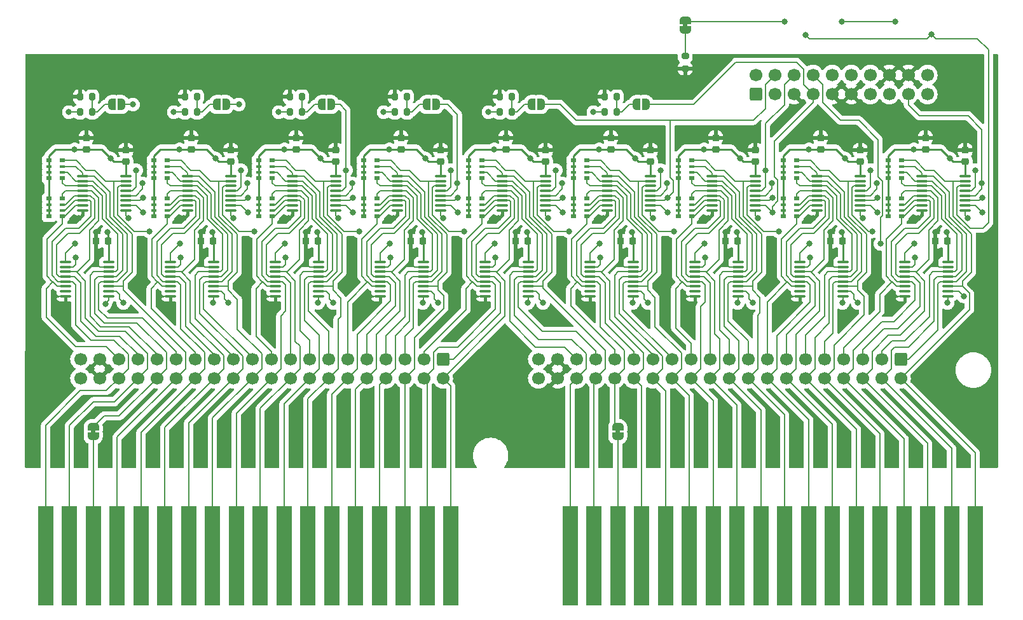
<source format=gbr>
%TF.GenerationSoftware,KiCad,Pcbnew,6.0.11+dfsg-1*%
%TF.CreationDate,2024-06-30T22:37:56-05:00*%
%TF.ProjectId,backplane_tracer,6261636b-706c-4616-9e65-5f7472616365,rev?*%
%TF.SameCoordinates,Original*%
%TF.FileFunction,Copper,L1,Top*%
%TF.FilePolarity,Positive*%
%FSLAX46Y46*%
G04 Gerber Fmt 4.6, Leading zero omitted, Abs format (unit mm)*
G04 Created by KiCad (PCBNEW 6.0.11+dfsg-1) date 2024-06-30 22:37:56*
%MOMM*%
%LPD*%
G01*
G04 APERTURE LIST*
G04 Aperture macros list*
%AMRoundRect*
0 Rectangle with rounded corners*
0 $1 Rounding radius*
0 $2 $3 $4 $5 $6 $7 $8 $9 X,Y pos of 4 corners*
0 Add a 4 corners polygon primitive as box body*
4,1,4,$2,$3,$4,$5,$6,$7,$8,$9,$2,$3,0*
0 Add four circle primitives for the rounded corners*
1,1,$1+$1,$2,$3*
1,1,$1+$1,$4,$5*
1,1,$1+$1,$6,$7*
1,1,$1+$1,$8,$9*
0 Add four rect primitives between the rounded corners*
20,1,$1+$1,$2,$3,$4,$5,0*
20,1,$1+$1,$4,$5,$6,$7,0*
20,1,$1+$1,$6,$7,$8,$9,0*
20,1,$1+$1,$8,$9,$2,$3,0*%
%AMFreePoly0*
4,1,22,0.500000,-0.750000,0.000000,-0.750000,0.000000,-0.745033,-0.079941,-0.743568,-0.215256,-0.701293,-0.333266,-0.622738,-0.424486,-0.514219,-0.481581,-0.384460,-0.499164,-0.250000,-0.500000,-0.250000,-0.500000,0.250000,-0.499164,0.250000,-0.499963,0.256109,-0.478152,0.396186,-0.417904,0.524511,-0.324060,0.630769,-0.204165,0.706417,-0.067858,0.745374,0.000000,0.744959,0.000000,0.750000,
0.500000,0.750000,0.500000,-0.750000,0.500000,-0.750000,$1*%
%AMFreePoly1*
4,1,20,0.000000,0.744959,0.073905,0.744508,0.209726,0.703889,0.328688,0.626782,0.421226,0.519385,0.479903,0.390333,0.500000,0.250000,0.500000,-0.250000,0.499851,-0.262216,0.476331,-0.402017,0.414519,-0.529596,0.319384,-0.634700,0.198574,-0.708877,0.061801,-0.746166,0.000000,-0.745033,0.000000,-0.750000,-0.500000,-0.750000,-0.500000,0.750000,0.000000,0.750000,0.000000,0.744959,
0.000000,0.744959,$1*%
G04 Aperture macros list end*
%TA.AperFunction,SMDPad,CuDef*%
%ADD10RoundRect,0.200000X0.200000X0.275000X-0.200000X0.275000X-0.200000X-0.275000X0.200000X-0.275000X0*%
%TD*%
%TA.AperFunction,SMDPad,CuDef*%
%ADD11RoundRect,0.200000X-0.200000X-0.275000X0.200000X-0.275000X0.200000X0.275000X-0.200000X0.275000X0*%
%TD*%
%TA.AperFunction,SMDPad,CuDef*%
%ADD12RoundRect,0.200000X0.275000X-0.200000X0.275000X0.200000X-0.275000X0.200000X-0.275000X-0.200000X0*%
%TD*%
%TA.AperFunction,SMDPad,CuDef*%
%ADD13RoundRect,0.225000X0.225000X0.250000X-0.225000X0.250000X-0.225000X-0.250000X0.225000X-0.250000X0*%
%TD*%
%TA.AperFunction,SMDPad,CuDef*%
%ADD14R,0.800000X0.500000*%
%TD*%
%TA.AperFunction,SMDPad,CuDef*%
%ADD15R,0.800000X0.400000*%
%TD*%
%TA.AperFunction,SMDPad,CuDef*%
%ADD16RoundRect,0.225000X0.250000X-0.225000X0.250000X0.225000X-0.250000X0.225000X-0.250000X-0.225000X0*%
%TD*%
%TA.AperFunction,SMDPad,CuDef*%
%ADD17RoundRect,0.100000X-0.637500X-0.100000X0.637500X-0.100000X0.637500X0.100000X-0.637500X0.100000X0*%
%TD*%
%TA.AperFunction,SMDPad,CuDef*%
%ADD18FreePoly0,0.000000*%
%TD*%
%TA.AperFunction,SMDPad,CuDef*%
%ADD19FreePoly1,0.000000*%
%TD*%
%TA.AperFunction,SMDPad,CuDef*%
%ADD20FreePoly0,90.000000*%
%TD*%
%TA.AperFunction,SMDPad,CuDef*%
%ADD21FreePoly1,90.000000*%
%TD*%
%TA.AperFunction,ComponentPad*%
%ADD22RoundRect,0.250000X-0.600000X0.600000X-0.600000X-0.600000X0.600000X-0.600000X0.600000X0.600000X0*%
%TD*%
%TA.AperFunction,ComponentPad*%
%ADD23C,1.700000*%
%TD*%
%TA.AperFunction,ComponentPad*%
%ADD24RoundRect,0.250000X0.600000X-0.600000X0.600000X0.600000X-0.600000X0.600000X-0.600000X-0.600000X0*%
%TD*%
%TA.AperFunction,ConnectorPad*%
%ADD25R,2.032000X13.208000*%
%TD*%
%TA.AperFunction,ViaPad*%
%ADD26C,0.800000*%
%TD*%
%TA.AperFunction,Conductor*%
%ADD27C,0.200000*%
%TD*%
%TA.AperFunction,Conductor*%
%ADD28C,0.250000*%
%TD*%
G04 APERTURE END LIST*
%TO.C,JP12*%
G36*
X149829800Y-116963000D02*
G01*
X149229800Y-116963000D01*
X149229800Y-116463000D01*
X149829800Y-116463000D01*
X149829800Y-116963000D01*
G37*
%TO.C,JP13*%
G36*
X79979800Y-116963000D02*
G01*
X79379800Y-116963000D01*
X79379800Y-116463000D01*
X79979800Y-116463000D01*
X79979800Y-116963000D01*
G37*
%TO.C,JP5*%
G36*
X158796000Y-62861000D02*
G01*
X158196000Y-62861000D01*
X158196000Y-62361000D01*
X158796000Y-62361000D01*
X158796000Y-62861000D01*
G37*
%TD*%
D10*
%TO.P,R13,1*%
%TO.N,Net-(JP11-Pad1)*%
X79541500Y-72136000D03*
%TO.P,R13,2*%
%TO.N,GND*%
X77891500Y-72136000D03*
%TD*%
D11*
%TO.P,R12,1*%
%TO.N,+5V*%
X77891500Y-74168000D03*
%TO.P,R12,2*%
%TO.N,Net-(JP11-Pad1)*%
X79541500Y-74168000D03*
%TD*%
D10*
%TO.P,R11,1*%
%TO.N,Net-(JP10-Pad1)*%
X93511500Y-72136000D03*
%TO.P,R11,2*%
%TO.N,GND*%
X91861500Y-72136000D03*
%TD*%
D11*
%TO.P,R10,1*%
%TO.N,+5V*%
X91861500Y-74168000D03*
%TO.P,R10,2*%
%TO.N,Net-(JP10-Pad1)*%
X93511500Y-74168000D03*
%TD*%
D10*
%TO.P,R9,1*%
%TO.N,Net-(JP9-Pad1)*%
X107481500Y-72136000D03*
%TO.P,R9,2*%
%TO.N,GND*%
X105831500Y-72136000D03*
%TD*%
D11*
%TO.P,R8,1*%
%TO.N,+5V*%
X105831500Y-74168000D03*
%TO.P,R8,2*%
%TO.N,Net-(JP9-Pad1)*%
X107481500Y-74168000D03*
%TD*%
D10*
%TO.P,R7,1*%
%TO.N,Net-(JP8-Pad1)*%
X121475000Y-72136000D03*
%TO.P,R7,2*%
%TO.N,GND*%
X119825000Y-72136000D03*
%TD*%
D11*
%TO.P,R6,1*%
%TO.N,+5V*%
X119825000Y-74168000D03*
%TO.P,R6,2*%
%TO.N,Net-(JP8-Pad1)*%
X121475000Y-74168000D03*
%TD*%
D10*
%TO.P,R5,1*%
%TO.N,Net-(JP7-Pad1)*%
X135445000Y-72136000D03*
%TO.P,R5,2*%
%TO.N,GND*%
X133795000Y-72136000D03*
%TD*%
D11*
%TO.P,R4,1*%
%TO.N,+5V*%
X133795000Y-74168000D03*
%TO.P,R4,2*%
%TO.N,Net-(JP7-Pad1)*%
X135445000Y-74168000D03*
%TD*%
D10*
%TO.P,R3,1*%
%TO.N,Net-(JP6-Pad1)*%
X149415000Y-72136000D03*
%TO.P,R3,2*%
%TO.N,GND*%
X147765000Y-72136000D03*
%TD*%
D11*
%TO.P,R2,1*%
%TO.N,+5V*%
X147765000Y-74168000D03*
%TO.P,R2,2*%
%TO.N,Net-(JP6-Pad1)*%
X149415000Y-74168000D03*
%TD*%
D12*
%TO.P,R1,1*%
%TO.N,GND*%
X158496000Y-68365500D03*
%TO.P,R1,2*%
%TO.N,Net-(JP5-Pad1)*%
X158496000Y-66715500D03*
%TD*%
D13*
%TO.P,C26,1*%
%TO.N,+5V*%
X81633000Y-91354000D03*
%TO.P,C26,2*%
%TO.N,GND*%
X80083000Y-91354000D03*
%TD*%
D14*
%TO.P,RN13,1,R1.1*%
%TO.N,+5V*%
X101727000Y-80588000D03*
D15*
%TO.P,RN13,2,R2.1*%
X101727000Y-81388000D03*
%TO.P,RN13,3,R3.1*%
X101727000Y-82188000D03*
D14*
%TO.P,RN13,4,R4.1*%
X101727000Y-82988000D03*
%TO.P,RN13,5,R4.2*%
%TO.N,/BJ2*%
X103527000Y-82988000D03*
D15*
%TO.P,RN13,6,R3.2*%
%TO.N,/BJ1*%
X103527000Y-82188000D03*
%TO.P,RN13,7,R2.2*%
%TO.N,/BH2*%
X103527000Y-81388000D03*
D14*
%TO.P,RN13,8,R1.2*%
%TO.N,/BH1*%
X103527000Y-80588000D03*
%TD*%
D16*
%TO.P,C21,1*%
%TO.N,+5V*%
X111963200Y-80785000D03*
%TO.P,C21,2*%
%TO.N,GND*%
X111963200Y-79235000D03*
%TD*%
%TO.P,C1,1*%
%TO.N,+5V*%
X190500000Y-79134000D03*
%TO.P,C1,2*%
%TO.N,GND*%
X190500000Y-77584000D03*
%TD*%
D17*
%TO.P,U1,1,QB*%
%TO.N,/AA2*%
X190050500Y-82688000D03*
%TO.P,U1,2,QC*%
%TO.N,/AB1*%
X190050500Y-83338000D03*
%TO.P,U1,3,QD*%
%TO.N,/AB2*%
X190050500Y-83988000D03*
%TO.P,U1,4,QE*%
%TO.N,/AC1*%
X190050500Y-84638000D03*
%TO.P,U1,5,QF*%
%TO.N,/AC2*%
X190050500Y-85288000D03*
%TO.P,U1,6,QG*%
%TO.N,/AD1*%
X190050500Y-85938000D03*
%TO.P,U1,7,QH*%
%TO.N,/AD2*%
X190050500Y-86588000D03*
%TO.P,U1,8,GND*%
%TO.N,GND*%
X190050500Y-87238000D03*
%TO.P,U1,9,QH'*%
%TO.N,/8bit_element0/DRIVER_OUT*%
X195775500Y-87238000D03*
%TO.P,U1,10,~{SRCLR}*%
%TO.N,DRIVER_SHIFT_CLRn*%
X195775500Y-86588000D03*
%TO.P,U1,11,SRCLK*%
%TO.N,DRIVER_SHIFT_CLK*%
X195775500Y-85938000D03*
%TO.P,U1,12,RCLK*%
%TO.N,DRIVER_OUTPUT_CLK*%
X195775500Y-85288000D03*
%TO.P,U1,13,~{OE}*%
%TO.N,DRIVER_OEn*%
X195775500Y-84638000D03*
%TO.P,U1,14,SER*%
%TO.N,/DRIVER_IN*%
X195775500Y-83988000D03*
%TO.P,U1,15,QA*%
%TO.N,/AA1*%
X195775500Y-83338000D03*
%TO.P,U1,16,VCC*%
%TO.N,+5V*%
X195775500Y-82688000D03*
%TD*%
D18*
%TO.P,JP6,1,A*%
%TO.N,Net-(JP6-Pad1)*%
X151980500Y-73152000D03*
D19*
%TO.P,JP6,2,B*%
%TO.N,DRIVER_SHIFT_CLRn*%
X153280500Y-73152000D03*
%TD*%
D16*
%TO.P,C25,1*%
%TO.N,+5V*%
X78740000Y-79134000D03*
%TO.P,C25,2*%
%TO.N,GND*%
X78740000Y-77584000D03*
%TD*%
D17*
%TO.P,U9,1,QB*%
%TO.N,/AU2*%
X134170500Y-82688000D03*
%TO.P,U9,2,QC*%
%TO.N,/AV1*%
X134170500Y-83338000D03*
%TO.P,U9,3,QD*%
%TO.N,/AV2*%
X134170500Y-83988000D03*
%TO.P,U9,4,QE*%
%TO.N,/BA1*%
X134170500Y-84638000D03*
%TO.P,U9,5,QF*%
%TO.N,/BA2*%
X134170500Y-85288000D03*
%TO.P,U9,6,QG*%
%TO.N,/BB1*%
X134170500Y-85938000D03*
%TO.P,U9,7,QH*%
%TO.N,/BB2*%
X134170500Y-86588000D03*
%TO.P,U9,8,GND*%
%TO.N,GND*%
X134170500Y-87238000D03*
%TO.P,U9,9,QH'*%
%TO.N,/8bit_element4/DRIVER_OUT*%
X139895500Y-87238000D03*
%TO.P,U9,10,~{SRCLR}*%
%TO.N,DRIVER_SHIFT_CLRn*%
X139895500Y-86588000D03*
%TO.P,U9,11,SRCLK*%
%TO.N,DRIVER_SHIFT_CLK*%
X139895500Y-85938000D03*
%TO.P,U9,12,RCLK*%
%TO.N,DRIVER_OUTPUT_CLK*%
X139895500Y-85288000D03*
%TO.P,U9,13,~{OE}*%
%TO.N,DRIVER_OEn*%
X139895500Y-84638000D03*
%TO.P,U9,14,SER*%
%TO.N,/8bit_element3/DRIVER_OUT*%
X139895500Y-83988000D03*
%TO.P,U9,15,QA*%
%TO.N,/AU1*%
X139895500Y-83338000D03*
%TO.P,U9,16,VCC*%
%TO.N,+5V*%
X139895500Y-82688000D03*
%TD*%
D14*
%TO.P,RN10,1,R1.1*%
%TO.N,+5V*%
X129667000Y-85668000D03*
D15*
%TO.P,RN10,2,R2.1*%
X129667000Y-86468000D03*
%TO.P,RN10,3,R3.1*%
X129667000Y-87268000D03*
D14*
%TO.P,RN10,4,R4.1*%
X129667000Y-88068000D03*
%TO.P,RN10,5,R4.2*%
%TO.N,/BB2*%
X131467000Y-88068000D03*
D15*
%TO.P,RN10,6,R3.2*%
%TO.N,/BB1*%
X131467000Y-87268000D03*
%TO.P,RN10,7,R2.2*%
%TO.N,/BA2*%
X131467000Y-86468000D03*
D14*
%TO.P,RN10,8,R1.2*%
%TO.N,/BA1*%
X131467000Y-85668000D03*
%TD*%
D17*
%TO.P,U18,1,~{PL}*%
%TO.N,READER_LOADn*%
X76004500Y-94118000D03*
%TO.P,U18,2,CP*%
%TO.N,READER_CLK*%
X76004500Y-94768000D03*
%TO.P,U18,3,D4*%
%TO.N,/BU1*%
X76004500Y-95418000D03*
%TO.P,U18,4,D5*%
%TO.N,/BU2*%
X76004500Y-96068000D03*
%TO.P,U18,5,D6*%
%TO.N,/BV1*%
X76004500Y-96718000D03*
%TO.P,U18,6,D7*%
%TO.N,/BV2*%
X76004500Y-97368000D03*
%TO.P,U18,7,~{Q7}*%
%TO.N,unconnected-(U18-Pad7)*%
X76004500Y-98018000D03*
%TO.P,U18,8,GND*%
%TO.N,GND*%
X76004500Y-98668000D03*
%TO.P,U18,9,Q7*%
%TO.N,/READER_OUT*%
X81729500Y-98668000D03*
%TO.P,U18,10,DS*%
%TO.N,/8bit_element7/READER_OUT*%
X81729500Y-98018000D03*
%TO.P,U18,11,D0*%
%TO.N,/BS1*%
X81729500Y-97368000D03*
%TO.P,U18,12,D1*%
%TO.N,/BS2*%
X81729500Y-96718000D03*
%TO.P,U18,13,D2*%
%TO.N,/BT1*%
X81729500Y-96068000D03*
%TO.P,U18,14,D3*%
%TO.N,/BT2*%
X81729500Y-95418000D03*
%TO.P,U18,15,~{CE}*%
%TO.N,GND*%
X81729500Y-94768000D03*
%TO.P,U18,16,VCC*%
%TO.N,+5V*%
X81729500Y-94118000D03*
%TD*%
D13*
%TO.P,C8,1*%
%TO.N,+5V*%
X165453000Y-91354000D03*
%TO.P,C8,2*%
%TO.N,GND*%
X163903000Y-91354000D03*
%TD*%
%TO.P,C2,1*%
%TO.N,+5V*%
X193393000Y-91354000D03*
%TO.P,C2,2*%
%TO.N,GND*%
X191843000Y-91354000D03*
%TD*%
D14*
%TO.P,RN7,1,R1.1*%
%TO.N,+5V*%
X143637000Y-80588000D03*
D15*
%TO.P,RN7,2,R2.1*%
X143637000Y-81388000D03*
%TO.P,RN7,3,R3.1*%
X143637000Y-82188000D03*
D14*
%TO.P,RN7,4,R4.1*%
X143637000Y-82988000D03*
%TO.P,RN7,5,R4.2*%
%TO.N,/AR2*%
X145437000Y-82988000D03*
D15*
%TO.P,RN7,6,R3.2*%
%TO.N,/AR1*%
X145437000Y-82188000D03*
%TO.P,RN7,7,R2.2*%
%TO.N,/AP2*%
X145437000Y-81388000D03*
D14*
%TO.P,RN7,8,R1.2*%
%TO.N,/AP1*%
X145437000Y-80588000D03*
%TD*%
D13*
%TO.P,C14,1*%
%TO.N,+5V*%
X137513000Y-91354000D03*
%TO.P,C14,2*%
%TO.N,GND*%
X135963000Y-91354000D03*
%TD*%
D16*
%TO.P,C15,1*%
%TO.N,+5V*%
X139903200Y-80785000D03*
%TO.P,C15,2*%
%TO.N,GND*%
X139903200Y-79235000D03*
%TD*%
D17*
%TO.P,U14,1,~{PL}*%
%TO.N,READER_LOADn*%
X103944500Y-94118000D03*
%TO.P,U14,2,CP*%
%TO.N,READER_CLK*%
X103944500Y-94768000D03*
%TO.P,U14,3,D4*%
%TO.N,/BK1*%
X103944500Y-95418000D03*
%TO.P,U14,4,D5*%
%TO.N,/BK2*%
X103944500Y-96068000D03*
%TO.P,U14,5,D6*%
%TO.N,/BL1*%
X103944500Y-96718000D03*
%TO.P,U14,6,D7*%
%TO.N,/BL2*%
X103944500Y-97368000D03*
%TO.P,U14,7,~{Q7}*%
%TO.N,unconnected-(U14-Pad7)*%
X103944500Y-98018000D03*
%TO.P,U14,8,GND*%
%TO.N,GND*%
X103944500Y-98668000D03*
%TO.P,U14,9,Q7*%
%TO.N,/8bit_element6/READER_OUT*%
X109669500Y-98668000D03*
%TO.P,U14,10,DS*%
%TO.N,/8bit_element5/READER_OUT*%
X109669500Y-98018000D03*
%TO.P,U14,11,D0*%
%TO.N,/BH1*%
X109669500Y-97368000D03*
%TO.P,U14,12,D1*%
%TO.N,/BH2*%
X109669500Y-96718000D03*
%TO.P,U14,13,D2*%
%TO.N,/BJ1*%
X109669500Y-96068000D03*
%TO.P,U14,14,D3*%
%TO.N,/BJ2*%
X109669500Y-95418000D03*
%TO.P,U14,15,~{CE}*%
%TO.N,GND*%
X109669500Y-94768000D03*
%TO.P,U14,16,VCC*%
%TO.N,+5V*%
X109669500Y-94118000D03*
%TD*%
%TO.P,U7,1,QB*%
%TO.N,/AP2*%
X148140500Y-82688000D03*
%TO.P,U7,2,QC*%
%TO.N,/AR1*%
X148140500Y-83338000D03*
%TO.P,U7,3,QD*%
%TO.N,/AR2*%
X148140500Y-83988000D03*
%TO.P,U7,4,QE*%
%TO.N,/AS1*%
X148140500Y-84638000D03*
%TO.P,U7,5,QF*%
%TO.N,/AS2*%
X148140500Y-85288000D03*
%TO.P,U7,6,QG*%
%TO.N,/AT1*%
X148140500Y-85938000D03*
%TO.P,U7,7,QH*%
%TO.N,/AT2*%
X148140500Y-86588000D03*
%TO.P,U7,8,GND*%
%TO.N,GND*%
X148140500Y-87238000D03*
%TO.P,U7,9,QH'*%
%TO.N,/8bit_element3/DRIVER_OUT*%
X153865500Y-87238000D03*
%TO.P,U7,10,~{SRCLR}*%
%TO.N,DRIVER_SHIFT_CLRn*%
X153865500Y-86588000D03*
%TO.P,U7,11,SRCLK*%
%TO.N,DRIVER_SHIFT_CLK*%
X153865500Y-85938000D03*
%TO.P,U7,12,RCLK*%
%TO.N,DRIVER_OUTPUT_CLK*%
X153865500Y-85288000D03*
%TO.P,U7,13,~{OE}*%
%TO.N,DRIVER_OEn*%
X153865500Y-84638000D03*
%TO.P,U7,14,SER*%
%TO.N,/8bit_element2/DRIVER_OUT*%
X153865500Y-83988000D03*
%TO.P,U7,15,QA*%
%TO.N,/AP1*%
X153865500Y-83338000D03*
%TO.P,U7,16,VCC*%
%TO.N,+5V*%
X153865500Y-82688000D03*
%TD*%
D14*
%TO.P,RN16,1,R1.1*%
%TO.N,+5V*%
X87757000Y-85668000D03*
D15*
%TO.P,RN16,2,R2.1*%
X87757000Y-86468000D03*
%TO.P,RN16,3,R3.1*%
X87757000Y-87268000D03*
D14*
%TO.P,RN16,4,R4.1*%
X87757000Y-88068000D03*
%TO.P,RN16,5,R4.2*%
%TO.N,/BR2*%
X89557000Y-88068000D03*
D15*
%TO.P,RN16,6,R3.2*%
%TO.N,/BR1*%
X89557000Y-87268000D03*
%TO.P,RN16,7,R2.2*%
%TO.N,/BP2*%
X89557000Y-86468000D03*
D14*
%TO.P,RN16,8,R1.2*%
%TO.N,/BP1*%
X89557000Y-85668000D03*
%TD*%
D20*
%TO.P,JP12,1,A*%
%TO.N,Net-(J4-PadAT1)*%
X149529800Y-117363000D03*
D21*
%TO.P,JP12,2,B*%
%TO.N,/AT1*%
X149529800Y-116063000D03*
%TD*%
D17*
%TO.P,U16,1,~{PL}*%
%TO.N,READER_LOADn*%
X89974500Y-94118000D03*
%TO.P,U16,2,CP*%
%TO.N,READER_CLK*%
X89974500Y-94768000D03*
%TO.P,U16,3,D4*%
%TO.N,/BP1*%
X89974500Y-95418000D03*
%TO.P,U16,4,D5*%
%TO.N,/BP2*%
X89974500Y-96068000D03*
%TO.P,U16,5,D6*%
%TO.N,/BR1*%
X89974500Y-96718000D03*
%TO.P,U16,6,D7*%
%TO.N,/BR2*%
X89974500Y-97368000D03*
%TO.P,U16,7,~{Q7}*%
%TO.N,unconnected-(U16-Pad7)*%
X89974500Y-98018000D03*
%TO.P,U16,8,GND*%
%TO.N,GND*%
X89974500Y-98668000D03*
%TO.P,U16,9,Q7*%
%TO.N,/8bit_element7/READER_OUT*%
X95699500Y-98668000D03*
%TO.P,U16,10,DS*%
%TO.N,/8bit_element6/READER_OUT*%
X95699500Y-98018000D03*
%TO.P,U16,11,D0*%
%TO.N,/BM1*%
X95699500Y-97368000D03*
%TO.P,U16,12,D1*%
%TO.N,/BM2*%
X95699500Y-96718000D03*
%TO.P,U16,13,D2*%
%TO.N,/BN1*%
X95699500Y-96068000D03*
%TO.P,U16,14,D3*%
%TO.N,/BN2*%
X95699500Y-95418000D03*
%TO.P,U16,15,~{CE}*%
%TO.N,GND*%
X95699500Y-94768000D03*
%TO.P,U16,16,VCC*%
%TO.N,+5V*%
X95699500Y-94118000D03*
%TD*%
%TO.P,U8,1,~{PL}*%
%TO.N,READER_LOADn*%
X145854500Y-94118000D03*
%TO.P,U8,2,CP*%
%TO.N,READER_CLK*%
X145854500Y-94768000D03*
%TO.P,U8,3,D4*%
%TO.N,/AS1*%
X145854500Y-95418000D03*
%TO.P,U8,4,D5*%
%TO.N,/AS2*%
X145854500Y-96068000D03*
%TO.P,U8,5,D6*%
%TO.N,/AT1*%
X145854500Y-96718000D03*
%TO.P,U8,6,D7*%
%TO.N,/AT2*%
X145854500Y-97368000D03*
%TO.P,U8,7,~{Q7}*%
%TO.N,unconnected-(U8-Pad7)*%
X145854500Y-98018000D03*
%TO.P,U8,8,GND*%
%TO.N,GND*%
X145854500Y-98668000D03*
%TO.P,U8,9,Q7*%
%TO.N,/8bit_element3/READER_OUT*%
X151579500Y-98668000D03*
%TO.P,U8,10,DS*%
%TO.N,/8bit_element2/READER_OUT*%
X151579500Y-98018000D03*
%TO.P,U8,11,D0*%
%TO.N,/AP1*%
X151579500Y-97368000D03*
%TO.P,U8,12,D1*%
%TO.N,/AP2*%
X151579500Y-96718000D03*
%TO.P,U8,13,D2*%
%TO.N,/AR1*%
X151579500Y-96068000D03*
%TO.P,U8,14,D3*%
%TO.N,/AR2*%
X151579500Y-95418000D03*
%TO.P,U8,15,~{CE}*%
%TO.N,GND*%
X151579500Y-94768000D03*
%TO.P,U8,16,VCC*%
%TO.N,+5V*%
X151579500Y-94118000D03*
%TD*%
%TO.P,U4,1,~{PL}*%
%TO.N,READER_LOADn*%
X173794500Y-94118000D03*
%TO.P,U4,2,CP*%
%TO.N,READER_CLK*%
X173794500Y-94768000D03*
%TO.P,U4,3,D4*%
%TO.N,/AH1*%
X173794500Y-95418000D03*
%TO.P,U4,4,D5*%
%TO.N,/AH2*%
X173794500Y-96068000D03*
%TO.P,U4,5,D6*%
%TO.N,/AJ1*%
X173794500Y-96718000D03*
%TO.P,U4,6,D7*%
%TO.N,/AJ2*%
X173794500Y-97368000D03*
%TO.P,U4,7,~{Q7}*%
%TO.N,unconnected-(U4-Pad7)*%
X173794500Y-98018000D03*
%TO.P,U4,8,GND*%
%TO.N,GND*%
X173794500Y-98668000D03*
%TO.P,U4,9,Q7*%
%TO.N,/8bit_element1/READER_OUT*%
X179519500Y-98668000D03*
%TO.P,U4,10,DS*%
%TO.N,/8bit_element0/READER_OUT*%
X179519500Y-98018000D03*
%TO.P,U4,11,D0*%
%TO.N,/AE1*%
X179519500Y-97368000D03*
%TO.P,U4,12,D1*%
%TO.N,/AE2*%
X179519500Y-96718000D03*
%TO.P,U4,13,D2*%
%TO.N,/AF1*%
X179519500Y-96068000D03*
%TO.P,U4,14,D3*%
%TO.N,/AF2*%
X179519500Y-95418000D03*
%TO.P,U4,15,~{CE}*%
%TO.N,GND*%
X179519500Y-94768000D03*
%TO.P,U4,16,VCC*%
%TO.N,+5V*%
X179519500Y-94118000D03*
%TD*%
D13*
%TO.P,C17,1*%
%TO.N,+5V*%
X123543000Y-91354000D03*
%TO.P,C17,2*%
%TO.N,GND*%
X121993000Y-91354000D03*
%TD*%
D14*
%TO.P,RN14,1,R1.1*%
%TO.N,+5V*%
X101727000Y-85668000D03*
D15*
%TO.P,RN14,2,R2.1*%
X101727000Y-86468000D03*
%TO.P,RN14,3,R3.1*%
X101727000Y-87268000D03*
D14*
%TO.P,RN14,4,R4.1*%
X101727000Y-88068000D03*
%TO.P,RN14,5,R4.2*%
%TO.N,/BL2*%
X103527000Y-88068000D03*
D15*
%TO.P,RN14,6,R3.2*%
%TO.N,/BL1*%
X103527000Y-87268000D03*
%TO.P,RN14,7,R2.2*%
%TO.N,/BK2*%
X103527000Y-86468000D03*
D14*
%TO.P,RN14,8,R1.2*%
%TO.N,/BK1*%
X103527000Y-85668000D03*
%TD*%
D22*
%TO.P,J2,1,Pin_1*%
%TO.N,/AA2*%
X187198000Y-107070500D03*
D23*
%TO.P,J2,2,Pin_2*%
%TO.N,/AA1*%
X187198000Y-109610500D03*
%TO.P,J2,3,Pin_3*%
%TO.N,/AB2*%
X184658000Y-107070500D03*
%TO.P,J2,4,Pin_4*%
%TO.N,/AB1*%
X184658000Y-109610500D03*
%TO.P,J2,5,Pin_5*%
%TO.N,/AC2*%
X182118000Y-107070500D03*
%TO.P,J2,6,Pin_6*%
%TO.N,/AC1*%
X182118000Y-109610500D03*
%TO.P,J2,7,Pin_7*%
%TO.N,/AD2*%
X179578000Y-107070500D03*
%TO.P,J2,8,Pin_8*%
%TO.N,/AD1*%
X179578000Y-109610500D03*
%TO.P,J2,9,Pin_9*%
%TO.N,/AE2*%
X177038000Y-107070500D03*
%TO.P,J2,10,Pin_10*%
%TO.N,/AE1*%
X177038000Y-109610500D03*
%TO.P,J2,11,Pin_11*%
%TO.N,/AF2*%
X174498000Y-107070500D03*
%TO.P,J2,12,Pin_12*%
%TO.N,/AF1*%
X174498000Y-109610500D03*
%TO.P,J2,13,Pin_13*%
%TO.N,/AH2*%
X171958000Y-107070500D03*
%TO.P,J2,14,Pin_14*%
%TO.N,/AH1*%
X171958000Y-109610500D03*
%TO.P,J2,15,Pin_15*%
%TO.N,/AJ2*%
X169418000Y-107070500D03*
%TO.P,J2,16,Pin_16*%
%TO.N,/AJ1*%
X169418000Y-109610500D03*
%TO.P,J2,17,Pin_17*%
%TO.N,/AK2*%
X166878000Y-107070500D03*
%TO.P,J2,18,Pin_18*%
%TO.N,/AK1*%
X166878000Y-109610500D03*
%TO.P,J2,19,Pin_19*%
%TO.N,/AL2*%
X164338000Y-107070500D03*
%TO.P,J2,20,Pin_20*%
%TO.N,/AL1*%
X164338000Y-109610500D03*
%TO.P,J2,21,Pin_21*%
%TO.N,/AM2*%
X161798000Y-107070500D03*
%TO.P,J2,22,Pin_22*%
%TO.N,/AM1*%
X161798000Y-109610500D03*
%TO.P,J2,23,Pin_23*%
%TO.N,/AN2*%
X159258000Y-107070500D03*
%TO.P,J2,24,Pin_24*%
%TO.N,/AN1*%
X159258000Y-109610500D03*
%TO.P,J2,25,Pin_25*%
%TO.N,/AP2*%
X156718000Y-107070500D03*
%TO.P,J2,26,Pin_26*%
%TO.N,/AP1*%
X156718000Y-109610500D03*
%TO.P,J2,27,Pin_27*%
%TO.N,/AR2*%
X154178000Y-107070500D03*
%TO.P,J2,28,Pin_28*%
%TO.N,/AR1*%
X154178000Y-109610500D03*
%TO.P,J2,29,Pin_29*%
%TO.N,/AS2*%
X151638000Y-107070500D03*
%TO.P,J2,30,Pin_30*%
%TO.N,/AS1*%
X151638000Y-109610500D03*
%TO.P,J2,31,Pin_31*%
%TO.N,/AT2*%
X149098000Y-107070500D03*
%TO.P,J2,32,Pin_32*%
%TO.N,/AT1*%
X149098000Y-109610500D03*
%TO.P,J2,33,Pin_33*%
%TO.N,/AU2*%
X146558000Y-107070500D03*
%TO.P,J2,34,Pin_34*%
%TO.N,/AU1*%
X146558000Y-109610500D03*
%TO.P,J2,35,Pin_35*%
%TO.N,/AV2*%
X144018000Y-107070500D03*
%TO.P,J2,36,Pin_36*%
%TO.N,/AV1*%
X144018000Y-109610500D03*
%TO.P,J2,37,Pin_37*%
%TO.N,GND*%
X141478000Y-107070500D03*
%TO.P,J2,38,Pin_38*%
X141478000Y-109610500D03*
%TO.P,J2,39,Pin_39*%
%TO.N,+5V*%
X138938000Y-107070500D03*
%TO.P,J2,40,Pin_40*%
X138938000Y-109610500D03*
%TD*%
D16*
%TO.P,C13,1*%
%TO.N,+5V*%
X134620000Y-79134000D03*
%TO.P,C13,2*%
%TO.N,GND*%
X134620000Y-77584000D03*
%TD*%
%TO.P,C3,1*%
%TO.N,+5V*%
X195783200Y-80785000D03*
%TO.P,C3,2*%
%TO.N,GND*%
X195783200Y-79235000D03*
%TD*%
%TO.P,C27,1*%
%TO.N,+5V*%
X84023200Y-80785000D03*
%TO.P,C27,2*%
%TO.N,GND*%
X84023200Y-79235000D03*
%TD*%
%TO.P,C19,1*%
%TO.N,+5V*%
X106680000Y-79134000D03*
%TO.P,C19,2*%
%TO.N,GND*%
X106680000Y-77584000D03*
%TD*%
D14*
%TO.P,RN4,1,R1.1*%
%TO.N,+5V*%
X171577000Y-85668000D03*
D15*
%TO.P,RN4,2,R2.1*%
X171577000Y-86468000D03*
%TO.P,RN4,3,R3.1*%
X171577000Y-87268000D03*
D14*
%TO.P,RN4,4,R4.1*%
X171577000Y-88068000D03*
%TO.P,RN4,5,R4.2*%
%TO.N,/AJ2*%
X173377000Y-88068000D03*
D15*
%TO.P,RN4,6,R3.2*%
%TO.N,/AJ1*%
X173377000Y-87268000D03*
%TO.P,RN4,7,R2.2*%
%TO.N,/AH2*%
X173377000Y-86468000D03*
D14*
%TO.P,RN4,8,R1.2*%
%TO.N,/AH1*%
X173377000Y-85668000D03*
%TD*%
D17*
%TO.P,U2,1,~{PL}*%
%TO.N,READER_LOADn*%
X187764500Y-94118000D03*
%TO.P,U2,2,CP*%
%TO.N,READER_CLK*%
X187764500Y-94768000D03*
%TO.P,U2,3,D4*%
%TO.N,/AC1*%
X187764500Y-95418000D03*
%TO.P,U2,4,D5*%
%TO.N,/AC2*%
X187764500Y-96068000D03*
%TO.P,U2,5,D6*%
%TO.N,/AD1*%
X187764500Y-96718000D03*
%TO.P,U2,6,D7*%
%TO.N,/AD2*%
X187764500Y-97368000D03*
%TO.P,U2,7,~{Q7}*%
%TO.N,unconnected-(U2-Pad7)*%
X187764500Y-98018000D03*
%TO.P,U2,8,GND*%
%TO.N,GND*%
X187764500Y-98668000D03*
%TO.P,U2,9,Q7*%
%TO.N,/8bit_element0/READER_OUT*%
X193489500Y-98668000D03*
%TO.P,U2,10,DS*%
%TO.N,/READER_IN*%
X193489500Y-98018000D03*
%TO.P,U2,11,D0*%
%TO.N,/AA1*%
X193489500Y-97368000D03*
%TO.P,U2,12,D1*%
%TO.N,/AA2*%
X193489500Y-96718000D03*
%TO.P,U2,13,D2*%
%TO.N,/AB1*%
X193489500Y-96068000D03*
%TO.P,U2,14,D3*%
%TO.N,/AB2*%
X193489500Y-95418000D03*
%TO.P,U2,15,~{CE}*%
%TO.N,GND*%
X193489500Y-94768000D03*
%TO.P,U2,16,VCC*%
%TO.N,+5V*%
X193489500Y-94118000D03*
%TD*%
D14*
%TO.P,RN11,1,R1.1*%
%TO.N,+5V*%
X115697000Y-80588000D03*
D15*
%TO.P,RN11,2,R2.1*%
X115697000Y-81388000D03*
%TO.P,RN11,3,R3.1*%
X115697000Y-82188000D03*
D14*
%TO.P,RN11,4,R4.1*%
X115697000Y-82988000D03*
%TO.P,RN11,5,R4.2*%
%TO.N,/BD2*%
X117497000Y-82988000D03*
D15*
%TO.P,RN11,6,R3.2*%
%TO.N,/BD1*%
X117497000Y-82188000D03*
%TO.P,RN11,7,R2.2*%
%TO.N,/BC2*%
X117497000Y-81388000D03*
D14*
%TO.P,RN11,8,R1.2*%
%TO.N,/BC1*%
X117497000Y-80588000D03*
%TD*%
%TO.P,RN17,1,R1.1*%
%TO.N,+5V*%
X73787000Y-80588000D03*
D15*
%TO.P,RN17,2,R2.1*%
X73787000Y-81388000D03*
%TO.P,RN17,3,R3.1*%
X73787000Y-82188000D03*
D14*
%TO.P,RN17,4,R4.1*%
X73787000Y-82988000D03*
%TO.P,RN17,5,R4.2*%
%TO.N,/BT2*%
X75587000Y-82988000D03*
D15*
%TO.P,RN17,6,R3.2*%
%TO.N,/BT1*%
X75587000Y-82188000D03*
%TO.P,RN17,7,R2.2*%
%TO.N,/BS2*%
X75587000Y-81388000D03*
D14*
%TO.P,RN17,8,R1.2*%
%TO.N,/BS1*%
X75587000Y-80588000D03*
%TD*%
D16*
%TO.P,C12,1*%
%TO.N,+5V*%
X153873200Y-80785000D03*
%TO.P,C12,2*%
%TO.N,GND*%
X153873200Y-79235000D03*
%TD*%
D14*
%TO.P,RN2,1,R1.1*%
%TO.N,+5V*%
X185547000Y-85668000D03*
D15*
%TO.P,RN2,2,R2.1*%
X185547000Y-86468000D03*
%TO.P,RN2,3,R3.1*%
X185547000Y-87268000D03*
D14*
%TO.P,RN2,4,R4.1*%
X185547000Y-88068000D03*
%TO.P,RN2,5,R4.2*%
%TO.N,/AD2*%
X187347000Y-88068000D03*
D15*
%TO.P,RN2,6,R3.2*%
%TO.N,/AD1*%
X187347000Y-87268000D03*
%TO.P,RN2,7,R2.2*%
%TO.N,/AC2*%
X187347000Y-86468000D03*
D14*
%TO.P,RN2,8,R1.2*%
%TO.N,/AC1*%
X187347000Y-85668000D03*
%TD*%
D13*
%TO.P,C20,1*%
%TO.N,+5V*%
X109573000Y-91354000D03*
%TO.P,C20,2*%
%TO.N,GND*%
X108023000Y-91354000D03*
%TD*%
D18*
%TO.P,JP7,1,A*%
%TO.N,Net-(JP7-Pad1)*%
X138010500Y-73152000D03*
D19*
%TO.P,JP7,2,B*%
%TO.N,DRIVER_SHIFT_CLK*%
X139310500Y-73152000D03*
%TD*%
D16*
%TO.P,C6,1*%
%TO.N,+5V*%
X181813200Y-80785000D03*
%TO.P,C6,2*%
%TO.N,GND*%
X181813200Y-79235000D03*
%TD*%
%TO.P,C22,1*%
%TO.N,+5V*%
X92710000Y-79134000D03*
%TO.P,C22,2*%
%TO.N,GND*%
X92710000Y-77584000D03*
%TD*%
D17*
%TO.P,U6,1,~{PL}*%
%TO.N,READER_LOADn*%
X159824500Y-94118000D03*
%TO.P,U6,2,CP*%
%TO.N,READER_CLK*%
X159824500Y-94768000D03*
%TO.P,U6,3,D4*%
%TO.N,/AM1*%
X159824500Y-95418000D03*
%TO.P,U6,4,D5*%
%TO.N,/AM2*%
X159824500Y-96068000D03*
%TO.P,U6,5,D6*%
%TO.N,/AN1*%
X159824500Y-96718000D03*
%TO.P,U6,6,D7*%
%TO.N,/AN2*%
X159824500Y-97368000D03*
%TO.P,U6,7,~{Q7}*%
%TO.N,unconnected-(U6-Pad7)*%
X159824500Y-98018000D03*
%TO.P,U6,8,GND*%
%TO.N,GND*%
X159824500Y-98668000D03*
%TO.P,U6,9,Q7*%
%TO.N,/8bit_element2/READER_OUT*%
X165549500Y-98668000D03*
%TO.P,U6,10,DS*%
%TO.N,/8bit_element1/READER_OUT*%
X165549500Y-98018000D03*
%TO.P,U6,11,D0*%
%TO.N,/AK1*%
X165549500Y-97368000D03*
%TO.P,U6,12,D1*%
%TO.N,/AK2*%
X165549500Y-96718000D03*
%TO.P,U6,13,D2*%
%TO.N,/AL1*%
X165549500Y-96068000D03*
%TO.P,U6,14,D3*%
%TO.N,/AL2*%
X165549500Y-95418000D03*
%TO.P,U6,15,~{CE}*%
%TO.N,GND*%
X165549500Y-94768000D03*
%TO.P,U6,16,VCC*%
%TO.N,+5V*%
X165549500Y-94118000D03*
%TD*%
D16*
%TO.P,C7,1*%
%TO.N,+5V*%
X162560000Y-79134000D03*
%TO.P,C7,2*%
%TO.N,GND*%
X162560000Y-77584000D03*
%TD*%
D17*
%TO.P,U12,1,~{PL}*%
%TO.N,READER_LOADn*%
X117914500Y-94118000D03*
%TO.P,U12,2,CP*%
%TO.N,READER_CLK*%
X117914500Y-94768000D03*
%TO.P,U12,3,D4*%
%TO.N,/BE1*%
X117914500Y-95418000D03*
%TO.P,U12,4,D5*%
%TO.N,/BE2*%
X117914500Y-96068000D03*
%TO.P,U12,5,D6*%
%TO.N,/BF1*%
X117914500Y-96718000D03*
%TO.P,U12,6,D7*%
%TO.N,/BF2*%
X117914500Y-97368000D03*
%TO.P,U12,7,~{Q7}*%
%TO.N,unconnected-(U12-Pad7)*%
X117914500Y-98018000D03*
%TO.P,U12,8,GND*%
%TO.N,GND*%
X117914500Y-98668000D03*
%TO.P,U12,9,Q7*%
%TO.N,/8bit_element5/READER_OUT*%
X123639500Y-98668000D03*
%TO.P,U12,10,DS*%
%TO.N,/8bit_element4/READER_OUT*%
X123639500Y-98018000D03*
%TO.P,U12,11,D0*%
%TO.N,/BC1*%
X123639500Y-97368000D03*
%TO.P,U12,12,D1*%
%TO.N,/BC2*%
X123639500Y-96718000D03*
%TO.P,U12,13,D2*%
%TO.N,/BD1*%
X123639500Y-96068000D03*
%TO.P,U12,14,D3*%
%TO.N,/BD2*%
X123639500Y-95418000D03*
%TO.P,U12,15,~{CE}*%
%TO.N,GND*%
X123639500Y-94768000D03*
%TO.P,U12,16,VCC*%
%TO.N,+5V*%
X123639500Y-94118000D03*
%TD*%
D14*
%TO.P,RN1,1,R1.1*%
%TO.N,+5V*%
X185547000Y-80588000D03*
D15*
%TO.P,RN1,2,R2.1*%
X185547000Y-81388000D03*
%TO.P,RN1,3,R3.1*%
X185547000Y-82188000D03*
D14*
%TO.P,RN1,4,R4.1*%
X185547000Y-82988000D03*
%TO.P,RN1,5,R4.2*%
%TO.N,/AB2*%
X187347000Y-82988000D03*
D15*
%TO.P,RN1,6,R3.2*%
%TO.N,/AB1*%
X187347000Y-82188000D03*
%TO.P,RN1,7,R2.2*%
%TO.N,/AA2*%
X187347000Y-81388000D03*
D14*
%TO.P,RN1,8,R1.2*%
%TO.N,/AA1*%
X187347000Y-80588000D03*
%TD*%
D22*
%TO.P,J3,1,Pin_1*%
%TO.N,/BA2*%
X126238000Y-107070500D03*
D23*
%TO.P,J3,2,Pin_2*%
%TO.N,/BA1*%
X126238000Y-109610500D03*
%TO.P,J3,3,Pin_3*%
%TO.N,/BB2*%
X123698000Y-107070500D03*
%TO.P,J3,4,Pin_4*%
%TO.N,/BB1*%
X123698000Y-109610500D03*
%TO.P,J3,5,Pin_5*%
%TO.N,/BC2*%
X121158000Y-107070500D03*
%TO.P,J3,6,Pin_6*%
%TO.N,/BC1*%
X121158000Y-109610500D03*
%TO.P,J3,7,Pin_7*%
%TO.N,/BD2*%
X118618000Y-107070500D03*
%TO.P,J3,8,Pin_8*%
%TO.N,/BD1*%
X118618000Y-109610500D03*
%TO.P,J3,9,Pin_9*%
%TO.N,/BE2*%
X116078000Y-107070500D03*
%TO.P,J3,10,Pin_10*%
%TO.N,/BE1*%
X116078000Y-109610500D03*
%TO.P,J3,11,Pin_11*%
%TO.N,/BF2*%
X113538000Y-107070500D03*
%TO.P,J3,12,Pin_12*%
%TO.N,/BF1*%
X113538000Y-109610500D03*
%TO.P,J3,13,Pin_13*%
%TO.N,/BH2*%
X110998000Y-107070500D03*
%TO.P,J3,14,Pin_14*%
%TO.N,/BH1*%
X110998000Y-109610500D03*
%TO.P,J3,15,Pin_15*%
%TO.N,/BJ2*%
X108458000Y-107070500D03*
%TO.P,J3,16,Pin_16*%
%TO.N,/BJ1*%
X108458000Y-109610500D03*
%TO.P,J3,17,Pin_17*%
%TO.N,/BK2*%
X105918000Y-107070500D03*
%TO.P,J3,18,Pin_18*%
%TO.N,/BK1*%
X105918000Y-109610500D03*
%TO.P,J3,19,Pin_19*%
%TO.N,/BL2*%
X103378000Y-107070500D03*
%TO.P,J3,20,Pin_20*%
%TO.N,/BL1*%
X103378000Y-109610500D03*
%TO.P,J3,21,Pin_21*%
%TO.N,/BM2*%
X100838000Y-107070500D03*
%TO.P,J3,22,Pin_22*%
%TO.N,/BM1*%
X100838000Y-109610500D03*
%TO.P,J3,23,Pin_23*%
%TO.N,/BN2*%
X98298000Y-107070500D03*
%TO.P,J3,24,Pin_24*%
%TO.N,/BN1*%
X98298000Y-109610500D03*
%TO.P,J3,25,Pin_25*%
%TO.N,/BP2*%
X95758000Y-107070500D03*
%TO.P,J3,26,Pin_26*%
%TO.N,/BP1*%
X95758000Y-109610500D03*
%TO.P,J3,27,Pin_27*%
%TO.N,/BR2*%
X93218000Y-107070500D03*
%TO.P,J3,28,Pin_28*%
%TO.N,/BR1*%
X93218000Y-109610500D03*
%TO.P,J3,29,Pin_29*%
%TO.N,/BS2*%
X90678000Y-107070500D03*
%TO.P,J3,30,Pin_30*%
%TO.N,/BS1*%
X90678000Y-109610500D03*
%TO.P,J3,31,Pin_31*%
%TO.N,/BT2*%
X88138000Y-107070500D03*
%TO.P,J3,32,Pin_32*%
%TO.N,/BT1*%
X88138000Y-109610500D03*
%TO.P,J3,33,Pin_33*%
%TO.N,/BU2*%
X85598000Y-107070500D03*
%TO.P,J3,34,Pin_34*%
%TO.N,/BU1*%
X85598000Y-109610500D03*
%TO.P,J3,35,Pin_35*%
%TO.N,/BV2*%
X83058000Y-107070500D03*
%TO.P,J3,36,Pin_36*%
%TO.N,/BV1*%
X83058000Y-109610500D03*
%TO.P,J3,37,Pin_37*%
%TO.N,GND*%
X80518000Y-107070500D03*
%TO.P,J3,38,Pin_38*%
X80518000Y-109610500D03*
%TO.P,J3,39,Pin_39*%
%TO.N,+5V*%
X77978000Y-107070500D03*
%TO.P,J3,40,Pin_40*%
X77978000Y-109610500D03*
%TD*%
D18*
%TO.P,JP10,1,A*%
%TO.N,Net-(JP10-Pad1)*%
X96100500Y-73152000D03*
D19*
%TO.P,JP10,2,B*%
%TO.N,READER_LOADn*%
X97400500Y-73152000D03*
%TD*%
D17*
%TO.P,U17,1,QB*%
%TO.N,/BS2*%
X78290500Y-82688000D03*
%TO.P,U17,2,QC*%
%TO.N,/BT1*%
X78290500Y-83338000D03*
%TO.P,U17,3,QD*%
%TO.N,/BT2*%
X78290500Y-83988000D03*
%TO.P,U17,4,QE*%
%TO.N,/BU1*%
X78290500Y-84638000D03*
%TO.P,U17,5,QF*%
%TO.N,/BU2*%
X78290500Y-85288000D03*
%TO.P,U17,6,QG*%
%TO.N,/BV1*%
X78290500Y-85938000D03*
%TO.P,U17,7,QH*%
%TO.N,/BV2*%
X78290500Y-86588000D03*
%TO.P,U17,8,GND*%
%TO.N,GND*%
X78290500Y-87238000D03*
%TO.P,U17,9,QH'*%
%TO.N,/DRIVER_OUT*%
X84015500Y-87238000D03*
%TO.P,U17,10,~{SRCLR}*%
%TO.N,DRIVER_SHIFT_CLRn*%
X84015500Y-86588000D03*
%TO.P,U17,11,SRCLK*%
%TO.N,DRIVER_SHIFT_CLK*%
X84015500Y-85938000D03*
%TO.P,U17,12,RCLK*%
%TO.N,DRIVER_OUTPUT_CLK*%
X84015500Y-85288000D03*
%TO.P,U17,13,~{OE}*%
%TO.N,DRIVER_OEn*%
X84015500Y-84638000D03*
%TO.P,U17,14,SER*%
%TO.N,/8bit_element7/DRIVER_OUT*%
X84015500Y-83988000D03*
%TO.P,U17,15,QA*%
%TO.N,/BS1*%
X84015500Y-83338000D03*
%TO.P,U17,16,VCC*%
%TO.N,+5V*%
X84015500Y-82688000D03*
%TD*%
D24*
%TO.P,J1,1,Pin_1*%
%TO.N,Net-(J1-Pad1)*%
X167894000Y-71755000D03*
D23*
%TO.P,J1,2,Pin_2*%
%TO.N,Net-(J1-Pad2)*%
X167894000Y-69215000D03*
%TO.P,J1,3,Pin_3*%
%TO.N,GND*%
X170434000Y-71755000D03*
%TO.P,J1,4,Pin_4*%
%TO.N,DRIVER_SHIFT_CLK*%
X170434000Y-69215000D03*
%TO.P,J1,5,Pin_5*%
%TO.N,GND*%
X172974000Y-71755000D03*
%TO.P,J1,6,Pin_6*%
%TO.N,DRIVER_OEn*%
X172974000Y-69215000D03*
%TO.P,J1,7,Pin_7*%
%TO.N,DRIVER_SHIFT_CLRn*%
X175514000Y-71755000D03*
%TO.P,J1,8,Pin_8*%
%TO.N,READER_LOADn*%
X175514000Y-69215000D03*
%TO.P,J1,9,Pin_9*%
%TO.N,GND*%
X178054000Y-71755000D03*
%TO.P,J1,10,Pin_10*%
%TO.N,READER_CLK*%
X178054000Y-69215000D03*
%TO.P,J1,11,Pin_11*%
%TO.N,GND*%
X180594000Y-71755000D03*
%TO.P,J1,12,Pin_12*%
%TO.N,+5V*%
X180594000Y-69215000D03*
%TO.P,J1,13,Pin_13*%
X183134000Y-71755000D03*
%TO.P,J1,14,Pin_14*%
X183134000Y-69215000D03*
%TO.P,J1,15,Pin_15*%
X185674000Y-71755000D03*
%TO.P,J1,16,Pin_16*%
%TO.N,GND*%
X185674000Y-69215000D03*
%TO.P,J1,17,Pin_17*%
%TO.N,DRIVER_OUTPUT_CLK*%
X188214000Y-71755000D03*
%TO.P,J1,18,Pin_18*%
%TO.N,GND*%
X188214000Y-69215000D03*
%TO.P,J1,19,Pin_19*%
%TO.N,Net-(J1-Pad19)*%
X190754000Y-71755000D03*
%TO.P,J1,20,Pin_20*%
%TO.N,Net-(J1-Pad20)*%
X190754000Y-69215000D03*
%TD*%
D18*
%TO.P,JP9,1,A*%
%TO.N,Net-(JP9-Pad1)*%
X110070500Y-73152000D03*
D19*
%TO.P,JP9,2,B*%
%TO.N,DRIVER_OEn*%
X111370500Y-73152000D03*
%TD*%
D14*
%TO.P,RN12,1,R1.1*%
%TO.N,+5V*%
X115697000Y-85668000D03*
D15*
%TO.P,RN12,2,R2.1*%
X115697000Y-86468000D03*
%TO.P,RN12,3,R3.1*%
X115697000Y-87268000D03*
D14*
%TO.P,RN12,4,R4.1*%
X115697000Y-88068000D03*
%TO.P,RN12,5,R4.2*%
%TO.N,/BF2*%
X117497000Y-88068000D03*
D15*
%TO.P,RN12,6,R3.2*%
%TO.N,/BF1*%
X117497000Y-87268000D03*
%TO.P,RN12,7,R2.2*%
%TO.N,/BE2*%
X117497000Y-86468000D03*
D14*
%TO.P,RN12,8,R1.2*%
%TO.N,/BE1*%
X117497000Y-85668000D03*
%TD*%
D13*
%TO.P,C23,1*%
%TO.N,+5V*%
X95603000Y-91354000D03*
%TO.P,C23,2*%
%TO.N,GND*%
X94053000Y-91354000D03*
%TD*%
%TO.P,C11,1*%
%TO.N,+5V*%
X151483000Y-91354000D03*
%TO.P,C11,2*%
%TO.N,GND*%
X149933000Y-91354000D03*
%TD*%
D17*
%TO.P,U3,1,QB*%
%TO.N,/AE2*%
X176080500Y-82688000D03*
%TO.P,U3,2,QC*%
%TO.N,/AF1*%
X176080500Y-83338000D03*
%TO.P,U3,3,QD*%
%TO.N,/AF2*%
X176080500Y-83988000D03*
%TO.P,U3,4,QE*%
%TO.N,/AH1*%
X176080500Y-84638000D03*
%TO.P,U3,5,QF*%
%TO.N,/AH2*%
X176080500Y-85288000D03*
%TO.P,U3,6,QG*%
%TO.N,/AJ1*%
X176080500Y-85938000D03*
%TO.P,U3,7,QH*%
%TO.N,/AJ2*%
X176080500Y-86588000D03*
%TO.P,U3,8,GND*%
%TO.N,GND*%
X176080500Y-87238000D03*
%TO.P,U3,9,QH'*%
%TO.N,/8bit_element1/DRIVER_OUT*%
X181805500Y-87238000D03*
%TO.P,U3,10,~{SRCLR}*%
%TO.N,DRIVER_SHIFT_CLRn*%
X181805500Y-86588000D03*
%TO.P,U3,11,SRCLK*%
%TO.N,DRIVER_SHIFT_CLK*%
X181805500Y-85938000D03*
%TO.P,U3,12,RCLK*%
%TO.N,DRIVER_OUTPUT_CLK*%
X181805500Y-85288000D03*
%TO.P,U3,13,~{OE}*%
%TO.N,DRIVER_OEn*%
X181805500Y-84638000D03*
%TO.P,U3,14,SER*%
%TO.N,/8bit_element0/DRIVER_OUT*%
X181805500Y-83988000D03*
%TO.P,U3,15,QA*%
%TO.N,/AE1*%
X181805500Y-83338000D03*
%TO.P,U3,16,VCC*%
%TO.N,+5V*%
X181805500Y-82688000D03*
%TD*%
D16*
%TO.P,C16,1*%
%TO.N,+5V*%
X120650000Y-79134000D03*
%TO.P,C16,2*%
%TO.N,GND*%
X120650000Y-77584000D03*
%TD*%
D17*
%TO.P,U13,1,QB*%
%TO.N,/BH2*%
X106230500Y-82688000D03*
%TO.P,U13,2,QC*%
%TO.N,/BJ1*%
X106230500Y-83338000D03*
%TO.P,U13,3,QD*%
%TO.N,/BJ2*%
X106230500Y-83988000D03*
%TO.P,U13,4,QE*%
%TO.N,/BK1*%
X106230500Y-84638000D03*
%TO.P,U13,5,QF*%
%TO.N,/BK2*%
X106230500Y-85288000D03*
%TO.P,U13,6,QG*%
%TO.N,/BL1*%
X106230500Y-85938000D03*
%TO.P,U13,7,QH*%
%TO.N,/BL2*%
X106230500Y-86588000D03*
%TO.P,U13,8,GND*%
%TO.N,GND*%
X106230500Y-87238000D03*
%TO.P,U13,9,QH'*%
%TO.N,/8bit_element6/DRIVER_OUT*%
X111955500Y-87238000D03*
%TO.P,U13,10,~{SRCLR}*%
%TO.N,DRIVER_SHIFT_CLRn*%
X111955500Y-86588000D03*
%TO.P,U13,11,SRCLK*%
%TO.N,DRIVER_SHIFT_CLK*%
X111955500Y-85938000D03*
%TO.P,U13,12,RCLK*%
%TO.N,DRIVER_OUTPUT_CLK*%
X111955500Y-85288000D03*
%TO.P,U13,13,~{OE}*%
%TO.N,DRIVER_OEn*%
X111955500Y-84638000D03*
%TO.P,U13,14,SER*%
%TO.N,/8bit_element5/DRIVER_OUT*%
X111955500Y-83988000D03*
%TO.P,U13,15,QA*%
%TO.N,/BH1*%
X111955500Y-83338000D03*
%TO.P,U13,16,VCC*%
%TO.N,+5V*%
X111955500Y-82688000D03*
%TD*%
%TO.P,U10,1,~{PL}*%
%TO.N,READER_LOADn*%
X131884500Y-94118000D03*
%TO.P,U10,2,CP*%
%TO.N,READER_CLK*%
X131884500Y-94768000D03*
%TO.P,U10,3,D4*%
%TO.N,/BA1*%
X131884500Y-95418000D03*
%TO.P,U10,4,D5*%
%TO.N,/BA2*%
X131884500Y-96068000D03*
%TO.P,U10,5,D6*%
%TO.N,/BB1*%
X131884500Y-96718000D03*
%TO.P,U10,6,D7*%
%TO.N,/BB2*%
X131884500Y-97368000D03*
%TO.P,U10,7,~{Q7}*%
%TO.N,unconnected-(U10-Pad7)*%
X131884500Y-98018000D03*
%TO.P,U10,8,GND*%
%TO.N,GND*%
X131884500Y-98668000D03*
%TO.P,U10,9,Q7*%
%TO.N,/8bit_element4/READER_OUT*%
X137609500Y-98668000D03*
%TO.P,U10,10,DS*%
%TO.N,/8bit_element3/READER_OUT*%
X137609500Y-98018000D03*
%TO.P,U10,11,D0*%
%TO.N,/AU1*%
X137609500Y-97368000D03*
%TO.P,U10,12,D1*%
%TO.N,/AU2*%
X137609500Y-96718000D03*
%TO.P,U10,13,D2*%
%TO.N,/AV1*%
X137609500Y-96068000D03*
%TO.P,U10,14,D3*%
%TO.N,/AV2*%
X137609500Y-95418000D03*
%TO.P,U10,15,~{CE}*%
%TO.N,GND*%
X137609500Y-94768000D03*
%TO.P,U10,16,VCC*%
%TO.N,+5V*%
X137609500Y-94118000D03*
%TD*%
D16*
%TO.P,C18,1*%
%TO.N,+5V*%
X125933200Y-80785000D03*
%TO.P,C18,2*%
%TO.N,GND*%
X125933200Y-79235000D03*
%TD*%
%TO.P,C9,1*%
%TO.N,+5V*%
X167843200Y-80785000D03*
%TO.P,C9,2*%
%TO.N,GND*%
X167843200Y-79235000D03*
%TD*%
D25*
%TO.P,J4,AA1*%
%TO.N,/AA1*%
X197154800Y-133223000D03*
%TO.P,J4,AB1*%
%TO.N,/AB1*%
X193979800Y-133223000D03*
%TO.P,J4,AC1*%
%TO.N,/AC1*%
X190804800Y-133223000D03*
%TO.P,J4,AD1*%
%TO.N,/AD1*%
X187629800Y-133223000D03*
%TO.P,J4,AE1*%
%TO.N,/AE1*%
X184454800Y-133223000D03*
%TO.P,J4,AF1*%
%TO.N,/AF1*%
X181279800Y-133223000D03*
%TO.P,J4,AH1*%
%TO.N,/AH1*%
X178104800Y-133223000D03*
%TO.P,J4,AJ1*%
%TO.N,/AJ1*%
X174929800Y-133223000D03*
%TO.P,J4,AK1*%
%TO.N,/AK1*%
X171754800Y-133223000D03*
%TO.P,J4,AL1*%
%TO.N,/AL1*%
X168579800Y-133223000D03*
%TO.P,J4,AM1*%
%TO.N,/AM1*%
X165404800Y-133223000D03*
%TO.P,J4,AN1*%
%TO.N,/AN1*%
X162229800Y-133223000D03*
%TO.P,J4,AP1*%
%TO.N,/AP1*%
X159054800Y-133223000D03*
%TO.P,J4,AR1*%
%TO.N,/AR1*%
X155879800Y-133223000D03*
%TO.P,J4,AS1*%
%TO.N,/AS1*%
X152704800Y-133223000D03*
%TO.P,J4,AT1*%
%TO.N,Net-(J4-PadAT1)*%
X149529800Y-133223000D03*
%TO.P,J4,AU1*%
%TO.N,/AU1*%
X146354800Y-133223000D03*
%TO.P,J4,AV1*%
%TO.N,/AV1*%
X143179800Y-133223000D03*
%TO.P,J4,BA1*%
%TO.N,/BA1*%
X127304800Y-133223000D03*
%TO.P,J4,BB1*%
%TO.N,/BB1*%
X124129800Y-133223000D03*
%TO.P,J4,BC1*%
%TO.N,/BC1*%
X120954800Y-133223000D03*
%TO.P,J4,BD1*%
%TO.N,/BD1*%
X117779800Y-133223000D03*
%TO.P,J4,BE1*%
%TO.N,/BE1*%
X114604800Y-133223000D03*
%TO.P,J4,BF1*%
%TO.N,/BF1*%
X111429800Y-133223000D03*
%TO.P,J4,BH1*%
%TO.N,/BH1*%
X108254800Y-133223000D03*
%TO.P,J4,BJ1*%
%TO.N,/BJ1*%
X105079800Y-133223000D03*
%TO.P,J4,BK1*%
%TO.N,/BK1*%
X101904800Y-133223000D03*
%TO.P,J4,BL1*%
%TO.N,/BL1*%
X98729800Y-133223000D03*
%TO.P,J4,BM1*%
%TO.N,/BM1*%
X95554800Y-133223000D03*
%TO.P,J4,BN1*%
%TO.N,/BN1*%
X92379800Y-133223000D03*
%TO.P,J4,BP1*%
%TO.N,/BP1*%
X89204800Y-133223000D03*
%TO.P,J4,BR1*%
%TO.N,/BR1*%
X86029800Y-133223000D03*
%TO.P,J4,BS1*%
%TO.N,/BS1*%
X82854800Y-133223000D03*
%TO.P,J4,BT1*%
%TO.N,Net-(J4-PadBT1)*%
X79679800Y-133223000D03*
%TO.P,J4,BU1*%
%TO.N,/BU1*%
X76504800Y-133223000D03*
%TO.P,J4,BV1*%
%TO.N,/BV1*%
X73329800Y-133223000D03*
%TD*%
D14*
%TO.P,RN3,1,R1.1*%
%TO.N,+5V*%
X171577000Y-80588000D03*
D15*
%TO.P,RN3,2,R2.1*%
X171577000Y-81388000D03*
%TO.P,RN3,3,R3.1*%
X171577000Y-82188000D03*
D14*
%TO.P,RN3,4,R4.1*%
X171577000Y-82988000D03*
%TO.P,RN3,5,R4.2*%
%TO.N,/AF2*%
X173377000Y-82988000D03*
D15*
%TO.P,RN3,6,R3.2*%
%TO.N,/AF1*%
X173377000Y-82188000D03*
%TO.P,RN3,7,R2.2*%
%TO.N,/AE2*%
X173377000Y-81388000D03*
D14*
%TO.P,RN3,8,R1.2*%
%TO.N,/AE1*%
X173377000Y-80588000D03*
%TD*%
D20*
%TO.P,JP13,1,A*%
%TO.N,Net-(J4-PadBT1)*%
X79679800Y-117363000D03*
D21*
%TO.P,JP13,2,B*%
%TO.N,/BT1*%
X79679800Y-116063000D03*
%TD*%
D14*
%TO.P,RN9,1,R1.1*%
%TO.N,+5V*%
X129667000Y-80588000D03*
D15*
%TO.P,RN9,2,R2.1*%
X129667000Y-81388000D03*
%TO.P,RN9,3,R3.1*%
X129667000Y-82188000D03*
D14*
%TO.P,RN9,4,R4.1*%
X129667000Y-82988000D03*
%TO.P,RN9,5,R4.2*%
%TO.N,/AV2*%
X131467000Y-82988000D03*
D15*
%TO.P,RN9,6,R3.2*%
%TO.N,/AV1*%
X131467000Y-82188000D03*
%TO.P,RN9,7,R2.2*%
%TO.N,/AU2*%
X131467000Y-81388000D03*
D14*
%TO.P,RN9,8,R1.2*%
%TO.N,/AU1*%
X131467000Y-80588000D03*
%TD*%
D17*
%TO.P,U5,1,QB*%
%TO.N,/AK2*%
X162110500Y-82688000D03*
%TO.P,U5,2,QC*%
%TO.N,/AL1*%
X162110500Y-83338000D03*
%TO.P,U5,3,QD*%
%TO.N,/AL2*%
X162110500Y-83988000D03*
%TO.P,U5,4,QE*%
%TO.N,/AM1*%
X162110500Y-84638000D03*
%TO.P,U5,5,QF*%
%TO.N,/AM2*%
X162110500Y-85288000D03*
%TO.P,U5,6,QG*%
%TO.N,/AN1*%
X162110500Y-85938000D03*
%TO.P,U5,7,QH*%
%TO.N,/AN2*%
X162110500Y-86588000D03*
%TO.P,U5,8,GND*%
%TO.N,GND*%
X162110500Y-87238000D03*
%TO.P,U5,9,QH'*%
%TO.N,/8bit_element2/DRIVER_OUT*%
X167835500Y-87238000D03*
%TO.P,U5,10,~{SRCLR}*%
%TO.N,DRIVER_SHIFT_CLRn*%
X167835500Y-86588000D03*
%TO.P,U5,11,SRCLK*%
%TO.N,DRIVER_SHIFT_CLK*%
X167835500Y-85938000D03*
%TO.P,U5,12,RCLK*%
%TO.N,DRIVER_OUTPUT_CLK*%
X167835500Y-85288000D03*
%TO.P,U5,13,~{OE}*%
%TO.N,DRIVER_OEn*%
X167835500Y-84638000D03*
%TO.P,U5,14,SER*%
%TO.N,/8bit_element1/DRIVER_OUT*%
X167835500Y-83988000D03*
%TO.P,U5,15,QA*%
%TO.N,/AK1*%
X167835500Y-83338000D03*
%TO.P,U5,16,VCC*%
%TO.N,+5V*%
X167835500Y-82688000D03*
%TD*%
D14*
%TO.P,RN18,1,R1.1*%
%TO.N,+5V*%
X73787000Y-85668000D03*
D15*
%TO.P,RN18,2,R2.1*%
X73787000Y-86468000D03*
%TO.P,RN18,3,R3.1*%
X73787000Y-87268000D03*
D14*
%TO.P,RN18,4,R4.1*%
X73787000Y-88068000D03*
%TO.P,RN18,5,R4.2*%
%TO.N,/BV2*%
X75587000Y-88068000D03*
D15*
%TO.P,RN18,6,R3.2*%
%TO.N,/BV1*%
X75587000Y-87268000D03*
%TO.P,RN18,7,R2.2*%
%TO.N,/BU2*%
X75587000Y-86468000D03*
D14*
%TO.P,RN18,8,R1.2*%
%TO.N,/BU1*%
X75587000Y-85668000D03*
%TD*%
%TO.P,RN8,1,R1.1*%
%TO.N,+5V*%
X143637000Y-85668000D03*
D15*
%TO.P,RN8,2,R2.1*%
X143637000Y-86468000D03*
%TO.P,RN8,3,R3.1*%
X143637000Y-87268000D03*
D14*
%TO.P,RN8,4,R4.1*%
X143637000Y-88068000D03*
%TO.P,RN8,5,R4.2*%
%TO.N,/AT2*%
X145437000Y-88068000D03*
D15*
%TO.P,RN8,6,R3.2*%
%TO.N,/AT1*%
X145437000Y-87268000D03*
%TO.P,RN8,7,R2.2*%
%TO.N,/AS2*%
X145437000Y-86468000D03*
D14*
%TO.P,RN8,8,R1.2*%
%TO.N,/AS1*%
X145437000Y-85668000D03*
%TD*%
D18*
%TO.P,JP11,1,A*%
%TO.N,Net-(JP11-Pad1)*%
X82130500Y-73152000D03*
D19*
%TO.P,JP11,2,B*%
%TO.N,READER_CLK*%
X83430500Y-73152000D03*
%TD*%
D16*
%TO.P,C24,1*%
%TO.N,+5V*%
X97993200Y-80785000D03*
%TO.P,C24,2*%
%TO.N,GND*%
X97993200Y-79235000D03*
%TD*%
%TO.P,C10,1*%
%TO.N,+5V*%
X148590000Y-79134000D03*
%TO.P,C10,2*%
%TO.N,GND*%
X148590000Y-77584000D03*
%TD*%
D18*
%TO.P,JP8,1,A*%
%TO.N,Net-(JP8-Pad1)*%
X124040500Y-73152000D03*
D19*
%TO.P,JP8,2,B*%
%TO.N,DRIVER_OUTPUT_CLK*%
X125340500Y-73152000D03*
%TD*%
D14*
%TO.P,RN6,1,R1.1*%
%TO.N,+5V*%
X157607000Y-85668000D03*
D15*
%TO.P,RN6,2,R2.1*%
X157607000Y-86468000D03*
%TO.P,RN6,3,R3.1*%
X157607000Y-87268000D03*
D14*
%TO.P,RN6,4,R4.1*%
X157607000Y-88068000D03*
%TO.P,RN6,5,R4.2*%
%TO.N,/AN2*%
X159407000Y-88068000D03*
D15*
%TO.P,RN6,6,R3.2*%
%TO.N,/AN1*%
X159407000Y-87268000D03*
%TO.P,RN6,7,R2.2*%
%TO.N,/AM2*%
X159407000Y-86468000D03*
D14*
%TO.P,RN6,8,R1.2*%
%TO.N,/AM1*%
X159407000Y-85668000D03*
%TD*%
%TO.P,RN5,1,R1.1*%
%TO.N,+5V*%
X157607000Y-80588000D03*
D15*
%TO.P,RN5,2,R2.1*%
X157607000Y-81388000D03*
%TO.P,RN5,3,R3.1*%
X157607000Y-82188000D03*
D14*
%TO.P,RN5,4,R4.1*%
X157607000Y-82988000D03*
%TO.P,RN5,5,R4.2*%
%TO.N,/AL2*%
X159407000Y-82988000D03*
D15*
%TO.P,RN5,6,R3.2*%
%TO.N,/AL1*%
X159407000Y-82188000D03*
%TO.P,RN5,7,R2.2*%
%TO.N,/AK2*%
X159407000Y-81388000D03*
D14*
%TO.P,RN5,8,R1.2*%
%TO.N,/AK1*%
X159407000Y-80588000D03*
%TD*%
D13*
%TO.P,C5,1*%
%TO.N,+5V*%
X179423000Y-91354000D03*
%TO.P,C5,2*%
%TO.N,GND*%
X177873000Y-91354000D03*
%TD*%
D14*
%TO.P,RN15,1,R1.1*%
%TO.N,+5V*%
X87757000Y-80588000D03*
D15*
%TO.P,RN15,2,R2.1*%
X87757000Y-81388000D03*
%TO.P,RN15,3,R3.1*%
X87757000Y-82188000D03*
D14*
%TO.P,RN15,4,R4.1*%
X87757000Y-82988000D03*
%TO.P,RN15,5,R4.2*%
%TO.N,/BN2*%
X89557000Y-82988000D03*
D15*
%TO.P,RN15,6,R3.2*%
%TO.N,/BN1*%
X89557000Y-82188000D03*
%TO.P,RN15,7,R2.2*%
%TO.N,/BM2*%
X89557000Y-81388000D03*
D14*
%TO.P,RN15,8,R1.2*%
%TO.N,/BM1*%
X89557000Y-80588000D03*
%TD*%
D20*
%TO.P,JP5,1,A*%
%TO.N,Net-(JP5-Pad1)*%
X158496000Y-63261000D03*
D21*
%TO.P,JP5,2,B*%
%TO.N,/READER_IN*%
X158496000Y-61961000D03*
%TD*%
D17*
%TO.P,U11,1,QB*%
%TO.N,/BC2*%
X120200500Y-82688000D03*
%TO.P,U11,2,QC*%
%TO.N,/BD1*%
X120200500Y-83338000D03*
%TO.P,U11,3,QD*%
%TO.N,/BD2*%
X120200500Y-83988000D03*
%TO.P,U11,4,QE*%
%TO.N,/BE1*%
X120200500Y-84638000D03*
%TO.P,U11,5,QF*%
%TO.N,/BE2*%
X120200500Y-85288000D03*
%TO.P,U11,6,QG*%
%TO.N,/BF1*%
X120200500Y-85938000D03*
%TO.P,U11,7,QH*%
%TO.N,/BF2*%
X120200500Y-86588000D03*
%TO.P,U11,8,GND*%
%TO.N,GND*%
X120200500Y-87238000D03*
%TO.P,U11,9,QH'*%
%TO.N,/8bit_element5/DRIVER_OUT*%
X125925500Y-87238000D03*
%TO.P,U11,10,~{SRCLR}*%
%TO.N,DRIVER_SHIFT_CLRn*%
X125925500Y-86588000D03*
%TO.P,U11,11,SRCLK*%
%TO.N,DRIVER_SHIFT_CLK*%
X125925500Y-85938000D03*
%TO.P,U11,12,RCLK*%
%TO.N,DRIVER_OUTPUT_CLK*%
X125925500Y-85288000D03*
%TO.P,U11,13,~{OE}*%
%TO.N,DRIVER_OEn*%
X125925500Y-84638000D03*
%TO.P,U11,14,SER*%
%TO.N,/8bit_element4/DRIVER_OUT*%
X125925500Y-83988000D03*
%TO.P,U11,15,QA*%
%TO.N,/BC1*%
X125925500Y-83338000D03*
%TO.P,U11,16,VCC*%
%TO.N,+5V*%
X125925500Y-82688000D03*
%TD*%
D16*
%TO.P,C4,1*%
%TO.N,+5V*%
X176530000Y-79134000D03*
%TO.P,C4,2*%
%TO.N,GND*%
X176530000Y-77584000D03*
%TD*%
D17*
%TO.P,U15,1,QB*%
%TO.N,/BM2*%
X92260500Y-82688000D03*
%TO.P,U15,2,QC*%
%TO.N,/BN1*%
X92260500Y-83338000D03*
%TO.P,U15,3,QD*%
%TO.N,/BN2*%
X92260500Y-83988000D03*
%TO.P,U15,4,QE*%
%TO.N,/BP1*%
X92260500Y-84638000D03*
%TO.P,U15,5,QF*%
%TO.N,/BP2*%
X92260500Y-85288000D03*
%TO.P,U15,6,QG*%
%TO.N,/BR1*%
X92260500Y-85938000D03*
%TO.P,U15,7,QH*%
%TO.N,/BR2*%
X92260500Y-86588000D03*
%TO.P,U15,8,GND*%
%TO.N,GND*%
X92260500Y-87238000D03*
%TO.P,U15,9,QH'*%
%TO.N,/8bit_element7/DRIVER_OUT*%
X97985500Y-87238000D03*
%TO.P,U15,10,~{SRCLR}*%
%TO.N,DRIVER_SHIFT_CLRn*%
X97985500Y-86588000D03*
%TO.P,U15,11,SRCLK*%
%TO.N,DRIVER_SHIFT_CLK*%
X97985500Y-85938000D03*
%TO.P,U15,12,RCLK*%
%TO.N,DRIVER_OUTPUT_CLK*%
X97985500Y-85288000D03*
%TO.P,U15,13,~{OE}*%
%TO.N,DRIVER_OEn*%
X97985500Y-84638000D03*
%TO.P,U15,14,SER*%
%TO.N,/8bit_element6/DRIVER_OUT*%
X97985500Y-83988000D03*
%TO.P,U15,15,QA*%
%TO.N,/BM1*%
X97985500Y-83338000D03*
%TO.P,U15,16,VCC*%
%TO.N,+5V*%
X97985500Y-82688000D03*
%TD*%
D26*
%TO.N,+5V*%
X193751200Y-80340200D03*
X109519000Y-90125000D03*
X161023000Y-79134000D03*
X137871200Y-80340200D03*
X95961200Y-80340200D03*
X133083000Y-79134000D03*
X179369000Y-90125000D03*
X91173000Y-79134000D03*
X77203000Y-79134000D03*
X118340500Y-74168000D03*
X76430500Y-74168000D03*
X151841200Y-80340200D03*
X188963000Y-79134000D03*
X105143000Y-79134000D03*
X146280500Y-74168000D03*
X123901200Y-80340200D03*
X165811200Y-80340200D03*
X109931200Y-80340200D03*
X137459000Y-90125000D03*
X132310500Y-74168000D03*
X81991200Y-80340200D03*
X95549000Y-90125000D03*
X179781200Y-80340200D03*
X119113000Y-79134000D03*
X193339000Y-90125000D03*
X147053000Y-79134000D03*
X104370500Y-74168000D03*
X81579000Y-90125000D03*
X123489000Y-90125000D03*
X174993000Y-79134000D03*
X90400500Y-74168000D03*
X151429000Y-90125000D03*
X165399000Y-90125000D03*
%TO.N,GND*%
X128016000Y-95377000D03*
X77724000Y-88265000D03*
X100076000Y-95377000D03*
X78054200Y-119811800D03*
X86106000Y-95377000D03*
X133604000Y-88265000D03*
X114046000Y-95377000D03*
X175006000Y-67183000D03*
X125679200Y-119811800D03*
X114808000Y-101727000D03*
X119329200Y-119811800D03*
X147904200Y-119811800D03*
X93980000Y-77571600D03*
X72440800Y-114884200D03*
X124460000Y-103759000D03*
X116154200Y-119811800D03*
X186004200Y-119811800D03*
X167843200Y-77927200D03*
X193294000Y-101727000D03*
X74879200Y-119811800D03*
X135966200Y-90119200D03*
X130835400Y-107035600D03*
X119634000Y-88265000D03*
X108026200Y-90119200D03*
X88478000Y-98668000D03*
X176530000Y-76352400D03*
X105664000Y-88265000D03*
X148590000Y-76352400D03*
X134366000Y-104775000D03*
X139903200Y-77927200D03*
X153873200Y-77927200D03*
X90754200Y-119811800D03*
X158496000Y-69826500D03*
X160604200Y-119811800D03*
X151079200Y-119811800D03*
X84404200Y-119811800D03*
X166624000Y-101981000D03*
X84912200Y-100584000D03*
X163779200Y-119811800D03*
X161544000Y-88265000D03*
X106680000Y-76352400D03*
X109804200Y-119811800D03*
X149936200Y-90119200D03*
X166954200Y-119811800D03*
X110744000Y-101219000D03*
X107950000Y-77571600D03*
X163830000Y-77571600D03*
X173304200Y-119811800D03*
X155956000Y-95377000D03*
X97104200Y-119811800D03*
X129082800Y-110363000D03*
X118340500Y-72136000D03*
X125933200Y-77927200D03*
X87579200Y-119811800D03*
X139522200Y-101498400D03*
X198628000Y-98425000D03*
X179654200Y-119811800D03*
X147574000Y-88265000D03*
X135890000Y-77571600D03*
X81229200Y-119811800D03*
X132310500Y-72136000D03*
X84023200Y-77927200D03*
X116418000Y-98668000D03*
X195529200Y-119811800D03*
X162560000Y-76352400D03*
X80010000Y-77571600D03*
X192354200Y-119811800D03*
X141427200Y-113080800D03*
X112979200Y-119811800D03*
X90400500Y-72136000D03*
X75895200Y-102006400D03*
X179578000Y-102235000D03*
X155956000Y-102489000D03*
X190500000Y-76352400D03*
X177876200Y-90119200D03*
X121996200Y-90119200D03*
X72034400Y-98069400D03*
X100076000Y-101727000D03*
X169926000Y-95377000D03*
X120650000Y-76352400D03*
X170688000Y-101981000D03*
X128854200Y-119811800D03*
X153162000Y-101727000D03*
X198907400Y-119811800D03*
X198069200Y-101625400D03*
X146050000Y-101219000D03*
X191770000Y-77571600D03*
X163906200Y-90119200D03*
X123444000Y-101473000D03*
X76430500Y-72136000D03*
X130388000Y-98668000D03*
X90170000Y-101473000D03*
X175514000Y-88265000D03*
X134620000Y-76352400D03*
X185420000Y-100457000D03*
X196088000Y-70231000D03*
X104370500Y-72136000D03*
X170129200Y-119811800D03*
X102448000Y-98668000D03*
X144729200Y-119811800D03*
X71983600Y-78892400D03*
X159258000Y-103251000D03*
X91694000Y-88265000D03*
X135128000Y-111379000D03*
X181813200Y-77927200D03*
X189484000Y-88265000D03*
X80086200Y-90119200D03*
X92710000Y-76352400D03*
X186268000Y-98668000D03*
X122504200Y-119811800D03*
X93929200Y-119811800D03*
X94056200Y-90119200D03*
X127787400Y-103936800D03*
X71805800Y-89128600D03*
X197866000Y-94361000D03*
X190449200Y-110769400D03*
X158328000Y-98668000D03*
X78740000Y-76352400D03*
X177800000Y-77571600D03*
X97993200Y-77927200D03*
X141554200Y-119811800D03*
X111963200Y-77927200D03*
X176479200Y-119811800D03*
X135382000Y-107823000D03*
X144358000Y-98668000D03*
X194360800Y-104495600D03*
X189179200Y-119811800D03*
X191846200Y-90119200D03*
X103454200Y-119811800D03*
X172298000Y-98668000D03*
X103124000Y-102743000D03*
X157429200Y-119811800D03*
X121920000Y-77571600D03*
X183896000Y-95377000D03*
X182829200Y-119811800D03*
X106629200Y-119811800D03*
X154254200Y-119811800D03*
X74447400Y-107315000D03*
X149860000Y-77571600D03*
X195783200Y-77927200D03*
X191312800Y-107492800D03*
X146280500Y-72136000D03*
X73456800Y-69189600D03*
X129667000Y-113969800D03*
X141986000Y-95377000D03*
X100279200Y-119811800D03*
X74508000Y-98668000D03*
%TO.N,DRIVER_SHIFT_CLK*%
X184066000Y-85580400D03*
X114216000Y-85580400D03*
X156126000Y-85580400D03*
X100246000Y-85580400D03*
X128186000Y-85580400D03*
X86276000Y-85580400D03*
X198036000Y-85580400D03*
X170096000Y-85580400D03*
X142156000Y-85580400D03*
%TO.N,DRIVER_OEn*%
X183184800Y-81915000D03*
X85394800Y-81915000D03*
X141274800Y-81915000D03*
X127304800Y-81915000D03*
X155244800Y-81915000D03*
X169214800Y-81915000D03*
X99364800Y-81915000D03*
X197154800Y-81915000D03*
X113334800Y-81915000D03*
%TO.N,DRIVER_SHIFT_CLRn*%
X100253800Y-87503000D03*
X184073800Y-87503000D03*
X128193800Y-87503000D03*
X86283800Y-87503000D03*
X114223800Y-87503000D03*
X156133800Y-87503000D03*
X142163800Y-87503000D03*
X170103800Y-87503000D03*
X198043800Y-87503000D03*
%TO.N,READER_LOADn*%
X184516600Y-91708400D03*
X105199100Y-91708400D03*
X99060000Y-73152000D03*
X147109100Y-91708400D03*
X91229100Y-91708400D03*
X77259100Y-91708400D03*
X119169100Y-91708400D03*
X175049100Y-91708400D03*
X161079100Y-91708400D03*
X133139100Y-91708400D03*
X189019100Y-91708400D03*
%TO.N,READER_CLK*%
X161137600Y-93522800D03*
X91287600Y-93522800D03*
X189077600Y-93522800D03*
X147167600Y-93522800D03*
X119227600Y-93522800D03*
X105257600Y-93522800D03*
X175107600Y-93522800D03*
X84963000Y-73152000D03*
X133197600Y-93522800D03*
X77317600Y-93522800D03*
%TO.N,DRIVER_OUTPUT_CLK*%
X156108400Y-83667600D03*
X170078400Y-83667600D03*
X184048400Y-83667600D03*
X128168400Y-83667600D03*
X100228400Y-83667600D03*
X142138400Y-83667600D03*
X114198400Y-83667600D03*
X198018400Y-83667600D03*
X86258400Y-83667600D03*
%TO.N,/READER_OUT*%
X81280000Y-99695000D03*
%TO.N,/READER_IN*%
X171734000Y-62103000D03*
X195580000Y-98679000D03*
%TO.N,/DRIVER_OUT*%
X179354000Y-62103000D03*
X84328000Y-88265000D03*
X186466000Y-62103000D03*
%TO.N,/DRIVER_IN*%
X191317400Y-63812700D03*
X174528000Y-63881000D03*
%TO.N,/8bit_element0/DRIVER_OUT*%
X183413400Y-90043000D03*
X196088000Y-88265000D03*
%TO.N,/8bit_element0/READER_OUT*%
X193421000Y-99568000D03*
X181483000Y-99568000D03*
%TO.N,/8bit_element1/DRIVER_OUT*%
X170942000Y-90043000D03*
X182118000Y-88265000D03*
%TO.N,/8bit_element1/READER_OUT*%
X167513000Y-99568000D03*
X179451000Y-99568000D03*
%TO.N,/8bit_element2/DRIVER_OUT*%
X156972000Y-90043000D03*
X168148000Y-88265000D03*
%TO.N,/8bit_element2/READER_OUT*%
X153543000Y-99568000D03*
X165481000Y-99568000D03*
%TO.N,/8bit_element3/DRIVER_OUT*%
X154178000Y-88265000D03*
X143002000Y-90043000D03*
%TO.N,/8bit_element3/READER_OUT*%
X151511000Y-99568000D03*
X139573000Y-99568000D03*
%TO.N,/8bit_element5/DRIVER_OUT*%
X126238000Y-88265000D03*
X115062000Y-90043000D03*
%TO.N,/8bit_element4/DRIVER_OUT*%
X129032000Y-90043000D03*
X140208000Y-88265000D03*
%TO.N,/8bit_element5/READER_OUT*%
X123571000Y-99568000D03*
X111633000Y-99568000D03*
%TO.N,/8bit_element4/READER_OUT*%
X137541000Y-99568000D03*
X125603000Y-99568000D03*
%TO.N,/8bit_element6/DRIVER_OUT*%
X112268000Y-88265000D03*
X101092000Y-90043000D03*
%TO.N,/8bit_element6/READER_OUT*%
X109601000Y-99568000D03*
X97663000Y-99568000D03*
%TO.N,/8bit_element7/DRIVER_OUT*%
X98298000Y-88265000D03*
X87122000Y-90043000D03*
%TO.N,/8bit_element7/READER_OUT*%
X83693000Y-99568000D03*
X95631000Y-99568000D03*
%TD*%
D27*
%TO.N,READER_LOADn*%
X97400500Y-73152000D02*
X99060000Y-73152000D01*
%TO.N,DRIVER_OEn*%
X111370500Y-73152000D02*
X112522000Y-73152000D01*
X112522000Y-73152000D02*
X113334800Y-73964800D01*
%TO.N,DRIVER_OUTPUT_CLK*%
X125340500Y-73152000D02*
X126873000Y-73152000D01*
%TO.N,DRIVER_SHIFT_CLK*%
X139310500Y-73152000D02*
X141859000Y-73152000D01*
%TO.N,Net-(JP6-Pad1)*%
X149391500Y-74168000D02*
X150050500Y-74168000D01*
X149391500Y-72136000D02*
X149391500Y-74168000D01*
%TO.N,GND*%
X146280500Y-72136000D02*
X147741500Y-72136000D01*
%TO.N,+5V*%
X146280500Y-74168000D02*
X147741500Y-74168000D01*
%TO.N,Net-(JP6-Pad1)*%
X151066500Y-73152000D02*
X151980500Y-73152000D01*
X150050500Y-74168000D02*
X151066500Y-73152000D01*
%TO.N,Net-(JP7-Pad1)*%
X135421500Y-74168000D02*
X136080500Y-74168000D01*
X135421500Y-72136000D02*
X135421500Y-74168000D01*
%TO.N,GND*%
X132310500Y-72136000D02*
X133771500Y-72136000D01*
%TO.N,+5V*%
X132310500Y-74168000D02*
X133771500Y-74168000D01*
%TO.N,Net-(JP7-Pad1)*%
X137096500Y-73152000D02*
X138010500Y-73152000D01*
X136080500Y-74168000D02*
X137096500Y-73152000D01*
%TO.N,Net-(JP8-Pad1)*%
X121451500Y-74168000D02*
X122110500Y-74168000D01*
X121451500Y-72136000D02*
X121451500Y-74168000D01*
%TO.N,GND*%
X118340500Y-72136000D02*
X119801500Y-72136000D01*
%TO.N,+5V*%
X118340500Y-74168000D02*
X119801500Y-74168000D01*
%TO.N,Net-(JP8-Pad1)*%
X123126500Y-73152000D02*
X124040500Y-73152000D01*
X122110500Y-74168000D02*
X123126500Y-73152000D01*
%TO.N,Net-(JP9-Pad1)*%
X107481500Y-74168000D02*
X108140500Y-74168000D01*
X107481500Y-72136000D02*
X107481500Y-74168000D01*
%TO.N,GND*%
X104370500Y-72136000D02*
X105831500Y-72136000D01*
%TO.N,+5V*%
X104370500Y-74168000D02*
X105831500Y-74168000D01*
%TO.N,Net-(JP9-Pad1)*%
X109156500Y-73152000D02*
X110070500Y-73152000D01*
X108140500Y-74168000D02*
X109156500Y-73152000D01*
%TO.N,Net-(JP10-Pad1)*%
X93511500Y-74168000D02*
X94170500Y-74168000D01*
X93511500Y-72136000D02*
X93511500Y-74168000D01*
%TO.N,GND*%
X90400500Y-72136000D02*
X91861500Y-72136000D01*
%TO.N,+5V*%
X90400500Y-74168000D02*
X91861500Y-74168000D01*
%TO.N,Net-(JP10-Pad1)*%
X95186500Y-73152000D02*
X96100500Y-73152000D01*
X94170500Y-74168000D02*
X95186500Y-73152000D01*
%TO.N,READER_CLK*%
X83430500Y-73152000D02*
X84963000Y-73152000D01*
%TO.N,Net-(JP11-Pad1)*%
X79541500Y-74168000D02*
X80200500Y-74168000D01*
X80200500Y-74168000D02*
X81216500Y-73152000D01*
X81216500Y-73152000D02*
X82130500Y-73152000D01*
X79541500Y-72136000D02*
X79541500Y-74168000D01*
%TO.N,+5V*%
X76430500Y-74168000D02*
X77891500Y-74168000D01*
%TO.N,GND*%
X76430500Y-72136000D02*
X77891500Y-72136000D01*
%TO.N,Net-(JP5-Pad1)*%
X158496000Y-66715500D02*
X158496000Y-63261000D01*
%TO.N,/READER_IN*%
X171734000Y-62103000D02*
X158638000Y-62103000D01*
X158638000Y-62103000D02*
X158496000Y-61961000D01*
D28*
%TO.N,+5V*%
X185547000Y-80010000D02*
X186423000Y-79134000D01*
X179781200Y-80340200D02*
X180226000Y-80785000D01*
X153873200Y-80785000D02*
X153873200Y-82680300D01*
X94755000Y-79134000D02*
X92710000Y-79134000D01*
X129667000Y-81388000D02*
X129667000Y-80588000D01*
X171577000Y-82188000D02*
X171577000Y-81388000D01*
X73787000Y-80010000D02*
X74663000Y-79134000D01*
X176530000Y-79134000D02*
X174993000Y-79134000D01*
X138316000Y-80785000D02*
X139903200Y-80785000D01*
X137871200Y-80340200D02*
X138316000Y-80785000D01*
X109573000Y-90179000D02*
X109519000Y-90125000D01*
X185547000Y-86468000D02*
X185547000Y-85668000D01*
X181813200Y-82680300D02*
X181805500Y-82688000D01*
X193489500Y-91450500D02*
X193393000Y-91354000D01*
X74663000Y-79134000D02*
X77203000Y-79134000D01*
X171577000Y-88068000D02*
X171577000Y-87268000D01*
X157607000Y-82188000D02*
X157607000Y-81388000D01*
X115697000Y-88068000D02*
X115697000Y-87268000D01*
X152286000Y-80785000D02*
X153873200Y-80785000D01*
X190500000Y-79134000D02*
X188963000Y-79134000D01*
X123639500Y-91450500D02*
X123543000Y-91354000D01*
X192545000Y-79134000D02*
X190500000Y-79134000D01*
X151579500Y-91450500D02*
X151483000Y-91354000D01*
X129667000Y-87268000D02*
X129667000Y-86468000D01*
X82436000Y-80785000D02*
X84023200Y-80785000D01*
X150635000Y-79134000D02*
X148590000Y-79134000D01*
X73787000Y-82188000D02*
X73787000Y-81388000D01*
X171577000Y-85668000D02*
X171577000Y-82988000D01*
X115697000Y-81388000D02*
X115697000Y-80588000D01*
X157607000Y-88068000D02*
X157607000Y-87268000D01*
X143637000Y-86468000D02*
X143637000Y-85668000D01*
X96406000Y-80785000D02*
X97993200Y-80785000D01*
X81991200Y-80340200D02*
X82436000Y-80785000D01*
X110376000Y-80785000D02*
X111963200Y-80785000D01*
X87757000Y-82188000D02*
X87757000Y-81388000D01*
X101727000Y-85668000D02*
X101727000Y-82988000D01*
X129667000Y-86468000D02*
X129667000Y-85668000D01*
X97993200Y-82680300D02*
X97985500Y-82688000D01*
X109931200Y-80340200D02*
X108725000Y-79134000D01*
X137609500Y-94118000D02*
X137609500Y-91450500D01*
X143637000Y-87268000D02*
X143637000Y-86468000D01*
X81729500Y-91450500D02*
X81633000Y-91354000D01*
X81633000Y-91354000D02*
X81633000Y-90179000D01*
X120650000Y-79134000D02*
X119113000Y-79134000D01*
X81991200Y-80340200D02*
X80785000Y-79134000D01*
X109573000Y-91354000D02*
X109573000Y-90179000D01*
X87757000Y-86468000D02*
X87757000Y-85668000D01*
X185547000Y-80588000D02*
X185547000Y-80010000D01*
X185547000Y-82988000D02*
X185547000Y-82188000D01*
X186423000Y-79134000D02*
X188963000Y-79134000D01*
X130543000Y-79134000D02*
X133083000Y-79134000D01*
X111963200Y-80785000D02*
X111963200Y-82680300D01*
X95699500Y-94118000D02*
X95699500Y-91450500D01*
X106680000Y-79134000D02*
X105143000Y-79134000D01*
X109669500Y-91450500D02*
X109573000Y-91354000D01*
X193393000Y-91354000D02*
X193393000Y-90179000D01*
X179423000Y-91354000D02*
X179423000Y-90179000D01*
X95699500Y-91450500D02*
X95603000Y-91354000D01*
X125933200Y-80785000D02*
X125933200Y-82680300D01*
X180226000Y-80785000D02*
X181813200Y-80785000D01*
X139903200Y-82680300D02*
X139895500Y-82688000D01*
X122695000Y-79134000D02*
X120650000Y-79134000D01*
X87757000Y-80010000D02*
X88633000Y-79134000D01*
X101727000Y-87268000D02*
X101727000Y-86468000D01*
X123543000Y-90179000D02*
X123489000Y-90125000D01*
X143637000Y-80010000D02*
X144513000Y-79134000D01*
X151483000Y-91354000D02*
X151483000Y-90179000D01*
X123901200Y-80340200D02*
X124346000Y-80785000D01*
X179781200Y-80340200D02*
X178575000Y-79134000D01*
X143637000Y-82988000D02*
X143637000Y-82188000D01*
X139903200Y-80785000D02*
X139903200Y-82680300D01*
X129667000Y-85668000D02*
X129667000Y-82988000D01*
X143637000Y-88068000D02*
X143637000Y-87268000D01*
X115697000Y-86468000D02*
X115697000Y-85668000D01*
X171577000Y-86468000D02*
X171577000Y-85668000D01*
X144513000Y-79134000D02*
X147053000Y-79134000D01*
X171577000Y-87268000D02*
X171577000Y-86468000D01*
X185547000Y-88068000D02*
X185547000Y-87268000D01*
X137609500Y-91450500D02*
X137513000Y-91354000D01*
X95961200Y-80340200D02*
X96406000Y-80785000D01*
X123639500Y-94118000D02*
X123639500Y-91450500D01*
X171577000Y-82988000D02*
X171577000Y-82188000D01*
X137513000Y-91354000D02*
X137513000Y-90179000D01*
X115697000Y-82188000D02*
X115697000Y-81388000D01*
X143637000Y-82188000D02*
X143637000Y-81388000D01*
X158483000Y-79134000D02*
X161023000Y-79134000D01*
X137513000Y-90179000D02*
X137459000Y-90125000D01*
X151579500Y-94118000D02*
X151579500Y-91450500D01*
X193393000Y-90179000D02*
X193339000Y-90125000D01*
X165811200Y-80340200D02*
X166256000Y-80785000D01*
X171577000Y-81388000D02*
X171577000Y-80588000D01*
X151841200Y-80340200D02*
X152286000Y-80785000D01*
X129667000Y-80588000D02*
X129667000Y-80010000D01*
X88633000Y-79134000D02*
X91173000Y-79134000D01*
X137871200Y-80340200D02*
X136665000Y-79134000D01*
X153873200Y-82680300D02*
X153865500Y-82688000D01*
X143637000Y-80588000D02*
X143637000Y-80010000D01*
X129667000Y-82988000D02*
X129667000Y-82188000D01*
X101727000Y-81388000D02*
X101727000Y-80588000D01*
X157607000Y-80588000D02*
X157607000Y-80010000D01*
X108725000Y-79134000D02*
X106680000Y-79134000D01*
X143637000Y-85668000D02*
X143637000Y-82988000D01*
X123543000Y-91354000D02*
X123543000Y-90179000D01*
X102603000Y-79134000D02*
X105143000Y-79134000D01*
X73787000Y-80588000D02*
X73787000Y-80010000D01*
X172453000Y-79134000D02*
X174993000Y-79134000D01*
X157607000Y-86468000D02*
X157607000Y-85668000D01*
X193751200Y-80340200D02*
X194196000Y-80785000D01*
X179519500Y-94118000D02*
X179519500Y-91450500D01*
X165811200Y-80340200D02*
X164605000Y-79134000D01*
X87757000Y-80588000D02*
X87757000Y-80010000D01*
X194196000Y-80785000D02*
X195783200Y-80785000D01*
X157607000Y-85668000D02*
X157607000Y-82988000D01*
X115697000Y-80010000D02*
X116573000Y-79134000D01*
X165453000Y-91354000D02*
X165453000Y-90179000D01*
X73787000Y-81388000D02*
X73787000Y-80588000D01*
X116573000Y-79134000D02*
X119113000Y-79134000D01*
X81729500Y-94118000D02*
X81729500Y-91450500D01*
X87757000Y-85668000D02*
X87757000Y-82988000D01*
X195783200Y-82680300D02*
X195775500Y-82688000D01*
X73787000Y-85668000D02*
X73787000Y-82988000D01*
X178575000Y-79134000D02*
X176530000Y-79134000D01*
X164605000Y-79134000D02*
X162560000Y-79134000D01*
X165549500Y-91450500D02*
X165453000Y-91354000D01*
X84023200Y-80785000D02*
X84023200Y-82680300D01*
X157607000Y-87268000D02*
X157607000Y-86468000D01*
X109931200Y-80340200D02*
X110376000Y-80785000D01*
X101727000Y-88068000D02*
X101727000Y-87268000D01*
X157607000Y-82988000D02*
X157607000Y-82188000D01*
X171577000Y-80010000D02*
X172453000Y-79134000D01*
X134620000Y-79134000D02*
X133083000Y-79134000D01*
X165453000Y-90179000D02*
X165399000Y-90125000D01*
X73787000Y-82988000D02*
X73787000Y-82188000D01*
X73787000Y-87268000D02*
X73787000Y-86468000D01*
X148590000Y-79134000D02*
X147053000Y-79134000D01*
X101727000Y-82188000D02*
X101727000Y-81388000D01*
X115697000Y-87268000D02*
X115697000Y-86468000D01*
X167843200Y-80785000D02*
X167843200Y-82680300D01*
X92710000Y-79134000D02*
X91173000Y-79134000D01*
X157607000Y-80010000D02*
X158483000Y-79134000D01*
X109669500Y-94118000D02*
X109669500Y-91450500D01*
X87757000Y-88068000D02*
X87757000Y-87268000D01*
X123901200Y-80340200D02*
X122695000Y-79134000D01*
X97993200Y-80785000D02*
X97993200Y-82680300D01*
X125933200Y-82680300D02*
X125925500Y-82688000D01*
X78740000Y-79134000D02*
X77203000Y-79134000D01*
X95961200Y-80340200D02*
X94755000Y-79134000D01*
X115697000Y-80588000D02*
X115697000Y-80010000D01*
X193751200Y-80340200D02*
X192545000Y-79134000D01*
X162560000Y-79134000D02*
X161023000Y-79134000D01*
X185547000Y-85668000D02*
X185547000Y-82988000D01*
X185547000Y-87268000D02*
X185547000Y-86468000D01*
X143637000Y-81388000D02*
X143637000Y-80588000D01*
X179519500Y-91450500D02*
X179423000Y-91354000D01*
X151841200Y-80340200D02*
X150635000Y-79134000D01*
X124346000Y-80785000D02*
X125933200Y-80785000D01*
X101727000Y-80010000D02*
X102603000Y-79134000D01*
X136665000Y-79134000D02*
X134620000Y-79134000D01*
X87757000Y-81388000D02*
X87757000Y-80588000D01*
X167843200Y-82680300D02*
X167835500Y-82688000D01*
X73787000Y-86468000D02*
X73787000Y-85668000D01*
X151483000Y-90179000D02*
X151429000Y-90125000D01*
X179423000Y-90179000D02*
X179369000Y-90125000D01*
X101727000Y-86468000D02*
X101727000Y-85668000D01*
X87757000Y-82988000D02*
X87757000Y-82188000D01*
X73787000Y-88068000D02*
X73787000Y-87268000D01*
X115697000Y-85668000D02*
X115697000Y-82988000D01*
X157607000Y-81388000D02*
X157607000Y-80588000D01*
X101727000Y-80588000D02*
X101727000Y-80010000D01*
X95603000Y-90179000D02*
X95549000Y-90125000D01*
X101727000Y-82988000D02*
X101727000Y-82188000D01*
X129667000Y-88068000D02*
X129667000Y-87268000D01*
X115697000Y-82988000D02*
X115697000Y-82188000D01*
X171577000Y-80588000D02*
X171577000Y-80010000D01*
X185547000Y-81388000D02*
X185547000Y-80588000D01*
X81633000Y-90179000D02*
X81579000Y-90125000D01*
X165549500Y-94118000D02*
X165549500Y-91450500D01*
X166256000Y-80785000D02*
X167843200Y-80785000D01*
X111963200Y-82680300D02*
X111955500Y-82688000D01*
X95603000Y-91354000D02*
X95603000Y-90179000D01*
X193489500Y-94118000D02*
X193489500Y-91450500D01*
X80785000Y-79134000D02*
X78740000Y-79134000D01*
X129667000Y-80010000D02*
X130543000Y-79134000D01*
X84023200Y-82680300D02*
X84015500Y-82688000D01*
X87757000Y-87268000D02*
X87757000Y-86468000D01*
X181813200Y-80785000D02*
X181813200Y-82680300D01*
X195783200Y-80785000D02*
X195783200Y-82680300D01*
X129667000Y-82188000D02*
X129667000Y-81388000D01*
X185547000Y-82188000D02*
X185547000Y-81388000D01*
D27*
%TO.N,GND*%
X173794500Y-98668000D02*
X172298000Y-98668000D01*
X135963000Y-90122400D02*
X135966200Y-90119200D01*
X134170500Y-87698500D02*
X134170500Y-87238000D01*
X139903200Y-79235000D02*
X139903200Y-77927200D01*
X95699500Y-94768000D02*
X94559000Y-94768000D01*
X121907600Y-77584000D02*
X121920000Y-77571600D01*
X94053000Y-91354000D02*
X94053000Y-90122400D01*
X189484000Y-88265000D02*
X190050500Y-87698500D01*
X134620000Y-77584000D02*
X135877600Y-77584000D01*
X167843200Y-79235000D02*
X167843200Y-77927200D01*
X190050500Y-87698500D02*
X190050500Y-87238000D01*
X177787600Y-77584000D02*
X177800000Y-77571600D01*
X165549500Y-94768000D02*
X164409000Y-94768000D01*
X80083000Y-94262000D02*
X80083000Y-91354000D01*
X122499000Y-94768000D02*
X121993000Y-94262000D01*
X177873000Y-91354000D02*
X177873000Y-90122400D01*
X80083000Y-91354000D02*
X80083000Y-90122400D01*
X108023000Y-90122400D02*
X108026200Y-90119200D01*
X147574000Y-88265000D02*
X148140500Y-87698500D01*
X193489500Y-94768000D02*
X192349000Y-94768000D01*
X176530000Y-77584000D02*
X177787600Y-77584000D01*
X92710000Y-77584000D02*
X93967600Y-77584000D01*
X149933000Y-91354000D02*
X149933000Y-90122400D01*
X78290500Y-87698500D02*
X78290500Y-87238000D01*
X89974500Y-98668000D02*
X88478000Y-98668000D01*
X148590000Y-77584000D02*
X149847600Y-77584000D01*
X179519500Y-94768000D02*
X178379000Y-94768000D01*
X94053000Y-90122400D02*
X94056200Y-90119200D01*
X78740000Y-77584000D02*
X79997600Y-77584000D01*
X162110500Y-87698500D02*
X162110500Y-87238000D01*
X92260500Y-87698500D02*
X92260500Y-87238000D01*
X176530000Y-77584000D02*
X176530000Y-76352400D01*
X190500000Y-77584000D02*
X190500000Y-76352400D01*
X77724000Y-88265000D02*
X78290500Y-87698500D01*
X149847600Y-77584000D02*
X149860000Y-77571600D01*
X91694000Y-88265000D02*
X92260500Y-87698500D01*
X123639500Y-94768000D02*
X122499000Y-94768000D01*
X131884500Y-98668000D02*
X130388000Y-98668000D01*
X176080500Y-87698500D02*
X176080500Y-87238000D01*
X105664000Y-88265000D02*
X106230500Y-87698500D01*
X190500000Y-77584000D02*
X191757600Y-77584000D01*
X191843000Y-91354000D02*
X191843000Y-90122400D01*
X119634000Y-88265000D02*
X120200500Y-87698500D01*
X181813200Y-79235000D02*
X181813200Y-77927200D01*
X97993200Y-79235000D02*
X97993200Y-77927200D01*
X149933000Y-94262000D02*
X149933000Y-91354000D01*
X76004500Y-98668000D02*
X74508000Y-98668000D01*
X107937600Y-77584000D02*
X107950000Y-77571600D01*
X121993000Y-91354000D02*
X121993000Y-90122400D01*
X80083000Y-90122400D02*
X80086200Y-90119200D01*
X81729500Y-94768000D02*
X80589000Y-94768000D01*
X149933000Y-90122400D02*
X149936200Y-90119200D01*
X108529000Y-94768000D02*
X108023000Y-94262000D01*
X163903000Y-94262000D02*
X163903000Y-91354000D01*
X121993000Y-94262000D02*
X121993000Y-91354000D01*
X93967600Y-77584000D02*
X93980000Y-77571600D01*
X175514000Y-88265000D02*
X176080500Y-87698500D01*
X103944500Y-98668000D02*
X102448000Y-98668000D01*
X163903000Y-90122400D02*
X163906200Y-90119200D01*
X79997600Y-77584000D02*
X80010000Y-77571600D01*
X135877600Y-77584000D02*
X135890000Y-77571600D01*
X78740000Y-77584000D02*
X78740000Y-76352400D01*
X94559000Y-94768000D02*
X94053000Y-94262000D01*
X158496000Y-68453000D02*
X158496000Y-69826500D01*
X148140500Y-87698500D02*
X148140500Y-87238000D01*
X108023000Y-94262000D02*
X108023000Y-91354000D01*
X191843000Y-90122400D02*
X191846200Y-90119200D01*
X162560000Y-77584000D02*
X163817600Y-77584000D01*
X153873200Y-79235000D02*
X153873200Y-77927200D01*
X195783200Y-79235000D02*
X195783200Y-77927200D01*
X178379000Y-94768000D02*
X177873000Y-94262000D01*
X108023000Y-91354000D02*
X108023000Y-90122400D01*
X135963000Y-91354000D02*
X135963000Y-90122400D01*
X162560000Y-77584000D02*
X162560000Y-76352400D01*
X80589000Y-94768000D02*
X80083000Y-94262000D01*
X148590000Y-77584000D02*
X148590000Y-76352400D01*
X109669500Y-94768000D02*
X108529000Y-94768000D01*
X134620000Y-77584000D02*
X134620000Y-76352400D01*
X192349000Y-94768000D02*
X191843000Y-94262000D01*
X137609500Y-94768000D02*
X136469000Y-94768000D01*
X106680000Y-77584000D02*
X107937600Y-77584000D01*
X117914500Y-98668000D02*
X116418000Y-98668000D01*
X106680000Y-77584000D02*
X106680000Y-76352400D01*
X163903000Y-91354000D02*
X163903000Y-90122400D01*
X120650000Y-77584000D02*
X120650000Y-76352400D01*
X191757600Y-77584000D02*
X191770000Y-77571600D01*
X164409000Y-94768000D02*
X163903000Y-94262000D01*
X94053000Y-94262000D02*
X94053000Y-91354000D01*
X92710000Y-77584000D02*
X92710000Y-76352400D01*
X111963200Y-79235000D02*
X111963200Y-77927200D01*
X161544000Y-88265000D02*
X162110500Y-87698500D01*
X159824500Y-98668000D02*
X158328000Y-98668000D01*
X145854500Y-98668000D02*
X144358000Y-98668000D01*
X133604000Y-88265000D02*
X134170500Y-87698500D01*
X150439000Y-94768000D02*
X149933000Y-94262000D01*
X187764500Y-98668000D02*
X186268000Y-98668000D01*
X121993000Y-90122400D02*
X121996200Y-90119200D01*
X177873000Y-90122400D02*
X177876200Y-90119200D01*
X191843000Y-94262000D02*
X191843000Y-91354000D01*
X84023200Y-79235000D02*
X84023200Y-77927200D01*
X177873000Y-94262000D02*
X177873000Y-91354000D01*
X135963000Y-94262000D02*
X135963000Y-91354000D01*
X120650000Y-77584000D02*
X121907600Y-77584000D01*
X136469000Y-94768000D02*
X135963000Y-94262000D01*
X125933200Y-79235000D02*
X125933200Y-77927200D01*
X151579500Y-94768000D02*
X150439000Y-94768000D01*
X106230500Y-87698500D02*
X106230500Y-87238000D01*
X120200500Y-87698500D02*
X120200500Y-87238000D01*
X163817600Y-77584000D02*
X163830000Y-77571600D01*
%TO.N,DRIVER_SHIFT_CLK*%
X183708400Y-85938000D02*
X184066000Y-85580400D01*
X153865500Y-85938000D02*
X155768400Y-85938000D01*
X99888400Y-85938000D02*
X100246000Y-85580400D01*
X155768400Y-85938000D02*
X156126000Y-85580400D01*
X139895500Y-85938000D02*
X141798400Y-85938000D01*
X143992600Y-75285600D02*
X141859000Y-73152000D01*
X156489400Y-75285600D02*
X143992600Y-75285600D01*
X113858400Y-85938000D02*
X114216000Y-85580400D01*
X84015500Y-85938000D02*
X85918400Y-85938000D01*
X167835500Y-85938000D02*
X169738400Y-85938000D01*
X169164000Y-73685400D02*
X169164000Y-70485000D01*
X156895800Y-84810600D02*
X156895800Y-83286600D01*
X156514800Y-82905600D02*
X156514800Y-75311000D01*
X169164000Y-70485000D02*
X170434000Y-69215000D01*
X141798400Y-85938000D02*
X142156000Y-85580400D01*
X127828400Y-85938000D02*
X128186000Y-85580400D01*
X167563800Y-75285600D02*
X169164000Y-73685400D01*
X125925500Y-85938000D02*
X127828400Y-85938000D01*
X156489400Y-75285600D02*
X167563800Y-75285600D01*
X85918400Y-85938000D02*
X86276000Y-85580400D01*
X111955500Y-85938000D02*
X113858400Y-85938000D01*
X97985500Y-85938000D02*
X99888400Y-85938000D01*
X195775500Y-85938000D02*
X197678400Y-85938000D01*
X156514800Y-75311000D02*
X156489400Y-75285600D01*
X156126000Y-85580400D02*
X156895800Y-84810600D01*
X197678400Y-85938000D02*
X198036000Y-85580400D01*
X169738400Y-85938000D02*
X170096000Y-85580400D01*
X156895800Y-83286600D02*
X156514800Y-82905600D01*
X181805500Y-85938000D02*
X183708400Y-85938000D01*
%TO.N,DRIVER_OEn*%
X127304800Y-84150200D02*
X127304800Y-81915000D01*
X97985500Y-84638000D02*
X98877000Y-84638000D01*
X153865500Y-84638000D02*
X154757000Y-84638000D01*
X125925500Y-84638000D02*
X126817000Y-84638000D01*
X155244800Y-84150200D02*
X155244800Y-81915000D01*
X171704000Y-73177400D02*
X171704000Y-70485000D01*
X98877000Y-84638000D02*
X99364800Y-84150200D01*
X139895500Y-84638000D02*
X140787000Y-84638000D01*
X169214800Y-81915000D02*
X169214800Y-75666600D01*
X168727000Y-84638000D02*
X169214800Y-84150200D01*
X84907000Y-84638000D02*
X85394800Y-84150200D01*
X126817000Y-84638000D02*
X127304800Y-84150200D01*
X113334800Y-73964800D02*
X113334800Y-81915000D01*
X181805500Y-84638000D02*
X182697000Y-84638000D01*
X169214800Y-75666600D02*
X171704000Y-73177400D01*
X99364800Y-84150200D02*
X99364800Y-81915000D01*
X171704000Y-70485000D02*
X172974000Y-69215000D01*
X112847000Y-84638000D02*
X113334800Y-84150200D01*
X154757000Y-84638000D02*
X155244800Y-84150200D01*
X85394800Y-84150200D02*
X85394800Y-81915000D01*
X111955500Y-84638000D02*
X112847000Y-84638000D01*
X182697000Y-84638000D02*
X183184800Y-84150200D01*
X140787000Y-84638000D02*
X141274800Y-84150200D01*
X169214800Y-84150200D02*
X169214800Y-81915000D01*
X84015500Y-84638000D02*
X84907000Y-84638000D01*
X183184800Y-84150200D02*
X183184800Y-81915000D01*
X167835500Y-84638000D02*
X168727000Y-84638000D01*
X196667000Y-84638000D02*
X197154800Y-84150200D01*
X195775500Y-84638000D02*
X196667000Y-84638000D01*
X113334800Y-84150200D02*
X113334800Y-81915000D01*
X141274800Y-84150200D02*
X141274800Y-81915000D01*
X197154800Y-84150200D02*
X197154800Y-81915000D01*
%TO.N,DRIVER_SHIFT_CLRn*%
X170840400Y-83235800D02*
X170383200Y-82778600D01*
X197128800Y-86588000D02*
X198043800Y-87503000D01*
X159639000Y-73152000D02*
X165227000Y-67564000D01*
X170103800Y-86766400D02*
X170840400Y-86029800D01*
X173355000Y-67564000D02*
X174244000Y-68453000D01*
X85368800Y-86588000D02*
X86283800Y-87503000D01*
X97985500Y-86588000D02*
X99338800Y-86588000D01*
X195775500Y-86588000D02*
X197128800Y-86588000D01*
X99338800Y-86588000D02*
X100253800Y-87503000D01*
X139895500Y-86588000D02*
X141248800Y-86588000D01*
X165227000Y-67564000D02*
X173355000Y-67564000D01*
X174244000Y-70485000D02*
X175514000Y-71755000D01*
X167835500Y-86588000D02*
X169188800Y-86588000D01*
X175514000Y-72898000D02*
X175514000Y-71755000D01*
X153865500Y-86588000D02*
X155218800Y-86588000D01*
X170103800Y-87503000D02*
X170103800Y-86766400D01*
X183158800Y-86588000D02*
X184073800Y-87503000D01*
X170840400Y-86029800D02*
X170840400Y-83235800D01*
X111955500Y-86588000D02*
X113308800Y-86588000D01*
X141248800Y-86588000D02*
X142163800Y-87503000D01*
X174244000Y-68453000D02*
X174244000Y-70485000D01*
X169188800Y-86588000D02*
X170103800Y-87503000D01*
X125925500Y-86588000D02*
X127278800Y-86588000D01*
X170383200Y-82778600D02*
X170383200Y-78028800D01*
X155218800Y-86588000D02*
X156133800Y-87503000D01*
X127278800Y-86588000D02*
X128193800Y-87503000D01*
X84015500Y-86588000D02*
X85368800Y-86588000D01*
X170383200Y-78028800D02*
X175514000Y-72898000D01*
X153280500Y-73152000D02*
X159639000Y-73152000D01*
X181805500Y-86588000D02*
X183158800Y-86588000D01*
X113308800Y-86588000D02*
X114223800Y-87503000D01*
%TO.N,READER_LOADn*%
X75996800Y-94056200D02*
X75996800Y-92970700D01*
X184516600Y-88203200D02*
X184810400Y-87909400D01*
X187756800Y-92970700D02*
X189019100Y-91708400D01*
X159816800Y-94056200D02*
X159816800Y-92970700D01*
X145846800Y-94056200D02*
X145846800Y-92970700D01*
X89966800Y-92970700D02*
X91229100Y-91708400D01*
X159816800Y-92970700D02*
X161079100Y-91708400D01*
X145846800Y-92970700D02*
X147109100Y-91708400D01*
X176784000Y-72847200D02*
X176784000Y-70485000D01*
X184810400Y-87909400D02*
X184810400Y-83362800D01*
X173786800Y-92970700D02*
X175049100Y-91708400D01*
X184516600Y-91708400D02*
X184516600Y-88203200D01*
X103936800Y-94056200D02*
X103936800Y-92970700D01*
X187756800Y-94056200D02*
X187756800Y-92970700D01*
X117906800Y-94056200D02*
X117906800Y-92970700D01*
X176784000Y-70485000D02*
X175514000Y-69215000D01*
X75996800Y-92970700D02*
X77259100Y-91708400D01*
X117906800Y-92970700D02*
X119169100Y-91708400D01*
X131876800Y-94056200D02*
X131876800Y-92970700D01*
X184200800Y-82753200D02*
X184200800Y-77851000D01*
X184200800Y-77851000D02*
X181610000Y-75260200D01*
X131876800Y-92970700D02*
X133139100Y-91708400D01*
X181610000Y-75260200D02*
X179197000Y-75260200D01*
X103936800Y-92970700D02*
X105199100Y-91708400D01*
X184810400Y-83362800D02*
X184200800Y-82753200D01*
X89966800Y-94056200D02*
X89966800Y-92970700D01*
X173786800Y-94056200D02*
X173786800Y-92970700D01*
X179197000Y-75260200D02*
X176784000Y-72847200D01*
%TO.N,READER_CLK*%
X119227600Y-94437200D02*
X119227600Y-93522800D01*
X188746800Y-94768000D02*
X189077600Y-94437200D01*
X131884500Y-94768000D02*
X132866800Y-94768000D01*
X173794500Y-94768000D02*
X174776800Y-94768000D01*
X145854500Y-94768000D02*
X146836800Y-94768000D01*
X133197600Y-94437200D02*
X133197600Y-93522800D01*
X89974500Y-94768000D02*
X90956800Y-94768000D01*
X118896800Y-94768000D02*
X119227600Y-94437200D01*
X90956800Y-94768000D02*
X91287600Y-94437200D01*
X187764500Y-94768000D02*
X188746800Y-94768000D01*
X175107600Y-94437200D02*
X175107600Y-93522800D01*
X91287600Y-94437200D02*
X91287600Y-93522800D01*
X132866800Y-94768000D02*
X133197600Y-94437200D01*
X103944500Y-94768000D02*
X104926800Y-94768000D01*
X147167600Y-94437200D02*
X147167600Y-93522800D01*
X159824500Y-94768000D02*
X160806800Y-94768000D01*
X117914500Y-94768000D02*
X118896800Y-94768000D01*
X161137600Y-94437200D02*
X161137600Y-93522800D01*
X76004500Y-94768000D02*
X76986800Y-94768000D01*
X77317600Y-94437200D02*
X77317600Y-93522800D01*
X105257600Y-94437200D02*
X105257600Y-93522800D01*
X174776800Y-94768000D02*
X175107600Y-94437200D01*
X160806800Y-94768000D02*
X161137600Y-94437200D01*
X146836800Y-94768000D02*
X147167600Y-94437200D01*
X189077600Y-94437200D02*
X189077600Y-93522800D01*
X76986800Y-94768000D02*
X77317600Y-94437200D01*
X104926800Y-94768000D02*
X105257600Y-94437200D01*
%TO.N,DRIVER_OUTPUT_CLK*%
X127284600Y-85288000D02*
X128168400Y-84404200D01*
X100228400Y-84404200D02*
X100228400Y-83667600D01*
X156108400Y-84404200D02*
X156108400Y-83667600D01*
X188214000Y-73177400D02*
X188214000Y-71755000D01*
X128168400Y-84404200D02*
X128168400Y-83667600D01*
X111955500Y-85288000D02*
X113314600Y-85288000D01*
X155224600Y-85288000D02*
X156108400Y-84404200D01*
X128168400Y-74447400D02*
X128168400Y-83667600D01*
X141254600Y-85288000D02*
X142138400Y-84404200D01*
X139895500Y-85288000D02*
X141254600Y-85288000D01*
X85374600Y-85288000D02*
X86258400Y-84404200D01*
X99344600Y-85288000D02*
X100228400Y-84404200D01*
X189712600Y-74676000D02*
X188214000Y-73177400D01*
X142138400Y-84404200D02*
X142138400Y-83667600D01*
X125925500Y-85288000D02*
X127284600Y-85288000D01*
X183164600Y-85288000D02*
X184048400Y-84404200D01*
X184048400Y-84404200D02*
X184048400Y-83667600D01*
X197134600Y-85288000D02*
X198018400Y-84404200D01*
X169194600Y-85288000D02*
X170078400Y-84404200D01*
X196215000Y-74676000D02*
X189712600Y-74676000D01*
X195775500Y-85288000D02*
X197134600Y-85288000D01*
X198018400Y-84404200D02*
X198018400Y-83667600D01*
X97985500Y-85288000D02*
X99344600Y-85288000D01*
X113314600Y-85288000D02*
X114198400Y-84404200D01*
X86258400Y-84404200D02*
X86258400Y-83667600D01*
X84015500Y-85288000D02*
X85374600Y-85288000D01*
X198018400Y-76479400D02*
X196215000Y-74676000D01*
X198018400Y-83667600D02*
X198018400Y-76479400D01*
X170078400Y-84404200D02*
X170078400Y-83667600D01*
X167835500Y-85288000D02*
X169194600Y-85288000D01*
X114198400Y-84404200D02*
X114198400Y-83667600D01*
X181805500Y-85288000D02*
X183164600Y-85288000D01*
X126873000Y-73152000D02*
X128168400Y-74447400D01*
X153865500Y-85288000D02*
X155224600Y-85288000D01*
%TO.N,/AV1*%
X137609500Y-96068000D02*
X138628000Y-96068000D01*
X145288000Y-106324400D02*
X145288000Y-108340500D01*
X138628000Y-96068000D02*
X139446000Y-95250000D01*
X143408400Y-104444800D02*
X145288000Y-106324400D01*
X137287000Y-85090000D02*
X135535000Y-83338000D01*
X135535000Y-83338000D02*
X134170500Y-83338000D01*
X137609500Y-96068000D02*
X136215000Y-96068000D01*
X134170500Y-83338000D02*
X133249000Y-83338000D01*
X138938000Y-104444800D02*
X143408400Y-104444800D01*
X139446000Y-95250000D02*
X139446000Y-90424000D01*
X135763000Y-96520000D02*
X135763000Y-101269800D01*
X132099000Y-82188000D02*
X131467000Y-82188000D01*
X143179800Y-127381000D02*
X143179800Y-110448700D01*
X137287000Y-88265000D02*
X137287000Y-85090000D01*
X143179800Y-110448700D02*
X144018000Y-109610500D01*
X133249000Y-83338000D02*
X132099000Y-82188000D01*
X135763000Y-101269800D02*
X138938000Y-104444800D01*
X145288000Y-108340500D02*
X144018000Y-109610500D01*
X136215000Y-96068000D02*
X135763000Y-96520000D01*
X139446000Y-90424000D02*
X137287000Y-88265000D01*
%TO.N,/AU1*%
X139532000Y-97368000D02*
X139532000Y-97622000D01*
X140716000Y-90424000D02*
X140716000Y-95504000D01*
X138583000Y-83338000D02*
X138303000Y-83338000D01*
X138303000Y-88011000D02*
X140716000Y-90424000D01*
X147828000Y-108340500D02*
X146558000Y-109610500D01*
X137186000Y-83338000D02*
X135763000Y-81915000D01*
X147828000Y-105918000D02*
X147828000Y-108340500D01*
X139895500Y-83338000D02*
X138583000Y-83338000D01*
X146354800Y-127381000D02*
X146354800Y-109813700D01*
X139532000Y-97622000D02*
X147828000Y-105918000D01*
X139532000Y-96688000D02*
X139532000Y-97368000D01*
X134594600Y-81915000D02*
X133267600Y-80588000D01*
X135763000Y-81915000D02*
X134594600Y-81915000D01*
X146354800Y-109813700D02*
X146558000Y-109610500D01*
X138583000Y-83338000D02*
X137186000Y-83338000D01*
X140716000Y-95504000D02*
X139532000Y-96688000D01*
X133267600Y-80588000D02*
X131467000Y-80588000D01*
X138303000Y-83338000D02*
X138303000Y-88011000D01*
X139532000Y-97368000D02*
X137609500Y-97368000D01*
%TO.N,/AT1*%
X145777000Y-87268000D02*
X145437000Y-87268000D01*
X147193000Y-102743000D02*
X147193000Y-97155000D01*
X147107000Y-85938000D02*
X145777000Y-87268000D01*
X148140500Y-85938000D02*
X147107000Y-85938000D01*
X149529800Y-116063000D02*
X149098000Y-115631200D01*
X150368000Y-105918000D02*
X147193000Y-102743000D01*
X145796000Y-89662000D02*
X144018000Y-91440000D01*
X144018000Y-91440000D02*
X144018000Y-95885000D01*
X147574000Y-89662000D02*
X145796000Y-89662000D01*
X144851000Y-96718000D02*
X145854500Y-96718000D01*
X149225000Y-88011000D02*
X147574000Y-89662000D01*
X146756000Y-96718000D02*
X145854500Y-96718000D01*
X150368000Y-108340500D02*
X150368000Y-105918000D01*
X149225000Y-86106000D02*
X149225000Y-88011000D01*
X149098000Y-115631200D02*
X149098000Y-109610500D01*
X144018000Y-95885000D02*
X144851000Y-96718000D01*
X149098000Y-109610500D02*
X150368000Y-108340500D01*
X149057000Y-85938000D02*
X149225000Y-86106000D01*
X147193000Y-97155000D02*
X146756000Y-96718000D01*
X148140500Y-85938000D02*
X149057000Y-85938000D01*
%TO.N,/AS1*%
X150241000Y-88646000D02*
X150241000Y-85598000D01*
X148140500Y-84638000D02*
X145867000Y-84638000D01*
X147234000Y-95418000D02*
X145854500Y-95418000D01*
X149021800Y-89865200D02*
X150241000Y-88646000D01*
X148463000Y-96647000D02*
X148463000Y-101777800D01*
X145437000Y-85068000D02*
X145437000Y-85668000D01*
X152704800Y-110677300D02*
X151638000Y-109610500D01*
X152704800Y-127381000D02*
X152704800Y-110677300D01*
X150241000Y-85598000D02*
X149281000Y-84638000D01*
X147320000Y-95504000D02*
X148463000Y-96647000D01*
X147320000Y-95504000D02*
X147234000Y-95418000D01*
X147320000Y-95504000D02*
X149021800Y-93802200D01*
X148463000Y-101777800D02*
X152908000Y-106222800D01*
X149021800Y-93802200D02*
X149021800Y-89865200D01*
X149281000Y-84638000D02*
X148140500Y-84638000D01*
X152908000Y-108340500D02*
X151638000Y-109610500D01*
X145867000Y-84638000D02*
X145437000Y-85068000D01*
X152908000Y-106222800D02*
X152908000Y-108340500D01*
%TO.N,/AR1*%
X152598000Y-96068000D02*
X153416000Y-95250000D01*
X155879800Y-111312300D02*
X154178000Y-109610500D01*
X151579500Y-96068000D02*
X152598000Y-96068000D01*
X155879800Y-127381000D02*
X155879800Y-111312300D01*
X150185000Y-96068000D02*
X149733000Y-96520000D01*
X155448000Y-108340500D02*
X154178000Y-109610500D01*
X151257000Y-88265000D02*
X151257000Y-85090000D01*
X153416000Y-90424000D02*
X151257000Y-88265000D01*
X155448000Y-106680000D02*
X155448000Y-108340500D01*
X149733000Y-100965000D02*
X155448000Y-106680000D01*
X149733000Y-96520000D02*
X149733000Y-100965000D01*
X153416000Y-95250000D02*
X153416000Y-90424000D01*
X146069000Y-82188000D02*
X145437000Y-82188000D01*
X151257000Y-85090000D02*
X149505000Y-83338000D01*
X151579500Y-96068000D02*
X150185000Y-96068000D01*
X148140500Y-83338000D02*
X147219000Y-83338000D01*
X147219000Y-83338000D02*
X146069000Y-82188000D01*
X149505000Y-83338000D02*
X148140500Y-83338000D01*
%TO.N,/AP1*%
X152273000Y-83338000D02*
X152273000Y-88011000D01*
X153502000Y-96688000D02*
X153502000Y-97368000D01*
X159054800Y-127381000D02*
X159054800Y-111947300D01*
X156718000Y-109610500D02*
X157988000Y-108340500D01*
X154686000Y-95504000D02*
X153502000Y-96688000D01*
X149733000Y-81915000D02*
X148564600Y-81915000D01*
X157988000Y-106273600D02*
X154457400Y-102743000D01*
X153865500Y-83338000D02*
X152553000Y-83338000D01*
X147237600Y-80588000D02*
X145437000Y-80588000D01*
X152553000Y-83338000D02*
X152273000Y-83338000D01*
X154457400Y-98831400D02*
X153502000Y-97876000D01*
X154686000Y-90424000D02*
X154686000Y-95504000D01*
X151156000Y-83338000D02*
X149733000Y-81915000D01*
X152273000Y-88011000D02*
X154686000Y-90424000D01*
X148564600Y-81915000D02*
X147237600Y-80588000D01*
X153502000Y-97876000D02*
X153502000Y-97368000D01*
X154457400Y-102743000D02*
X154457400Y-98831400D01*
X152553000Y-83338000D02*
X151156000Y-83338000D01*
X157988000Y-108340500D02*
X157988000Y-106273600D01*
X153502000Y-97368000D02*
X151579500Y-97368000D01*
X159054800Y-111947300D02*
X156718000Y-109610500D01*
%TO.N,/AN1*%
X162110500Y-85938000D02*
X163027000Y-85938000D01*
X159747000Y-87268000D02*
X159407000Y-87268000D01*
X157988000Y-95885000D02*
X158821000Y-96718000D01*
X161163000Y-97155000D02*
X160726000Y-96718000D01*
X163027000Y-85938000D02*
X163195000Y-86106000D01*
X159258000Y-109610500D02*
X160528000Y-108340500D01*
X162229800Y-127381000D02*
X162229800Y-112582300D01*
X157988000Y-91440000D02*
X157988000Y-95885000D01*
X161163000Y-99441000D02*
X161163000Y-97155000D01*
X160528000Y-100076000D02*
X161163000Y-99441000D01*
X159766000Y-89662000D02*
X157988000Y-91440000D01*
X161544000Y-89662000D02*
X159766000Y-89662000D01*
X162229800Y-112582300D02*
X159258000Y-109610500D01*
X160726000Y-96718000D02*
X159824500Y-96718000D01*
X163195000Y-88011000D02*
X161544000Y-89662000D01*
X160528000Y-108340500D02*
X160528000Y-100076000D01*
X162110500Y-85938000D02*
X161077000Y-85938000D01*
X163195000Y-86106000D02*
X163195000Y-88011000D01*
X158821000Y-96718000D02*
X159824500Y-96718000D01*
X161077000Y-85938000D02*
X159747000Y-87268000D01*
%TO.N,/AM1*%
X161290000Y-95504000D02*
X162991800Y-93802200D01*
X164211000Y-88646000D02*
X164211000Y-85598000D01*
X162991800Y-93802200D02*
X162991800Y-89865200D01*
X159407000Y-85068000D02*
X159407000Y-85668000D01*
X162110500Y-84638000D02*
X159837000Y-84638000D01*
X159837000Y-84638000D02*
X159407000Y-85068000D01*
X162433000Y-103733600D02*
X162433000Y-96647000D01*
X163068000Y-104368600D02*
X162433000Y-103733600D01*
X165404800Y-113217300D02*
X161798000Y-109610500D01*
X163251000Y-84638000D02*
X162110500Y-84638000D01*
X162991800Y-89865200D02*
X164211000Y-88646000D01*
X165404800Y-127381000D02*
X165404800Y-113217300D01*
X162433000Y-96647000D02*
X161290000Y-95504000D01*
X161798000Y-109610500D02*
X163068000Y-108340500D01*
X161290000Y-95504000D02*
X161204000Y-95418000D01*
X161204000Y-95418000D02*
X159824500Y-95418000D01*
X163068000Y-108340500D02*
X163068000Y-104368600D01*
X164211000Y-85598000D02*
X163251000Y-84638000D01*
%TO.N,/AL1*%
X164155000Y-96068000D02*
X163703000Y-96520000D01*
X165227000Y-85090000D02*
X163475000Y-83338000D01*
X166568000Y-96068000D02*
X167386000Y-95250000D01*
X167386000Y-95250000D02*
X167386000Y-90424000D01*
X160039000Y-82188000D02*
X159407000Y-82188000D01*
X165227000Y-88265000D02*
X165227000Y-85090000D01*
X168579800Y-113852300D02*
X164338000Y-109610500D01*
X165549500Y-96068000D02*
X164155000Y-96068000D01*
X161189000Y-83338000D02*
X160039000Y-82188000D01*
X163475000Y-83338000D02*
X162110500Y-83338000D01*
X162110500Y-83338000D02*
X161189000Y-83338000D01*
X167386000Y-90424000D02*
X165227000Y-88265000D01*
X163703000Y-102717600D02*
X165608000Y-104622600D01*
X165608000Y-104622600D02*
X165608000Y-108340500D01*
X165608000Y-108340500D02*
X164338000Y-109610500D01*
X165549500Y-96068000D02*
X166568000Y-96068000D01*
X163703000Y-96520000D02*
X163703000Y-102717600D01*
X168579800Y-127381000D02*
X168579800Y-113852300D01*
%TO.N,/AK1*%
X166243000Y-83338000D02*
X166243000Y-88011000D01*
X165126000Y-83338000D02*
X163703000Y-81915000D01*
X167472000Y-97368000D02*
X165549500Y-97368000D01*
X167472000Y-97876000D02*
X167472000Y-97368000D01*
X171754800Y-127381000D02*
X171754800Y-114487300D01*
X168478200Y-98882200D02*
X167472000Y-97876000D01*
X168656000Y-90424000D02*
X168656000Y-95504000D01*
X166523000Y-83338000D02*
X166243000Y-83338000D01*
X168656000Y-95504000D02*
X167472000Y-96688000D01*
X162534600Y-81915000D02*
X161207600Y-80588000D01*
X167472000Y-96688000D02*
X167472000Y-97368000D01*
X168478200Y-100888800D02*
X168478200Y-98882200D01*
X167835500Y-83338000D02*
X166523000Y-83338000D01*
X168148000Y-101219000D02*
X168478200Y-100888800D01*
X166243000Y-88011000D02*
X168656000Y-90424000D01*
X168148000Y-108340500D02*
X168148000Y-101219000D01*
X166878000Y-109610500D02*
X168148000Y-108340500D01*
X163703000Y-81915000D02*
X162534600Y-81915000D01*
X166523000Y-83338000D02*
X165126000Y-83338000D01*
X161207600Y-80588000D02*
X159407000Y-80588000D01*
X171754800Y-114487300D02*
X166878000Y-109610500D01*
%TO.N,/AJ1*%
X171958000Y-91440000D02*
X171958000Y-95885000D01*
X171958000Y-95885000D02*
X172791000Y-96718000D01*
X172791000Y-96718000D02*
X173794500Y-96718000D01*
X175514000Y-89662000D02*
X173736000Y-89662000D01*
X175133000Y-99466400D02*
X175133000Y-97155000D01*
X175133000Y-97155000D02*
X174696000Y-96718000D01*
X174929800Y-127381000D02*
X174929800Y-115122300D01*
X176080500Y-85938000D02*
X176997000Y-85938000D01*
X175047000Y-85938000D02*
X173717000Y-87268000D01*
X177165000Y-88011000D02*
X175514000Y-89662000D01*
X173717000Y-87268000D02*
X173377000Y-87268000D01*
X176080500Y-85938000D02*
X175047000Y-85938000D01*
X174929800Y-115122300D02*
X169418000Y-109610500D01*
X173736000Y-89662000D02*
X171958000Y-91440000D01*
X170688000Y-108340500D02*
X170688000Y-103911400D01*
X170688000Y-103911400D02*
X175133000Y-99466400D01*
X177165000Y-86106000D02*
X177165000Y-88011000D01*
X176997000Y-85938000D02*
X177165000Y-86106000D01*
X169418000Y-109610500D02*
X170688000Y-108340500D01*
X174696000Y-96718000D02*
X173794500Y-96718000D01*
%TO.N,/AH1*%
X176961800Y-89865200D02*
X178181000Y-88646000D01*
X175174000Y-95418000D02*
X173794500Y-95418000D01*
X177221000Y-84638000D02*
X176080500Y-84638000D01*
X178181000Y-85598000D02*
X177221000Y-84638000D01*
X173228000Y-108340500D02*
X173228000Y-103809800D01*
X176403000Y-100634800D02*
X176403000Y-96647000D01*
X178104800Y-127381000D02*
X178104800Y-115757300D01*
X173377000Y-85068000D02*
X173377000Y-85668000D01*
X176080500Y-84638000D02*
X173807000Y-84638000D01*
X175260000Y-95504000D02*
X175174000Y-95418000D01*
X173228000Y-103809800D02*
X176403000Y-100634800D01*
X171958000Y-109610500D02*
X173228000Y-108340500D01*
X178104800Y-115757300D02*
X171958000Y-109610500D01*
X176961800Y-93802200D02*
X176961800Y-89865200D01*
X175260000Y-95504000D02*
X176961800Y-93802200D01*
X178181000Y-88646000D02*
X178181000Y-85598000D01*
X176403000Y-96647000D02*
X175260000Y-95504000D01*
X173807000Y-84638000D02*
X173377000Y-85068000D01*
%TO.N,/AF1*%
X175768000Y-108340500D02*
X174498000Y-109610500D01*
X181356000Y-90424000D02*
X179197000Y-88265000D01*
X181279800Y-127381000D02*
X181279800Y-116392300D01*
X177673000Y-96520000D02*
X177673000Y-102260400D01*
X175159000Y-83338000D02*
X174009000Y-82188000D01*
X179197000Y-88265000D02*
X179197000Y-85090000D01*
X180538000Y-96068000D02*
X181356000Y-95250000D01*
X174009000Y-82188000D02*
X173377000Y-82188000D01*
X177673000Y-102260400D02*
X175768000Y-104165400D01*
X178125000Y-96068000D02*
X177673000Y-96520000D01*
X176080500Y-83338000D02*
X175159000Y-83338000D01*
X179519500Y-96068000D02*
X180538000Y-96068000D01*
X177445000Y-83338000D02*
X176080500Y-83338000D01*
X181279800Y-116392300D02*
X174498000Y-109610500D01*
X175768000Y-104165400D02*
X175768000Y-108340500D01*
X181356000Y-95250000D02*
X181356000Y-90424000D01*
X179197000Y-85090000D02*
X177445000Y-83338000D01*
X179519500Y-96068000D02*
X178125000Y-96068000D01*
%TO.N,/AE1*%
X184454800Y-117027300D02*
X177038000Y-109610500D01*
X175177600Y-80588000D02*
X173377000Y-80588000D01*
X181805500Y-83338000D02*
X180493000Y-83338000D01*
X182626000Y-90424000D02*
X182626000Y-95504000D01*
X182295800Y-98729800D02*
X181442000Y-97876000D01*
X178308000Y-105181400D02*
X182295800Y-101193600D01*
X184454800Y-127381000D02*
X184454800Y-117027300D01*
X176504600Y-81915000D02*
X175177600Y-80588000D01*
X182626000Y-95504000D02*
X181442000Y-96688000D01*
X177673000Y-81915000D02*
X176504600Y-81915000D01*
X178308000Y-108340500D02*
X178308000Y-105181400D01*
X180493000Y-83338000D02*
X180213000Y-83338000D01*
X180493000Y-83338000D02*
X179096000Y-83338000D01*
X179096000Y-83338000D02*
X177673000Y-81915000D01*
X182295800Y-101193600D02*
X182295800Y-98729800D01*
X181442000Y-97368000D02*
X179519500Y-97368000D01*
X180213000Y-83338000D02*
X180213000Y-88011000D01*
X177038000Y-109610500D02*
X178308000Y-108340500D01*
X180213000Y-88011000D02*
X182626000Y-90424000D01*
X181442000Y-96688000D02*
X181442000Y-97368000D01*
X181442000Y-97876000D02*
X181442000Y-97368000D01*
%TO.N,/AD1*%
X189103000Y-97155000D02*
X188666000Y-96718000D01*
X186761000Y-96718000D02*
X187764500Y-96718000D01*
X180848000Y-108340500D02*
X180848000Y-105918000D01*
X186283600Y-102057200D02*
X189103000Y-99237800D01*
X188666000Y-96718000D02*
X187764500Y-96718000D01*
X191135000Y-86106000D02*
X191135000Y-88011000D01*
X185928000Y-91440000D02*
X185928000Y-95885000D01*
X185928000Y-95885000D02*
X186761000Y-96718000D01*
X189103000Y-99237800D02*
X189103000Y-97155000D01*
X190967000Y-85938000D02*
X191135000Y-86106000D01*
X190050500Y-85938000D02*
X190967000Y-85938000D01*
X190050500Y-85938000D02*
X189017000Y-85938000D01*
X189484000Y-89662000D02*
X187706000Y-89662000D01*
X179578000Y-109610500D02*
X180848000Y-108340500D01*
X187687000Y-87268000D02*
X187347000Y-87268000D01*
X180848000Y-105918000D02*
X184708800Y-102057200D01*
X191135000Y-88011000D02*
X189484000Y-89662000D01*
X187706000Y-89662000D02*
X185928000Y-91440000D01*
X184708800Y-102057200D02*
X186283600Y-102057200D01*
X187629800Y-127381000D02*
X187629800Y-117662300D01*
X189017000Y-85938000D02*
X187687000Y-87268000D01*
X187629800Y-117662300D02*
X179578000Y-109610500D01*
%TO.N,/AC1*%
X187147200Y-103860600D02*
X190373000Y-100634800D01*
X190373000Y-96647000D02*
X189230000Y-95504000D01*
X190804800Y-118297300D02*
X182118000Y-109610500D01*
X187777000Y-84638000D02*
X187347000Y-85068000D01*
X192151000Y-85598000D02*
X191191000Y-84638000D01*
X190373000Y-100634800D02*
X190373000Y-96647000D01*
X187347000Y-85068000D02*
X187347000Y-85668000D01*
X189144000Y-95418000D02*
X187764500Y-95418000D01*
X190050500Y-84638000D02*
X187777000Y-84638000D01*
X182118000Y-109610500D02*
X183388000Y-108340500D01*
X190931800Y-93802200D02*
X190931800Y-89865200D01*
X190804800Y-127381000D02*
X190804800Y-118297300D01*
X183388000Y-108340500D02*
X183388000Y-106045000D01*
X185572400Y-103860600D02*
X187147200Y-103860600D01*
X192151000Y-88646000D02*
X192151000Y-85598000D01*
X189230000Y-95504000D02*
X190931800Y-93802200D01*
X190931800Y-89865200D02*
X192151000Y-88646000D01*
X189230000Y-95504000D02*
X189144000Y-95418000D01*
X191191000Y-84638000D02*
X190050500Y-84638000D01*
X183388000Y-106045000D02*
X185572400Y-103860600D01*
%TO.N,/AB1*%
X188239400Y-105435400D02*
X191643000Y-102031800D01*
X193167000Y-88265000D02*
X193167000Y-85090000D01*
X194508000Y-96068000D02*
X195326000Y-95250000D01*
X192095000Y-96068000D02*
X193489500Y-96068000D01*
X193979800Y-118932300D02*
X184658000Y-109610500D01*
X195326000Y-90424000D02*
X193167000Y-88265000D01*
X193979800Y-127381000D02*
X193979800Y-118932300D01*
X195326000Y-95250000D02*
X195326000Y-90424000D01*
X184658000Y-109610500D02*
X185928000Y-108340500D01*
X185928000Y-108340500D02*
X185928000Y-105918000D01*
X189129000Y-83338000D02*
X187979000Y-82188000D01*
X191643000Y-96520000D02*
X192095000Y-96068000D01*
X187979000Y-82188000D02*
X187347000Y-82188000D01*
X193489500Y-96068000D02*
X194508000Y-96068000D01*
X191415000Y-83338000D02*
X190050500Y-83338000D01*
X191643000Y-102031800D02*
X191643000Y-96520000D01*
X193167000Y-85090000D02*
X191415000Y-83338000D01*
X186410600Y-105435400D02*
X188239400Y-105435400D01*
X190050500Y-83338000D02*
X189129000Y-83338000D01*
X185928000Y-105918000D02*
X186410600Y-105435400D01*
%TO.N,/AA1*%
X194183000Y-83338000D02*
X194183000Y-88011000D01*
X197154800Y-127381000D02*
X197154800Y-119567300D01*
X189147600Y-80588000D02*
X187347000Y-80588000D01*
X187198000Y-109610500D02*
X196342000Y-100466500D01*
X197154800Y-119567300D02*
X187198000Y-109610500D01*
X196342000Y-98298000D02*
X195412000Y-97368000D01*
X196342000Y-100466500D02*
X196342000Y-98298000D01*
X194463000Y-83338000D02*
X193066000Y-83338000D01*
X193066000Y-83338000D02*
X191643000Y-81915000D01*
X195775500Y-83338000D02*
X194463000Y-83338000D01*
X194463000Y-83338000D02*
X194183000Y-83338000D01*
X194183000Y-88011000D02*
X196596000Y-90424000D01*
X196596000Y-95504000D02*
X195412000Y-96688000D01*
X191643000Y-81915000D02*
X190474600Y-81915000D01*
X196596000Y-90424000D02*
X196596000Y-95504000D01*
X195412000Y-96688000D02*
X195412000Y-97368000D01*
X195412000Y-97368000D02*
X193489500Y-97368000D01*
X190474600Y-81915000D02*
X189147600Y-80588000D01*
%TO.N,/BA1*%
X136271000Y-88646000D02*
X136271000Y-85598000D01*
X135051800Y-89865200D02*
X136271000Y-88646000D01*
X131897000Y-84638000D02*
X131467000Y-85068000D01*
X134493000Y-96647000D02*
X134493000Y-101355500D01*
X135051800Y-93802200D02*
X135051800Y-89865200D01*
X136271000Y-85598000D02*
X135311000Y-84638000D01*
X127304800Y-110677300D02*
X126238000Y-109610500D01*
X135311000Y-84638000D02*
X134170500Y-84638000D01*
X134493000Y-101355500D02*
X126238000Y-109610500D01*
X133350000Y-95504000D02*
X135051800Y-93802200D01*
X134493000Y-96647000D02*
X133350000Y-95504000D01*
X127304800Y-127381000D02*
X127304800Y-110677300D01*
X133264000Y-95418000D02*
X131884500Y-95418000D01*
X131467000Y-85068000D02*
X131467000Y-85668000D01*
X133350000Y-95504000D02*
X133264000Y-95418000D01*
X134170500Y-84638000D02*
X131897000Y-84638000D01*
%TO.N,/BB1*%
X130048000Y-95885000D02*
X130881000Y-96718000D01*
X124129800Y-127381000D02*
X124129800Y-110042300D01*
X134170500Y-85938000D02*
X135087000Y-85938000D01*
X125704600Y-105435400D02*
X128219200Y-105435400D01*
X123698000Y-109610500D02*
X124968000Y-108340500D01*
X130048000Y-91440000D02*
X130048000Y-95885000D01*
X135087000Y-85938000D02*
X135255000Y-86106000D01*
X133223000Y-100431600D02*
X133223000Y-97155000D01*
X130881000Y-96718000D02*
X131884500Y-96718000D01*
X135255000Y-86106000D02*
X135255000Y-88011000D01*
X135255000Y-88011000D02*
X133604000Y-89662000D01*
X131807000Y-87268000D02*
X131467000Y-87268000D01*
X133223000Y-97155000D02*
X132786000Y-96718000D01*
X124968000Y-106172000D02*
X125704600Y-105435400D01*
X128219200Y-105435400D02*
X133223000Y-100431600D01*
X133604000Y-89662000D02*
X131826000Y-89662000D01*
X132786000Y-96718000D02*
X131884500Y-96718000D01*
X124968000Y-108340500D02*
X124968000Y-106172000D01*
X131826000Y-89662000D02*
X130048000Y-91440000D01*
X134170500Y-85938000D02*
X133137000Y-85938000D01*
X124129800Y-110042300D02*
X123698000Y-109610500D01*
X133137000Y-85938000D02*
X131807000Y-87268000D01*
%TO.N,/BC1*%
X125562000Y-97876000D02*
X125562000Y-97368000D01*
X124333000Y-83338000D02*
X124333000Y-88011000D01*
X122428000Y-108340500D02*
X122428000Y-104190800D01*
X124613000Y-83338000D02*
X123216000Y-83338000D01*
X121158000Y-109610500D02*
X122428000Y-108340500D01*
X121793000Y-81915000D02*
X120624600Y-81915000D01*
X123216000Y-83338000D02*
X121793000Y-81915000D01*
X121158000Y-127177800D02*
X121158000Y-109610500D01*
X119297600Y-80588000D02*
X117497000Y-80588000D01*
X125925500Y-83338000D02*
X124613000Y-83338000D01*
X126339600Y-98653600D02*
X125562000Y-97876000D01*
X120954800Y-127381000D02*
X121158000Y-127177800D01*
X122428000Y-104190800D02*
X126339600Y-100279200D01*
X120624600Y-81915000D02*
X119297600Y-80588000D01*
X126746000Y-90424000D02*
X126746000Y-95504000D01*
X124613000Y-83338000D02*
X124333000Y-83338000D01*
X125562000Y-96688000D02*
X125562000Y-97368000D01*
X126746000Y-95504000D02*
X125562000Y-96688000D01*
X126339600Y-100279200D02*
X126339600Y-98653600D01*
X125562000Y-97368000D02*
X123639500Y-97368000D01*
X124333000Y-88011000D02*
X126746000Y-90424000D01*
%TO.N,/BD1*%
X120200500Y-83338000D02*
X119279000Y-83338000D01*
X121565000Y-83338000D02*
X120200500Y-83338000D01*
X119279000Y-83338000D02*
X118129000Y-82188000D01*
X122245000Y-96068000D02*
X121793000Y-96520000D01*
X123317000Y-88265000D02*
X123317000Y-85090000D01*
X123317000Y-85090000D02*
X121565000Y-83338000D01*
X119888000Y-108340500D02*
X118618000Y-109610500D01*
X121793000Y-96520000D02*
X121793000Y-102031800D01*
X117779800Y-110448700D02*
X118618000Y-109610500D01*
X125476000Y-90424000D02*
X123317000Y-88265000D01*
X117779800Y-127381000D02*
X117779800Y-110448700D01*
X118129000Y-82188000D02*
X117497000Y-82188000D01*
X124658000Y-96068000D02*
X125476000Y-95250000D01*
X125476000Y-95250000D02*
X125476000Y-90424000D01*
X123639500Y-96068000D02*
X122245000Y-96068000D01*
X121793000Y-102031800D02*
X119888000Y-103936800D01*
X123639500Y-96068000D02*
X124658000Y-96068000D01*
X119888000Y-103936800D02*
X119888000Y-108340500D01*
%TO.N,/BE1*%
X120200500Y-84638000D02*
X117927000Y-84638000D01*
X120523000Y-96647000D02*
X120523000Y-100634800D01*
X119294000Y-95418000D02*
X117914500Y-95418000D01*
X119380000Y-95504000D02*
X119294000Y-95418000D01*
X121341000Y-84638000D02*
X120200500Y-84638000D01*
X121081800Y-93802200D02*
X121081800Y-89865200D01*
X114604800Y-111083700D02*
X116078000Y-109610500D01*
X121081800Y-89865200D02*
X122301000Y-88646000D01*
X119380000Y-95504000D02*
X120523000Y-96647000D01*
X122301000Y-85598000D02*
X121341000Y-84638000D01*
X117348000Y-103809800D02*
X117348000Y-108340500D01*
X122301000Y-88646000D02*
X122301000Y-85598000D01*
X114604800Y-127381000D02*
X114604800Y-111083700D01*
X117497000Y-85068000D02*
X117497000Y-85668000D01*
X120523000Y-100634800D02*
X117348000Y-103809800D01*
X117348000Y-108340500D02*
X116078000Y-109610500D01*
X119380000Y-95504000D02*
X121081800Y-93802200D01*
X117927000Y-84638000D02*
X117497000Y-85068000D01*
%TO.N,/BF1*%
X116911000Y-96718000D02*
X117914500Y-96718000D01*
X120200500Y-85938000D02*
X121117000Y-85938000D01*
X118816000Y-96718000D02*
X119253000Y-97155000D01*
X121285000Y-88011000D02*
X119634000Y-89662000D01*
X121285000Y-86106000D02*
X121285000Y-88011000D01*
X119253000Y-99314000D02*
X114808000Y-103759000D01*
X114808000Y-108340500D02*
X113538000Y-109610500D01*
X111429800Y-111718700D02*
X113538000Y-109610500D01*
X116078000Y-95885000D02*
X116911000Y-96718000D01*
X117837000Y-87268000D02*
X117497000Y-87268000D01*
X117856000Y-89662000D02*
X116078000Y-91440000D01*
X121117000Y-85938000D02*
X121285000Y-86106000D01*
X120200500Y-85938000D02*
X119167000Y-85938000D01*
X119253000Y-97155000D02*
X119253000Y-99314000D01*
X114808000Y-103759000D02*
X114808000Y-108340500D01*
X119634000Y-89662000D02*
X117856000Y-89662000D01*
X117914500Y-96718000D02*
X118816000Y-96718000D01*
X119167000Y-85938000D02*
X117837000Y-87268000D01*
X116078000Y-91440000D02*
X116078000Y-95885000D01*
X111429800Y-127381000D02*
X111429800Y-111718700D01*
%TO.N,/BH1*%
X112649000Y-101371400D02*
X112649000Y-98933000D01*
X108254800Y-127381000D02*
X108254800Y-112353700D01*
X109246000Y-83338000D02*
X107823000Y-81915000D01*
X108254800Y-112353700D02*
X110998000Y-109610500D01*
X106654600Y-81915000D02*
X105327600Y-80588000D01*
X111592000Y-97876000D02*
X111592000Y-97368000D01*
X112649000Y-98933000D02*
X111592000Y-97876000D01*
X110363000Y-88011000D02*
X112776000Y-90424000D01*
X110643000Y-83338000D02*
X109246000Y-83338000D01*
X112268000Y-108340500D02*
X112268000Y-101752400D01*
X107823000Y-81915000D02*
X106654600Y-81915000D01*
X112776000Y-95504000D02*
X111592000Y-96688000D01*
X110363000Y-83338000D02*
X110363000Y-88011000D01*
X110643000Y-83338000D02*
X110363000Y-83338000D01*
X111592000Y-96688000D02*
X111592000Y-97368000D01*
X105327600Y-80588000D02*
X103527000Y-80588000D01*
X112268000Y-101752400D02*
X112649000Y-101371400D01*
X110998000Y-109610500D02*
X112268000Y-108340500D01*
X111955500Y-83338000D02*
X110643000Y-83338000D01*
X112776000Y-90424000D02*
X112776000Y-95504000D01*
X111592000Y-97368000D02*
X109669500Y-97368000D01*
%TO.N,/BJ1*%
X104159000Y-82188000D02*
X103527000Y-82188000D01*
X111506000Y-90424000D02*
X109347000Y-88265000D01*
X109728000Y-103860600D02*
X109728000Y-108340500D01*
X107823000Y-101955600D02*
X109728000Y-103860600D01*
X105079800Y-112988700D02*
X108458000Y-109610500D01*
X109728000Y-108340500D02*
X108458000Y-109610500D01*
X108275000Y-96068000D02*
X107823000Y-96520000D01*
X109347000Y-85090000D02*
X107595000Y-83338000D01*
X109347000Y-88265000D02*
X109347000Y-85090000D01*
X105309000Y-83338000D02*
X104159000Y-82188000D01*
X110688000Y-96068000D02*
X111506000Y-95250000D01*
X107595000Y-83338000D02*
X106230500Y-83338000D01*
X109669500Y-96068000D02*
X108275000Y-96068000D01*
X111506000Y-95250000D02*
X111506000Y-90424000D01*
X106230500Y-83338000D02*
X105309000Y-83338000D01*
X109669500Y-96068000D02*
X110688000Y-96068000D01*
X105079800Y-127381000D02*
X105079800Y-112988700D01*
X107823000Y-96520000D02*
X107823000Y-101955600D01*
%TO.N,/BK1*%
X107188000Y-108340500D02*
X105918000Y-109610500D01*
X105324000Y-95418000D02*
X103944500Y-95418000D01*
X108331000Y-85598000D02*
X107371000Y-84638000D01*
X105410000Y-95504000D02*
X105324000Y-95418000D01*
X101904800Y-113623700D02*
X105918000Y-109610500D01*
X103527000Y-85068000D02*
X103527000Y-85668000D01*
X107188000Y-105333800D02*
X107188000Y-108340500D01*
X107371000Y-84638000D02*
X106230500Y-84638000D01*
X108331000Y-88646000D02*
X108331000Y-85598000D01*
X107111800Y-93802200D02*
X107111800Y-89865200D01*
X106553000Y-96647000D02*
X106553000Y-104698800D01*
X105410000Y-95504000D02*
X106553000Y-96647000D01*
X105410000Y-95504000D02*
X107111800Y-93802200D01*
X107111800Y-89865200D02*
X108331000Y-88646000D01*
X101904800Y-127381000D02*
X101904800Y-113623700D01*
X106230500Y-84638000D02*
X103957000Y-84638000D01*
X106553000Y-104698800D02*
X107188000Y-105333800D01*
X103957000Y-84638000D02*
X103527000Y-85068000D01*
%TO.N,/BL1*%
X105197000Y-85938000D02*
X103867000Y-87268000D01*
X107147000Y-85938000D02*
X107315000Y-86106000D01*
X104846000Y-96718000D02*
X103944500Y-96718000D01*
X106230500Y-85938000D02*
X107147000Y-85938000D01*
X105283000Y-97155000D02*
X105283000Y-100685600D01*
X103886000Y-89662000D02*
X102108000Y-91440000D01*
X102108000Y-95885000D02*
X102941000Y-96718000D01*
X105283000Y-97155000D02*
X104846000Y-96718000D01*
X98729800Y-127381000D02*
X98729800Y-114258700D01*
X98729800Y-114258700D02*
X103378000Y-109610500D01*
X102941000Y-96718000D02*
X103944500Y-96718000D01*
X105283000Y-100685600D02*
X104648000Y-101320600D01*
X105664000Y-89662000D02*
X103886000Y-89662000D01*
X103378000Y-109610500D02*
X104648000Y-108340500D01*
X102108000Y-91440000D02*
X102108000Y-95885000D01*
X107315000Y-88011000D02*
X105664000Y-89662000D01*
X106230500Y-85938000D02*
X105197000Y-85938000D01*
X107315000Y-86106000D02*
X107315000Y-88011000D01*
X103867000Y-87268000D02*
X103527000Y-87268000D01*
X104648000Y-101320600D02*
X104648000Y-108340500D01*
%TO.N,/BM1*%
X96673000Y-83338000D02*
X95276000Y-83338000D01*
X96673000Y-83338000D02*
X96393000Y-83338000D01*
X96393000Y-83338000D02*
X96393000Y-88011000D01*
X98882200Y-99136200D02*
X97622000Y-97876000D01*
X97622000Y-97876000D02*
X97622000Y-97368000D01*
X97985500Y-83338000D02*
X96673000Y-83338000D01*
X98882200Y-103073200D02*
X98882200Y-99136200D01*
X102108000Y-106299000D02*
X98882200Y-103073200D01*
X95554800Y-127381000D02*
X95554800Y-114893700D01*
X98806000Y-90424000D02*
X98806000Y-95504000D01*
X95276000Y-83338000D02*
X93853000Y-81915000D01*
X93853000Y-81915000D02*
X92684600Y-81915000D01*
X102108000Y-108340500D02*
X102108000Y-106299000D01*
X92684600Y-81915000D02*
X91357600Y-80588000D01*
X97622000Y-96688000D02*
X97622000Y-97368000D01*
X100838000Y-109610500D02*
X102108000Y-108340500D01*
X95554800Y-114893700D02*
X100838000Y-109610500D01*
X96393000Y-88011000D02*
X98806000Y-90424000D01*
X98806000Y-95504000D02*
X97622000Y-96688000D01*
X91357600Y-80588000D02*
X89557000Y-80588000D01*
X97622000Y-97368000D02*
X95699500Y-97368000D01*
%TO.N,/BN1*%
X95377000Y-88265000D02*
X95377000Y-85090000D01*
X94305000Y-96068000D02*
X93853000Y-96520000D01*
X92379800Y-115528700D02*
X98298000Y-109610500D01*
X96718000Y-96068000D02*
X97536000Y-95250000D01*
X99568000Y-106680000D02*
X99568000Y-108340500D01*
X93853000Y-96520000D02*
X93853000Y-100965000D01*
X93853000Y-100965000D02*
X99568000Y-106680000D01*
X90189000Y-82188000D02*
X89557000Y-82188000D01*
X93625000Y-83338000D02*
X92260500Y-83338000D01*
X95377000Y-85090000D02*
X93625000Y-83338000D01*
X95699500Y-96068000D02*
X96718000Y-96068000D01*
X97536000Y-90424000D02*
X95377000Y-88265000D01*
X92379800Y-127381000D02*
X92379800Y-115528700D01*
X99568000Y-108340500D02*
X98298000Y-109610500D01*
X91339000Y-83338000D02*
X90189000Y-82188000D01*
X97536000Y-95250000D02*
X97536000Y-90424000D01*
X92260500Y-83338000D02*
X91339000Y-83338000D01*
X95699500Y-96068000D02*
X94305000Y-96068000D01*
%TO.N,/BP1*%
X89987000Y-84638000D02*
X89557000Y-85068000D01*
X92260500Y-84638000D02*
X89987000Y-84638000D01*
X91440000Y-95504000D02*
X92583000Y-96647000D01*
X93141800Y-93802200D02*
X93141800Y-89865200D01*
X93401000Y-84638000D02*
X92260500Y-84638000D01*
X94361000Y-85598000D02*
X93401000Y-84638000D01*
X94361000Y-88646000D02*
X94361000Y-85598000D01*
X91354000Y-95418000D02*
X89974500Y-95418000D01*
X97028000Y-106603800D02*
X97028000Y-108340500D01*
X91440000Y-95504000D02*
X91354000Y-95418000D01*
X92583000Y-102158800D02*
X97028000Y-106603800D01*
X89204800Y-127381000D02*
X89204800Y-116163700D01*
X89557000Y-85068000D02*
X89557000Y-85668000D01*
X93141800Y-89865200D02*
X94361000Y-88646000D01*
X91440000Y-95504000D02*
X93141800Y-93802200D01*
X92583000Y-96647000D02*
X92583000Y-102158800D01*
X89204800Y-116163700D02*
X95758000Y-109610500D01*
X97028000Y-108340500D02*
X95758000Y-109610500D01*
%TO.N,/BR1*%
X92260500Y-85938000D02*
X93177000Y-85938000D01*
X92260500Y-85938000D02*
X91227000Y-85938000D01*
X93345000Y-86106000D02*
X93345000Y-88011000D01*
X93345000Y-88011000D02*
X91694000Y-89662000D01*
X88971000Y-96718000D02*
X89974500Y-96718000D01*
X93218000Y-109610500D02*
X94488000Y-108340500D01*
X89916000Y-89662000D02*
X88138000Y-91440000D01*
X89897000Y-87268000D02*
X89557000Y-87268000D01*
X86029800Y-127381000D02*
X86029800Y-116798700D01*
X94488000Y-108340500D02*
X94488000Y-106172000D01*
X91694000Y-89662000D02*
X89916000Y-89662000D01*
X91313000Y-97155000D02*
X91313000Y-102997000D01*
X93177000Y-85938000D02*
X93345000Y-86106000D01*
X90876000Y-96718000D02*
X89974500Y-96718000D01*
X88138000Y-95885000D02*
X88971000Y-96718000D01*
X91227000Y-85938000D02*
X89897000Y-87268000D01*
X91313000Y-97155000D02*
X90876000Y-96718000D01*
X86029800Y-116798700D02*
X93218000Y-109610500D01*
X91313000Y-102997000D02*
X94488000Y-106172000D01*
X88138000Y-91440000D02*
X88138000Y-95885000D01*
%TO.N,/BS1*%
X84836000Y-95504000D02*
X83652000Y-96688000D01*
X82854800Y-127381000D02*
X82854800Y-117433700D01*
X83652000Y-97876000D02*
X83652000Y-97368000D01*
X91948000Y-106172000D02*
X83652000Y-97876000D01*
X82703000Y-83338000D02*
X81306000Y-83338000D01*
X83652000Y-97368000D02*
X81729500Y-97368000D01*
X82423000Y-83338000D02*
X82423000Y-88011000D01*
X81306000Y-83338000D02*
X79883000Y-81915000D01*
X82703000Y-83338000D02*
X82423000Y-83338000D01*
X77387600Y-80588000D02*
X75587000Y-80588000D01*
X90678000Y-109610500D02*
X91948000Y-108340500D01*
X84015500Y-83338000D02*
X82703000Y-83338000D01*
X91948000Y-108340500D02*
X91948000Y-106172000D01*
X78714600Y-81915000D02*
X77387600Y-80588000D01*
X79883000Y-81915000D02*
X78714600Y-81915000D01*
X82423000Y-88011000D02*
X84836000Y-90424000D01*
X84836000Y-90424000D02*
X84836000Y-95504000D01*
X82854800Y-117433700D02*
X90678000Y-109610500D01*
X83652000Y-96688000D02*
X83652000Y-97368000D01*
%TO.N,/BT1*%
X88138000Y-109610500D02*
X89408000Y-108340500D01*
X77369000Y-83338000D02*
X76219000Y-82188000D01*
X81407000Y-85090000D02*
X79655000Y-83338000D01*
X89408000Y-106172000D02*
X85471000Y-102235000D01*
X81729500Y-96068000D02*
X82748000Y-96068000D01*
X78290500Y-83338000D02*
X77369000Y-83338000D01*
X81153000Y-102235000D02*
X79883000Y-100965000D01*
X79883000Y-100965000D02*
X79883000Y-96520000D01*
X81407000Y-88265000D02*
X81407000Y-85090000D01*
X85471000Y-102235000D02*
X81153000Y-102235000D01*
X83566000Y-95250000D02*
X83566000Y-90424000D01*
X79679800Y-116063000D02*
X81112600Y-114630200D01*
X82748000Y-96068000D02*
X83566000Y-95250000D01*
X83566000Y-90424000D02*
X81407000Y-88265000D01*
X83118300Y-114630200D02*
X88138000Y-109610500D01*
X89408000Y-108340500D02*
X89408000Y-106172000D01*
X79883000Y-96520000D02*
X80335000Y-96068000D01*
X81112600Y-114630200D02*
X83118300Y-114630200D01*
X76219000Y-82188000D02*
X75587000Y-82188000D01*
X80335000Y-96068000D02*
X81729500Y-96068000D01*
X79655000Y-83338000D02*
X78290500Y-83338000D01*
%TO.N,/BU1*%
X78290500Y-84638000D02*
X76017000Y-84638000D01*
X80391000Y-103378000D02*
X78613000Y-101600000D01*
X77384000Y-95418000D02*
X76004500Y-95418000D01*
X76504800Y-115900200D02*
X79679800Y-112725200D01*
X86868000Y-108340500D02*
X86868000Y-106299000D01*
X79171800Y-89865200D02*
X80391000Y-88646000D01*
X80391000Y-88646000D02*
X80391000Y-85598000D01*
X78613000Y-101600000D02*
X78613000Y-96647000D01*
X76017000Y-84638000D02*
X75587000Y-85068000D01*
X77470000Y-95504000D02*
X77384000Y-95418000D01*
X79679800Y-112725200D02*
X82483300Y-112725200D01*
X76504800Y-127381000D02*
X76504800Y-115900200D01*
X86868000Y-106299000D02*
X83947000Y-103378000D01*
X83947000Y-103378000D02*
X80391000Y-103378000D01*
X79171800Y-93802200D02*
X79171800Y-89865200D01*
X80391000Y-85598000D02*
X79431000Y-84638000D01*
X75587000Y-85068000D02*
X75587000Y-85668000D01*
X85598000Y-109610500D02*
X86868000Y-108340500D01*
X79431000Y-84638000D02*
X78290500Y-84638000D01*
X82483300Y-112725200D02*
X85598000Y-109610500D01*
X77470000Y-95504000D02*
X79171800Y-93802200D01*
X78613000Y-96647000D02*
X77470000Y-95504000D01*
%TO.N,/BV1*%
X74168000Y-91440000D02*
X74168000Y-95885000D01*
X81441900Y-111226600D02*
X83058000Y-109610500D01*
X79375000Y-104521000D02*
X77343000Y-102489000D01*
X75946000Y-89662000D02*
X74168000Y-91440000D01*
X77343000Y-102489000D02*
X77343000Y-97155000D01*
X83058000Y-109610500D02*
X84328000Y-108340500D01*
X75001000Y-96718000D02*
X76004500Y-96718000D01*
X78290500Y-85938000D02*
X77257000Y-85938000D01*
X74168000Y-95885000D02*
X75001000Y-96718000D01*
X82423000Y-104521000D02*
X79375000Y-104521000D01*
X78290500Y-85938000D02*
X79207000Y-85938000D01*
X75927000Y-87268000D02*
X75587000Y-87268000D01*
X79375000Y-88011000D02*
X77724000Y-89662000D01*
X77724000Y-89662000D02*
X75946000Y-89662000D01*
X79375000Y-86106000D02*
X79375000Y-88011000D01*
X77257000Y-85938000D02*
X75927000Y-87268000D01*
X73329800Y-115849400D02*
X77952600Y-111226600D01*
X73329800Y-127381000D02*
X73329800Y-115849400D01*
X79207000Y-85938000D02*
X79375000Y-86106000D01*
X84328000Y-106426000D02*
X82423000Y-104521000D01*
X76906000Y-96718000D02*
X76004500Y-96718000D01*
X84328000Y-108340500D02*
X84328000Y-106426000D01*
X77952600Y-111226600D02*
X81441900Y-111226600D01*
X77343000Y-97155000D02*
X76906000Y-96718000D01*
%TO.N,/AA2*%
X190050500Y-82303700D02*
X189134800Y-81388000D01*
X193675000Y-88138000D02*
X193675000Y-84836000D01*
X189134800Y-81388000D02*
X187347000Y-81388000D01*
X195961000Y-95377000D02*
X195961000Y-90424000D01*
X192461000Y-96718000D02*
X193489500Y-96718000D01*
X191516000Y-82677000D02*
X190061500Y-82677000D01*
X193675000Y-84836000D02*
X191516000Y-82677000D01*
X192151000Y-103149400D02*
X192151000Y-97028000D01*
X190061500Y-82677000D02*
X190050500Y-82688000D01*
X188229900Y-107070500D02*
X192151000Y-103149400D01*
X195961000Y-90424000D02*
X193675000Y-88138000D01*
X187198000Y-107070500D02*
X188229900Y-107070500D01*
X190050500Y-82688000D02*
X190050500Y-82303700D01*
X193489500Y-96718000D02*
X194620000Y-96718000D01*
X194620000Y-96718000D02*
X195961000Y-95377000D01*
X192151000Y-97028000D02*
X192461000Y-96718000D01*
%TO.N,/AB2*%
X187731400Y-104648000D02*
X191008000Y-101371400D01*
X187747000Y-83988000D02*
X187347000Y-83588000D01*
X191303000Y-83988000D02*
X190050500Y-83988000D01*
X193489500Y-95418000D02*
X194396000Y-95418000D01*
X194691000Y-95123000D02*
X194691000Y-90424000D01*
X186029600Y-104648000D02*
X187731400Y-104648000D01*
X191475000Y-95418000D02*
X193489500Y-95418000D01*
X184658000Y-107070500D02*
X184658000Y-106019600D01*
X194396000Y-95418000D02*
X194691000Y-95123000D01*
X187347000Y-83588000D02*
X187347000Y-82988000D01*
X191008000Y-95885000D02*
X191475000Y-95418000D01*
X190050500Y-83988000D02*
X187747000Y-83988000D01*
X184658000Y-106019600D02*
X186029600Y-104648000D01*
X194691000Y-90424000D02*
X192659000Y-88392000D01*
X191008000Y-101371400D02*
X191008000Y-95885000D01*
X192659000Y-85344000D02*
X191303000Y-83988000D01*
X192659000Y-88392000D02*
X192659000Y-85344000D01*
%TO.N,/AC2*%
X187725000Y-86468000D02*
X187347000Y-86468000D01*
X186563000Y-95758000D02*
X186873000Y-96068000D01*
X182118000Y-105816400D02*
X184937400Y-102997000D01*
X189611000Y-90297000D02*
X188087000Y-90297000D01*
X191643000Y-85852000D02*
X191643000Y-88265000D01*
X189738000Y-100050600D02*
X189738000Y-96901000D01*
X188905000Y-96068000D02*
X187764500Y-96068000D01*
X182118000Y-107070500D02*
X182118000Y-105816400D01*
X189738000Y-96901000D02*
X188905000Y-96068000D01*
X186873000Y-96068000D02*
X187764500Y-96068000D01*
X188087000Y-90297000D02*
X186563000Y-91821000D01*
X188905000Y-85288000D02*
X187725000Y-86468000D01*
X191643000Y-88265000D02*
X189611000Y-90297000D01*
X184937400Y-102997000D02*
X186791600Y-102997000D01*
X186791600Y-102997000D02*
X189738000Y-100050600D01*
X190050500Y-85288000D02*
X191079000Y-85288000D01*
X190050500Y-85288000D02*
X188905000Y-85288000D01*
X191079000Y-85288000D02*
X191643000Y-85852000D01*
X186563000Y-91821000D02*
X186563000Y-95758000D01*
%TO.N,/AD2*%
X179578000Y-107070500D02*
X179578000Y-105537000D01*
X179578000Y-105537000D02*
X184404000Y-100711000D01*
X189129000Y-86588000D02*
X187649000Y-88068000D01*
X187649000Y-88068000D02*
X187347000Y-88068000D01*
X184404000Y-100711000D02*
X184404000Y-98425000D01*
X185293000Y-96012000D02*
X185991500Y-96710500D01*
X185293000Y-91059000D02*
X185293000Y-96012000D01*
X187764500Y-97368000D02*
X186649000Y-97368000D01*
X185991500Y-96710500D02*
X186055000Y-96774000D01*
X187347000Y-89005000D02*
X187347000Y-88068000D01*
X186649000Y-97368000D02*
X186055000Y-96774000D01*
X184404000Y-98425000D02*
X186055000Y-96774000D01*
X185293000Y-91059000D02*
X187347000Y-89005000D01*
X190050500Y-86588000D02*
X189129000Y-86588000D01*
%TO.N,/AE2*%
X179705000Y-88138000D02*
X179705000Y-84836000D01*
X177038000Y-104749600D02*
X177038000Y-107070500D01*
X176091500Y-82677000D02*
X176080500Y-82688000D01*
X176080500Y-82688000D02*
X176080500Y-82303700D01*
X179705000Y-84836000D02*
X177546000Y-82677000D01*
X180650000Y-96718000D02*
X181991000Y-95377000D01*
X177546000Y-82677000D02*
X176091500Y-82677000D01*
X178181000Y-103606600D02*
X177038000Y-104749600D01*
X181991000Y-90424000D02*
X179705000Y-88138000D01*
X176080500Y-82303700D02*
X175164800Y-81388000D01*
X179519500Y-96718000D02*
X180650000Y-96718000D01*
X178491000Y-96718000D02*
X178181000Y-97028000D01*
X181991000Y-95377000D02*
X181991000Y-90424000D01*
X179519500Y-96718000D02*
X178491000Y-96718000D01*
X175164800Y-81388000D02*
X173377000Y-81388000D01*
X178181000Y-97028000D02*
X178181000Y-103606600D01*
%TO.N,/AF2*%
X174498000Y-107070500D02*
X174498000Y-103860600D01*
X180721000Y-95123000D02*
X180721000Y-90424000D01*
X177038000Y-101320600D02*
X177038000Y-95885000D01*
X177505000Y-95418000D02*
X179519500Y-95418000D01*
X173777000Y-83988000D02*
X173377000Y-83588000D01*
X178689000Y-85344000D02*
X177333000Y-83988000D01*
X178689000Y-88392000D02*
X178689000Y-85344000D01*
X177038000Y-95885000D02*
X177505000Y-95418000D01*
X180721000Y-90424000D02*
X178689000Y-88392000D01*
X174498000Y-103860600D02*
X177038000Y-101320600D01*
X177333000Y-83988000D02*
X176080500Y-83988000D01*
X180426000Y-95418000D02*
X180721000Y-95123000D01*
X173377000Y-83588000D02*
X173377000Y-82988000D01*
X179519500Y-95418000D02*
X180426000Y-95418000D01*
X176080500Y-83988000D02*
X173777000Y-83988000D01*
%TO.N,/AH2*%
X177109000Y-85288000D02*
X177673000Y-85852000D01*
X177673000Y-85852000D02*
X177673000Y-88265000D01*
X172593000Y-95758000D02*
X172903000Y-96068000D01*
X177673000Y-88265000D02*
X175641000Y-90297000D01*
X175768000Y-99974400D02*
X175768000Y-96901000D01*
X172593000Y-91821000D02*
X172593000Y-95758000D01*
X176080500Y-85288000D02*
X177109000Y-85288000D01*
X174117000Y-90297000D02*
X172593000Y-91821000D01*
X175641000Y-90297000D02*
X174117000Y-90297000D01*
X174935000Y-85288000D02*
X173755000Y-86468000D01*
X176080500Y-85288000D02*
X174935000Y-85288000D01*
X172903000Y-96068000D02*
X173794500Y-96068000D01*
X173755000Y-86468000D02*
X173377000Y-86468000D01*
X174935000Y-96068000D02*
X173794500Y-96068000D01*
X171958000Y-107070500D02*
X171958000Y-103784400D01*
X171958000Y-103784400D02*
X175768000Y-99974400D01*
X175768000Y-96901000D02*
X174935000Y-96068000D01*
%TO.N,/AJ2*%
X176080500Y-86588000D02*
X175159000Y-86588000D01*
X172679000Y-97368000D02*
X172085000Y-96774000D01*
X172021500Y-96710500D02*
X172085000Y-96774000D01*
X173377000Y-89005000D02*
X173377000Y-88068000D01*
X171323000Y-91059000D02*
X173377000Y-89005000D01*
X171323000Y-91059000D02*
X171323000Y-96012000D01*
X173794500Y-97368000D02*
X172679000Y-97368000D01*
X175159000Y-86588000D02*
X173679000Y-88068000D01*
X173679000Y-88068000D02*
X173377000Y-88068000D01*
X171323000Y-96012000D02*
X172021500Y-96710500D01*
X169418000Y-99441000D02*
X172085000Y-96774000D01*
X169418000Y-107070500D02*
X169418000Y-99441000D01*
%TO.N,/AK2*%
X166680000Y-96718000D02*
X168021000Y-95377000D01*
X168021000Y-90424000D02*
X165735000Y-88138000D01*
X165549500Y-96718000D02*
X164521000Y-96718000D01*
X168021000Y-95377000D02*
X168021000Y-90424000D01*
X164211000Y-101981000D02*
X166878000Y-104648000D01*
X162110500Y-82688000D02*
X162110500Y-82303700D01*
X161194800Y-81388000D02*
X159407000Y-81388000D01*
X162110500Y-82303700D02*
X161194800Y-81388000D01*
X162121500Y-82677000D02*
X162110500Y-82688000D01*
X164211000Y-97028000D02*
X164211000Y-101981000D01*
X165549500Y-96718000D02*
X166680000Y-96718000D01*
X164521000Y-96718000D02*
X164211000Y-97028000D01*
X163576000Y-82677000D02*
X162121500Y-82677000D01*
X166878000Y-104648000D02*
X166878000Y-107070500D01*
X165735000Y-84836000D02*
X163576000Y-82677000D01*
X165735000Y-88138000D02*
X165735000Y-84836000D01*
%TO.N,/AL2*%
X163535000Y-95418000D02*
X163068000Y-95885000D01*
X166456000Y-95418000D02*
X166751000Y-95123000D01*
X164719000Y-88392000D02*
X164719000Y-85344000D01*
X164719000Y-85344000D02*
X163363000Y-83988000D01*
X163068000Y-103174800D02*
X164338000Y-104444800D01*
X166751000Y-95123000D02*
X166751000Y-90424000D01*
X165549500Y-95418000D02*
X166456000Y-95418000D01*
X159807000Y-83988000D02*
X159407000Y-83588000D01*
X166751000Y-90424000D02*
X164719000Y-88392000D01*
X164338000Y-104444800D02*
X164338000Y-107070500D01*
X159407000Y-83588000D02*
X159407000Y-82988000D01*
X165549500Y-95418000D02*
X163535000Y-95418000D01*
X162110500Y-83988000D02*
X159807000Y-83988000D01*
X163363000Y-83988000D02*
X162110500Y-83988000D01*
X163068000Y-95885000D02*
X163068000Y-103174800D01*
%TO.N,/AM2*%
X162110500Y-85288000D02*
X163139000Y-85288000D01*
X163703000Y-85852000D02*
X163703000Y-88265000D01*
X158623000Y-91821000D02*
X158623000Y-95758000D01*
X161798000Y-96901000D02*
X160965000Y-96068000D01*
X161798000Y-96901000D02*
X161798000Y-107070500D01*
X158933000Y-96068000D02*
X159824500Y-96068000D01*
X163139000Y-85288000D02*
X163703000Y-85852000D01*
X160965000Y-96068000D02*
X159824500Y-96068000D01*
X161671000Y-90297000D02*
X160147000Y-90297000D01*
X160965000Y-85288000D02*
X159785000Y-86468000D01*
X159785000Y-86468000D02*
X159407000Y-86468000D01*
X160147000Y-90297000D02*
X158623000Y-91821000D01*
X163703000Y-88265000D02*
X161671000Y-90297000D01*
X162110500Y-85288000D02*
X160965000Y-85288000D01*
X158623000Y-95758000D02*
X158933000Y-96068000D01*
%TO.N,/AN2*%
X162110500Y-86588000D02*
X161189000Y-86588000D01*
X158051500Y-96710500D02*
X158115000Y-96774000D01*
X159407000Y-89005000D02*
X159407000Y-88068000D01*
X159258000Y-107070500D02*
X159258000Y-104927400D01*
X157226000Y-97663000D02*
X158115000Y-96774000D01*
X161189000Y-86588000D02*
X159709000Y-88068000D01*
X157353000Y-96012000D02*
X158051500Y-96710500D01*
X159709000Y-88068000D02*
X159407000Y-88068000D01*
X159824500Y-97368000D02*
X158709000Y-97368000D01*
X157353000Y-91059000D02*
X159407000Y-89005000D01*
X157353000Y-91059000D02*
X157353000Y-96012000D01*
X157226000Y-102895400D02*
X157226000Y-97663000D01*
X158709000Y-97368000D02*
X158115000Y-96774000D01*
X159258000Y-104927400D02*
X157226000Y-102895400D01*
%TO.N,/AP2*%
X149606000Y-82677000D02*
X148151500Y-82677000D01*
X151765000Y-84836000D02*
X149606000Y-82677000D01*
X151579500Y-96718000D02*
X152710000Y-96718000D01*
X150551000Y-96718000D02*
X151579500Y-96718000D01*
X154051000Y-95377000D02*
X154051000Y-90424000D01*
X150241000Y-100457000D02*
X156718000Y-106934000D01*
X147224800Y-81388000D02*
X145437000Y-81388000D01*
X151765000Y-88138000D02*
X151765000Y-84836000D01*
X148140500Y-82688000D02*
X148140500Y-82303700D01*
X156718000Y-106934000D02*
X156718000Y-107070500D01*
X148140500Y-82303700D02*
X147224800Y-81388000D01*
X148151500Y-82677000D02*
X148140500Y-82688000D01*
X154051000Y-90424000D02*
X151765000Y-88138000D01*
X150241000Y-100457000D02*
X150241000Y-97028000D01*
X152710000Y-96718000D02*
X154051000Y-95377000D01*
X150241000Y-97028000D02*
X150551000Y-96718000D01*
%TO.N,/AR2*%
X149098000Y-95885000D02*
X149098000Y-101396800D01*
X152486000Y-95418000D02*
X152781000Y-95123000D01*
X149098000Y-101396800D02*
X154178000Y-106476800D01*
X145837000Y-83988000D02*
X145437000Y-83588000D01*
X152781000Y-90424000D02*
X150749000Y-88392000D01*
X152781000Y-95123000D02*
X152781000Y-90424000D01*
X150749000Y-85344000D02*
X149393000Y-83988000D01*
X154178000Y-106476800D02*
X154178000Y-107070500D01*
X149393000Y-83988000D02*
X148140500Y-83988000D01*
X150749000Y-88392000D02*
X150749000Y-85344000D01*
X149565000Y-95418000D02*
X149098000Y-95885000D01*
X148140500Y-83988000D02*
X145837000Y-83988000D01*
X145437000Y-83588000D02*
X145437000Y-82988000D01*
X151579500Y-95418000D02*
X149565000Y-95418000D01*
X151579500Y-95418000D02*
X152486000Y-95418000D01*
%TO.N,/AS2*%
X145854500Y-96068000D02*
X146995000Y-96068000D01*
X144653000Y-95758000D02*
X144963000Y-96068000D01*
X149169000Y-85288000D02*
X149733000Y-85852000D01*
X147828000Y-102235000D02*
X151638000Y-106045000D01*
X144653000Y-91821000D02*
X144653000Y-95758000D01*
X144963000Y-96068000D02*
X145854500Y-96068000D01*
X151638000Y-106045000D02*
X151638000Y-107070500D01*
X147701000Y-90297000D02*
X146177000Y-90297000D01*
X149733000Y-85852000D02*
X149733000Y-88265000D01*
X145815000Y-86468000D02*
X145437000Y-86468000D01*
X148140500Y-85288000D02*
X149169000Y-85288000D01*
X149733000Y-88265000D02*
X147701000Y-90297000D01*
X148140500Y-85288000D02*
X146995000Y-85288000D01*
X146995000Y-96068000D02*
X147828000Y-96901000D01*
X147828000Y-96901000D02*
X147828000Y-102235000D01*
X146177000Y-90297000D02*
X144653000Y-91821000D01*
X146995000Y-85288000D02*
X145815000Y-86468000D01*
%TO.N,/AT2*%
X144081500Y-96710500D02*
X144145000Y-96774000D01*
X145854500Y-97368000D02*
X144739000Y-97368000D01*
X144739000Y-97368000D02*
X144145000Y-96774000D01*
X143383000Y-96012000D02*
X144081500Y-96710500D01*
X145739000Y-88068000D02*
X145437000Y-88068000D01*
X147219000Y-86588000D02*
X145739000Y-88068000D01*
X143256000Y-99949000D02*
X143256000Y-97663000D01*
X149098000Y-105791000D02*
X143256000Y-99949000D01*
X143256000Y-97663000D02*
X144145000Y-96774000D01*
X143383000Y-91059000D02*
X145437000Y-89005000D01*
X145437000Y-89005000D02*
X145437000Y-88068000D01*
X148140500Y-86588000D02*
X147219000Y-86588000D01*
X143383000Y-91059000D02*
X143383000Y-96012000D01*
X149098000Y-107070500D02*
X149098000Y-105791000D01*
%TO.N,/AU2*%
X136581000Y-96718000D02*
X136271000Y-97028000D01*
X137795000Y-88138000D02*
X137795000Y-84836000D01*
X136271000Y-100177600D02*
X139471400Y-103378000D01*
X140081000Y-90424000D02*
X137795000Y-88138000D01*
X134170500Y-82688000D02*
X134170500Y-82303700D01*
X134170500Y-82303700D02*
X133254800Y-81388000D01*
X134181500Y-82677000D02*
X134170500Y-82688000D01*
X133254800Y-81388000D02*
X131467000Y-81388000D01*
X136271000Y-97028000D02*
X136271000Y-100177600D01*
X137609500Y-96718000D02*
X136581000Y-96718000D01*
X137795000Y-84836000D02*
X135636000Y-82677000D01*
X137609500Y-96718000D02*
X138740000Y-96718000D01*
X140081000Y-95377000D02*
X140081000Y-90424000D01*
X139471400Y-103378000D02*
X143967200Y-103378000D01*
X135636000Y-82677000D02*
X134181500Y-82677000D01*
X146558000Y-105968800D02*
X146558000Y-107070500D01*
X138740000Y-96718000D02*
X140081000Y-95377000D01*
X143967200Y-103378000D02*
X146558000Y-105968800D01*
%TO.N,/AV2*%
X142408300Y-105460800D02*
X144018000Y-107070500D01*
X131467000Y-83588000D02*
X131467000Y-82988000D01*
X138516000Y-95418000D02*
X138811000Y-95123000D01*
X136779000Y-85344000D02*
X135423000Y-83988000D01*
X137609500Y-95418000D02*
X135595000Y-95418000D01*
X135128000Y-102031800D02*
X138557000Y-105460800D01*
X138811000Y-95123000D02*
X138811000Y-90424000D01*
X136779000Y-88392000D02*
X136779000Y-85344000D01*
X135128000Y-95885000D02*
X135128000Y-102031800D01*
X131867000Y-83988000D02*
X131467000Y-83588000D01*
X135423000Y-83988000D02*
X134170500Y-83988000D01*
X138811000Y-90424000D02*
X136779000Y-88392000D01*
X137609500Y-95418000D02*
X138516000Y-95418000D01*
X138557000Y-105460800D02*
X142408300Y-105460800D01*
X134170500Y-83988000D02*
X131867000Y-83988000D01*
X135595000Y-95418000D02*
X135128000Y-95885000D01*
%TO.N,/BV2*%
X74231500Y-96710500D02*
X74295000Y-96774000D01*
X73533000Y-91059000D02*
X73533000Y-96012000D01*
X74889000Y-97368000D02*
X74295000Y-96774000D01*
X78290500Y-86588000D02*
X77369000Y-86588000D01*
X75587000Y-89005000D02*
X75587000Y-88068000D01*
X77369000Y-86588000D02*
X75889000Y-88068000D01*
X73406000Y-101473000D02*
X73406000Y-97663000D01*
X73533000Y-91059000D02*
X75587000Y-89005000D01*
X76004500Y-97368000D02*
X74889000Y-97368000D01*
X77343000Y-105410000D02*
X73406000Y-101473000D01*
X73533000Y-96012000D02*
X74231500Y-96710500D01*
X75889000Y-88068000D02*
X75587000Y-88068000D01*
X81397500Y-105410000D02*
X77343000Y-105410000D01*
X83058000Y-107070500D02*
X81397500Y-105410000D01*
X73406000Y-97663000D02*
X74295000Y-96774000D01*
%TO.N,/BU2*%
X77978000Y-96901000D02*
X77145000Y-96068000D01*
X78290500Y-85288000D02*
X79319000Y-85288000D01*
X80010000Y-104013000D02*
X77978000Y-101981000D01*
X79883000Y-88265000D02*
X77851000Y-90297000D01*
X75965000Y-86468000D02*
X75587000Y-86468000D01*
X75113000Y-96068000D02*
X76004500Y-96068000D01*
X78290500Y-85288000D02*
X77145000Y-85288000D01*
X74803000Y-95758000D02*
X75113000Y-96068000D01*
X83185000Y-104013000D02*
X80010000Y-104013000D01*
X85598000Y-107070500D02*
X85598000Y-106426000D01*
X77978000Y-101981000D02*
X77978000Y-96901000D01*
X77851000Y-90297000D02*
X76327000Y-90297000D01*
X74803000Y-91821000D02*
X74803000Y-95758000D01*
X79883000Y-85852000D02*
X79883000Y-88265000D01*
X85598000Y-106426000D02*
X83185000Y-104013000D01*
X76327000Y-90297000D02*
X74803000Y-91821000D01*
X77145000Y-96068000D02*
X76004500Y-96068000D01*
X79319000Y-85288000D02*
X79883000Y-85852000D01*
X77145000Y-85288000D02*
X75965000Y-86468000D01*
%TO.N,/BT2*%
X88138000Y-106426000D02*
X84455000Y-102743000D01*
X82636000Y-95418000D02*
X82931000Y-95123000D01*
X80645000Y-102743000D02*
X79248000Y-101346000D01*
X81729500Y-95418000D02*
X82636000Y-95418000D01*
X79248000Y-101346000D02*
X79248000Y-95885000D01*
X84455000Y-102743000D02*
X80645000Y-102743000D01*
X80899000Y-85344000D02*
X79543000Y-83988000D01*
X79715000Y-95418000D02*
X79248000Y-95885000D01*
X80899000Y-88392000D02*
X80899000Y-85344000D01*
X78290500Y-83988000D02*
X75987000Y-83988000D01*
X79543000Y-83988000D02*
X78290500Y-83988000D01*
X75587000Y-83588000D02*
X75587000Y-82988000D01*
X82931000Y-95123000D02*
X82931000Y-90424000D01*
X81729500Y-95418000D02*
X79715000Y-95418000D01*
X82931000Y-90424000D02*
X80899000Y-88392000D01*
X88138000Y-107070500D02*
X88138000Y-106426000D01*
X75987000Y-83988000D02*
X75587000Y-83588000D01*
%TO.N,/BS2*%
X79756000Y-82677000D02*
X78301500Y-82677000D01*
X84201000Y-95377000D02*
X84201000Y-90424000D01*
X86233000Y-101600000D02*
X81534000Y-101600000D01*
X80391000Y-100457000D02*
X80391000Y-97028000D01*
X78290500Y-82688000D02*
X78290500Y-82303700D01*
X80701000Y-96718000D02*
X81729500Y-96718000D01*
X81915000Y-88138000D02*
X81915000Y-84836000D01*
X90678000Y-106045000D02*
X86233000Y-101600000D01*
X78290500Y-82303700D02*
X77374800Y-81388000D01*
X80391000Y-97028000D02*
X80701000Y-96718000D01*
X78301500Y-82677000D02*
X78290500Y-82688000D01*
X82860000Y-96718000D02*
X84201000Y-95377000D01*
X81534000Y-101600000D02*
X80391000Y-100457000D01*
X81729500Y-96718000D02*
X82860000Y-96718000D01*
X81915000Y-84836000D02*
X79756000Y-82677000D01*
X77374800Y-81388000D02*
X75587000Y-81388000D01*
X84201000Y-90424000D02*
X81915000Y-88138000D01*
X90678000Y-107070500D02*
X90678000Y-106045000D01*
%TO.N,/BR2*%
X91339000Y-86588000D02*
X89859000Y-88068000D01*
X87376000Y-100304600D02*
X87376000Y-97663000D01*
X92260500Y-86588000D02*
X91339000Y-86588000D01*
X88859000Y-97368000D02*
X88265000Y-96774000D01*
X93218000Y-106146600D02*
X87376000Y-100304600D01*
X88201500Y-96710500D02*
X88265000Y-96774000D01*
X87376000Y-97663000D02*
X88265000Y-96774000D01*
X89974500Y-97368000D02*
X88859000Y-97368000D01*
X87503000Y-96012000D02*
X88201500Y-96710500D01*
X93218000Y-107070500D02*
X93218000Y-106146600D01*
X87503000Y-91059000D02*
X89557000Y-89005000D01*
X89859000Y-88068000D02*
X89557000Y-88068000D01*
X87503000Y-91059000D02*
X87503000Y-96012000D01*
X89557000Y-89005000D02*
X89557000Y-88068000D01*
%TO.N,/BP2*%
X88773000Y-95758000D02*
X89083000Y-96068000D01*
X91948000Y-96901000D02*
X91948000Y-102717600D01*
X91115000Y-96068000D02*
X91948000Y-96901000D01*
X92260500Y-85288000D02*
X91115000Y-85288000D01*
X88773000Y-91821000D02*
X88773000Y-95758000D01*
X90297000Y-90297000D02*
X88773000Y-91821000D01*
X89083000Y-96068000D02*
X89974500Y-96068000D01*
X95758000Y-106527600D02*
X95758000Y-107070500D01*
X89974500Y-96068000D02*
X91115000Y-96068000D01*
X91948000Y-102717600D02*
X95758000Y-106527600D01*
X93853000Y-88265000D02*
X91821000Y-90297000D01*
X89935000Y-86468000D02*
X89557000Y-86468000D01*
X93289000Y-85288000D02*
X93853000Y-85852000D01*
X91115000Y-85288000D02*
X89935000Y-86468000D01*
X93853000Y-85852000D02*
X93853000Y-88265000D01*
X91821000Y-90297000D02*
X90297000Y-90297000D01*
X92260500Y-85288000D02*
X93289000Y-85288000D01*
%TO.N,/BN2*%
X93513000Y-83988000D02*
X92260500Y-83988000D01*
X96901000Y-95123000D02*
X96901000Y-90424000D01*
X94869000Y-88392000D02*
X94869000Y-85344000D01*
X95699500Y-95418000D02*
X93685000Y-95418000D01*
X89957000Y-83988000D02*
X89557000Y-83588000D01*
X92260500Y-83988000D02*
X89957000Y-83988000D01*
X93218000Y-101676200D02*
X98298000Y-106756200D01*
X93685000Y-95418000D02*
X93218000Y-95885000D01*
X89557000Y-83588000D02*
X89557000Y-82988000D01*
X95699500Y-95418000D02*
X96606000Y-95418000D01*
X93218000Y-95885000D02*
X93218000Y-101676200D01*
X96606000Y-95418000D02*
X96901000Y-95123000D01*
X96901000Y-90424000D02*
X94869000Y-88392000D01*
X94869000Y-85344000D02*
X93513000Y-83988000D01*
X98298000Y-106756200D02*
X98298000Y-107070500D01*
%TO.N,/BM2*%
X92260500Y-82303700D02*
X91344800Y-81388000D01*
X94361000Y-100380800D02*
X100838000Y-106857800D01*
X92271500Y-82677000D02*
X92260500Y-82688000D01*
X95699500Y-96718000D02*
X96830000Y-96718000D01*
X92260500Y-82688000D02*
X92260500Y-82303700D01*
X98171000Y-90424000D02*
X95885000Y-88138000D01*
X96830000Y-96718000D02*
X98171000Y-95377000D01*
X95699500Y-96718000D02*
X94671000Y-96718000D01*
X94671000Y-96718000D02*
X94361000Y-97028000D01*
X100838000Y-106857800D02*
X100838000Y-107070500D01*
X94361000Y-97028000D02*
X94361000Y-100380800D01*
X98171000Y-95377000D02*
X98171000Y-90424000D01*
X91344800Y-81388000D02*
X89557000Y-81388000D01*
X95885000Y-88138000D02*
X95885000Y-84836000D01*
X93726000Y-82677000D02*
X92271500Y-82677000D01*
X95885000Y-84836000D02*
X93726000Y-82677000D01*
%TO.N,/BL2*%
X101346000Y-104013000D02*
X101346000Y-97663000D01*
X103378000Y-106045000D02*
X101346000Y-104013000D01*
X101473000Y-91059000D02*
X101473000Y-96012000D01*
X102171500Y-96710500D02*
X102235000Y-96774000D01*
X103378000Y-107070500D02*
X103378000Y-106045000D01*
X101473000Y-91059000D02*
X103527000Y-89005000D01*
X103944500Y-97368000D02*
X102829000Y-97368000D01*
X106230500Y-86588000D02*
X105309000Y-86588000D01*
X103829000Y-88068000D02*
X103527000Y-88068000D01*
X101346000Y-97663000D02*
X102235000Y-96774000D01*
X102829000Y-97368000D02*
X102235000Y-96774000D01*
X105309000Y-86588000D02*
X103829000Y-88068000D01*
X103527000Y-89005000D02*
X103527000Y-88068000D01*
X101473000Y-96012000D02*
X102171500Y-96710500D01*
%TO.N,/BK2*%
X107823000Y-88265000D02*
X105791000Y-90297000D01*
X106230500Y-85288000D02*
X107259000Y-85288000D01*
X104267000Y-90297000D02*
X102743000Y-91821000D01*
X103053000Y-96068000D02*
X103944500Y-96068000D01*
X102743000Y-95758000D02*
X103053000Y-96068000D01*
X105918000Y-96901000D02*
X105085000Y-96068000D01*
X105918000Y-96901000D02*
X105918000Y-107070500D01*
X105085000Y-85288000D02*
X103905000Y-86468000D01*
X103905000Y-86468000D02*
X103527000Y-86468000D01*
X107823000Y-85852000D02*
X107823000Y-88265000D01*
X106230500Y-85288000D02*
X105085000Y-85288000D01*
X102743000Y-91821000D02*
X102743000Y-95758000D01*
X105791000Y-90297000D02*
X104267000Y-90297000D01*
X107259000Y-85288000D02*
X107823000Y-85852000D01*
X105085000Y-96068000D02*
X103944500Y-96068000D01*
%TO.N,/BJ2*%
X110871000Y-90424000D02*
X108839000Y-88392000D01*
X108839000Y-85344000D02*
X107483000Y-83988000D01*
X109669500Y-95418000D02*
X107655000Y-95418000D01*
X109669500Y-95418000D02*
X110576000Y-95418000D01*
X108839000Y-88392000D02*
X108839000Y-85344000D01*
X110576000Y-95418000D02*
X110871000Y-95123000D01*
X107188000Y-95885000D02*
X107188000Y-103301800D01*
X106230500Y-83988000D02*
X103927000Y-83988000D01*
X110871000Y-95123000D02*
X110871000Y-90424000D01*
X107483000Y-83988000D02*
X106230500Y-83988000D01*
X107655000Y-95418000D02*
X107188000Y-95885000D01*
X103527000Y-83588000D02*
X103527000Y-82988000D01*
X108458000Y-104571800D02*
X108458000Y-107070500D01*
X103927000Y-83988000D02*
X103527000Y-83588000D01*
X107188000Y-103301800D02*
X108458000Y-104571800D01*
%TO.N,/BH2*%
X106230500Y-82688000D02*
X106230500Y-82303700D01*
X109855000Y-88138000D02*
X109855000Y-84836000D01*
X110998000Y-103327200D02*
X110998000Y-107070500D01*
X112141000Y-95377000D02*
X112141000Y-90424000D01*
X106241500Y-82677000D02*
X106230500Y-82688000D01*
X109669500Y-96718000D02*
X110800000Y-96718000D01*
X110800000Y-96718000D02*
X112141000Y-95377000D01*
X108331000Y-100660200D02*
X110998000Y-103327200D01*
X109669500Y-96718000D02*
X108641000Y-96718000D01*
X109855000Y-84836000D02*
X107696000Y-82677000D01*
X108641000Y-96718000D02*
X108331000Y-97028000D01*
X107696000Y-82677000D02*
X106241500Y-82677000D01*
X106230500Y-82303700D02*
X105314800Y-81388000D01*
X108331000Y-97028000D02*
X108331000Y-100660200D01*
X112141000Y-90424000D02*
X109855000Y-88138000D01*
X105314800Y-81388000D02*
X103527000Y-81388000D01*
%TO.N,/BF2*%
X119279000Y-86588000D02*
X117799000Y-88068000D01*
X117914500Y-97368000D02*
X116799000Y-97368000D01*
X120200500Y-86588000D02*
X119279000Y-86588000D01*
X115443000Y-91059000D02*
X117497000Y-89005000D01*
X116799000Y-97368000D02*
X116205000Y-96774000D01*
X117799000Y-88068000D02*
X117497000Y-88068000D01*
X113538000Y-107070500D02*
X113538000Y-99441000D01*
X116141500Y-96710500D02*
X116205000Y-96774000D01*
X115443000Y-91059000D02*
X115443000Y-96012000D01*
X113538000Y-99441000D02*
X116205000Y-96774000D01*
X117497000Y-89005000D02*
X117497000Y-88068000D01*
X115443000Y-96012000D02*
X116141500Y-96710500D01*
%TO.N,/BE2*%
X117023000Y-96068000D02*
X117914500Y-96068000D01*
X120200500Y-85288000D02*
X121229000Y-85288000D01*
X119055000Y-96068000D02*
X119888000Y-96901000D01*
X116078000Y-103784400D02*
X116078000Y-107070500D01*
X119888000Y-99974400D02*
X116078000Y-103784400D01*
X120200500Y-85288000D02*
X119055000Y-85288000D01*
X121793000Y-88265000D02*
X119761000Y-90297000D01*
X121229000Y-85288000D02*
X121793000Y-85852000D01*
X117914500Y-96068000D02*
X119055000Y-96068000D01*
X116713000Y-95758000D02*
X117023000Y-96068000D01*
X121793000Y-85852000D02*
X121793000Y-88265000D01*
X117875000Y-86468000D02*
X117497000Y-86468000D01*
X116713000Y-91821000D02*
X116713000Y-95758000D01*
X118237000Y-90297000D02*
X116713000Y-91821000D01*
X119888000Y-96901000D02*
X119888000Y-99974400D01*
X119055000Y-85288000D02*
X117875000Y-86468000D01*
X119761000Y-90297000D02*
X118237000Y-90297000D01*
%TO.N,/BD2*%
X121158000Y-101371400D02*
X118618000Y-103911400D01*
X117497000Y-83588000D02*
X117497000Y-82988000D01*
X122809000Y-88392000D02*
X122809000Y-85344000D01*
X121158000Y-95885000D02*
X121158000Y-101371400D01*
X124841000Y-95123000D02*
X124841000Y-90424000D01*
X121625000Y-95418000D02*
X121158000Y-95885000D01*
X122809000Y-85344000D02*
X121453000Y-83988000D01*
X123639500Y-95418000D02*
X124546000Y-95418000D01*
X121453000Y-83988000D02*
X120200500Y-83988000D01*
X124546000Y-95418000D02*
X124841000Y-95123000D01*
X117897000Y-83988000D02*
X117497000Y-83588000D01*
X120200500Y-83988000D02*
X117897000Y-83988000D01*
X118618000Y-103911400D02*
X118618000Y-107070500D01*
X124841000Y-90424000D02*
X122809000Y-88392000D01*
X123639500Y-95418000D02*
X121625000Y-95418000D01*
%TO.N,/BC2*%
X123639500Y-96718000D02*
X124770000Y-96718000D01*
X122301000Y-102920800D02*
X121158000Y-104063800D01*
X121158000Y-104063800D02*
X121158000Y-107070500D01*
X120211500Y-82677000D02*
X120200500Y-82688000D01*
X122611000Y-96718000D02*
X122301000Y-97028000D01*
X120200500Y-82688000D02*
X120200500Y-82303700D01*
X120200500Y-82303700D02*
X119284800Y-81388000D01*
X126111000Y-90424000D02*
X123825000Y-88138000D01*
X119284800Y-81388000D02*
X117497000Y-81388000D01*
X121666000Y-82677000D02*
X120211500Y-82677000D01*
X122301000Y-97028000D02*
X122301000Y-102920800D01*
X123825000Y-84836000D02*
X121666000Y-82677000D01*
X124770000Y-96718000D02*
X126111000Y-95377000D01*
X126111000Y-95377000D02*
X126111000Y-90424000D01*
X123825000Y-88138000D02*
X123825000Y-84836000D01*
X123639500Y-96718000D02*
X122611000Y-96718000D01*
%TO.N,/BB2*%
X129413000Y-91059000D02*
X129413000Y-96012000D01*
X133249000Y-86588000D02*
X131769000Y-88068000D01*
X123698000Y-107070500D02*
X123698000Y-106045000D01*
X129286000Y-100457000D02*
X129286000Y-97663000D01*
X131884500Y-97368000D02*
X130769000Y-97368000D01*
X129413000Y-96012000D02*
X130111500Y-96710500D01*
X131467000Y-89005000D02*
X131467000Y-88068000D01*
X123698000Y-106045000D02*
X129286000Y-100457000D01*
X131769000Y-88068000D02*
X131467000Y-88068000D01*
X130111500Y-96710500D02*
X130175000Y-96774000D01*
X129286000Y-97663000D02*
X130175000Y-96774000D01*
X130769000Y-97368000D02*
X130175000Y-96774000D01*
X134170500Y-86588000D02*
X133249000Y-86588000D01*
X129413000Y-91059000D02*
X131467000Y-89005000D01*
%TO.N,/BA2*%
X135199000Y-85288000D02*
X135763000Y-85852000D01*
X135763000Y-88265000D02*
X133731000Y-90297000D01*
X135763000Y-85852000D02*
X135763000Y-88265000D01*
X134170500Y-85288000D02*
X135199000Y-85288000D01*
X133858000Y-96901000D02*
X133858000Y-100863400D01*
X132207000Y-90297000D02*
X130683000Y-91821000D01*
X131884500Y-96068000D02*
X133025000Y-96068000D01*
X130993000Y-96068000D02*
X131884500Y-96068000D01*
X130683000Y-91821000D02*
X130683000Y-95758000D01*
X131845000Y-86468000D02*
X131467000Y-86468000D01*
X130683000Y-95758000D02*
X130993000Y-96068000D01*
X133025000Y-85288000D02*
X131845000Y-86468000D01*
X134170500Y-85288000D02*
X133025000Y-85288000D01*
X127650900Y-107070500D02*
X126238000Y-107070500D01*
X133025000Y-96068000D02*
X133858000Y-96901000D01*
X133731000Y-90297000D02*
X132207000Y-90297000D01*
X133858000Y-100863400D02*
X127650900Y-107070500D01*
%TO.N,/READER_OUT*%
X81729500Y-99245500D02*
X81729500Y-98668000D01*
X81280000Y-99695000D02*
X81729500Y-99245500D01*
%TO.N,/READER_IN*%
X193489500Y-98018000D02*
X194919000Y-98018000D01*
X194919000Y-98018000D02*
X195580000Y-98679000D01*
%TO.N,/DRIVER_OUT*%
X84328000Y-88265000D02*
X84015500Y-87952500D01*
X179354000Y-62103000D02*
X186466000Y-62103000D01*
X84015500Y-87952500D02*
X84015500Y-87238000D01*
%TO.N,/DRIVER_IN*%
X194665600Y-87858600D02*
X196443600Y-89636600D01*
X194665600Y-84226400D02*
X194665600Y-87858600D01*
X198907400Y-65887600D02*
X197408800Y-64389000D01*
X174528000Y-63881000D02*
X175036000Y-64389000D01*
X198907400Y-88849200D02*
X198907400Y-65887600D01*
X197408800Y-64389000D02*
X191893700Y-64389000D01*
X194904000Y-83988000D02*
X194665600Y-84226400D01*
X190741100Y-64389000D02*
X191317400Y-63812700D01*
X175036000Y-64389000D02*
X190741100Y-64389000D01*
X191893700Y-64389000D02*
X191317400Y-63812700D01*
X195775500Y-83988000D02*
X194904000Y-83988000D01*
X196443600Y-89636600D02*
X198120000Y-89636600D01*
X198120000Y-89636600D02*
X198907400Y-88849200D01*
%TO.N,/8bit_element0/DRIVER_OUT*%
X180721000Y-87884000D02*
X180721000Y-84201000D01*
X180934000Y-83988000D02*
X181805500Y-83988000D01*
X180721000Y-84201000D02*
X180934000Y-83988000D01*
X196088000Y-88265000D02*
X195775500Y-87952500D01*
X183413400Y-90043000D02*
X182880000Y-90043000D01*
X182880000Y-90043000D02*
X180721000Y-87884000D01*
X195775500Y-87952500D02*
X195775500Y-87238000D01*
%TO.N,/8bit_element0/READER_OUT*%
X193489500Y-99499500D02*
X193421000Y-99568000D01*
X180975000Y-98425000D02*
X180568000Y-98018000D01*
X193489500Y-98668000D02*
X193489500Y-99499500D01*
X181483000Y-99568000D02*
X180975000Y-99060000D01*
X180568000Y-98018000D02*
X179519500Y-98018000D01*
X180975000Y-99060000D02*
X180975000Y-98425000D01*
%TO.N,/8bit_element1/DRIVER_OUT*%
X167835500Y-83988000D02*
X166964000Y-83988000D01*
X166964000Y-83988000D02*
X166751000Y-84201000D01*
X168910000Y-90043000D02*
X170942000Y-90043000D01*
X181805500Y-87952500D02*
X181805500Y-87238000D01*
X166751000Y-84201000D02*
X166751000Y-87884000D01*
X166751000Y-87884000D02*
X168910000Y-90043000D01*
X182118000Y-88265000D02*
X181805500Y-87952500D01*
%TO.N,/8bit_element1/READER_OUT*%
X166598000Y-98018000D02*
X165549500Y-98018000D01*
X179519500Y-99499500D02*
X179451000Y-99568000D01*
X167005000Y-99060000D02*
X167005000Y-98425000D01*
X179519500Y-98668000D02*
X179519500Y-99499500D01*
X167513000Y-99568000D02*
X167005000Y-99060000D01*
X167005000Y-98425000D02*
X166598000Y-98018000D01*
%TO.N,/8bit_element2/DRIVER_OUT*%
X167835500Y-87952500D02*
X167835500Y-87238000D01*
X154940000Y-90043000D02*
X156972000Y-90043000D01*
X153865500Y-83988000D02*
X152994000Y-83988000D01*
X152994000Y-83988000D02*
X152781000Y-84201000D01*
X152781000Y-84201000D02*
X152781000Y-87884000D01*
X168148000Y-88265000D02*
X167835500Y-87952500D01*
X152781000Y-87884000D02*
X154940000Y-90043000D01*
%TO.N,/8bit_element2/READER_OUT*%
X165549500Y-99499500D02*
X165481000Y-99568000D01*
X153543000Y-99568000D02*
X153035000Y-99060000D01*
X153035000Y-99060000D02*
X153035000Y-98425000D01*
X165549500Y-98668000D02*
X165549500Y-99499500D01*
X153035000Y-98425000D02*
X152628000Y-98018000D01*
X152628000Y-98018000D02*
X151579500Y-98018000D01*
%TO.N,/8bit_element3/DRIVER_OUT*%
X139024000Y-83988000D02*
X138811000Y-84201000D01*
X139895500Y-83988000D02*
X139024000Y-83988000D01*
X154178000Y-88265000D02*
X153865500Y-87952500D01*
X140970000Y-90043000D02*
X143002000Y-90043000D01*
X138811000Y-84201000D02*
X138811000Y-87884000D01*
X138811000Y-87884000D02*
X140970000Y-90043000D01*
X153865500Y-87952500D02*
X153865500Y-87238000D01*
%TO.N,/8bit_element3/READER_OUT*%
X139573000Y-99568000D02*
X139065000Y-99060000D01*
X151579500Y-98668000D02*
X151579500Y-99499500D01*
X138658000Y-98018000D02*
X137609500Y-98018000D01*
X151579500Y-99499500D02*
X151511000Y-99568000D01*
X139065000Y-99060000D02*
X139065000Y-98425000D01*
X139065000Y-98425000D02*
X138658000Y-98018000D01*
%TO.N,/8bit_element5/DRIVER_OUT*%
X110871000Y-84201000D02*
X110871000Y-87884000D01*
X111084000Y-83988000D02*
X110871000Y-84201000D01*
X110871000Y-87884000D02*
X113030000Y-90043000D01*
X113030000Y-90043000D02*
X115062000Y-90043000D01*
X126238000Y-88265000D02*
X125925500Y-87952500D01*
X125925500Y-87952500D02*
X125925500Y-87238000D01*
X111955500Y-83988000D02*
X111084000Y-83988000D01*
%TO.N,/8bit_element4/DRIVER_OUT*%
X125925500Y-83988000D02*
X125054000Y-83988000D01*
X127000000Y-90043000D02*
X129032000Y-90043000D01*
X140208000Y-88265000D02*
X139895500Y-87952500D01*
X124841000Y-84201000D02*
X124841000Y-87884000D01*
X125054000Y-83988000D02*
X124841000Y-84201000D01*
X139895500Y-87952500D02*
X139895500Y-87238000D01*
X124841000Y-87884000D02*
X127000000Y-90043000D01*
%TO.N,/8bit_element5/READER_OUT*%
X111125000Y-98425000D02*
X110718000Y-98018000D01*
X123639500Y-99499500D02*
X123571000Y-99568000D01*
X111633000Y-99568000D02*
X111125000Y-99060000D01*
X110718000Y-98018000D02*
X109669500Y-98018000D01*
X123639500Y-98668000D02*
X123639500Y-99499500D01*
X111125000Y-99060000D02*
X111125000Y-98425000D01*
%TO.N,/8bit_element4/READER_OUT*%
X124688000Y-98018000D02*
X123639500Y-98018000D01*
X125095000Y-99060000D02*
X125095000Y-98425000D01*
X137609500Y-99499500D02*
X137541000Y-99568000D01*
X125095000Y-98425000D02*
X124688000Y-98018000D01*
X125603000Y-99568000D02*
X125095000Y-99060000D01*
X137609500Y-98668000D02*
X137609500Y-99499500D01*
%TO.N,/8bit_element6/DRIVER_OUT*%
X97985500Y-83988000D02*
X97114000Y-83988000D01*
X96901000Y-87884000D02*
X99060000Y-90043000D01*
X99060000Y-90043000D02*
X101092000Y-90043000D01*
X112268000Y-88265000D02*
X111955500Y-87952500D01*
X111955500Y-87952500D02*
X111955500Y-87238000D01*
X96901000Y-84201000D02*
X96901000Y-87884000D01*
X97114000Y-83988000D02*
X96901000Y-84201000D01*
%TO.N,/8bit_element6/READER_OUT*%
X97155000Y-99060000D02*
X97155000Y-98425000D01*
X109669500Y-98668000D02*
X109669500Y-99499500D01*
X109669500Y-99499500D02*
X109601000Y-99568000D01*
X96748000Y-98018000D02*
X95699500Y-98018000D01*
X97663000Y-99568000D02*
X97155000Y-99060000D01*
X97155000Y-98425000D02*
X96748000Y-98018000D01*
%TO.N,/8bit_element7/DRIVER_OUT*%
X98298000Y-88265000D02*
X97985500Y-87952500D01*
X85090000Y-90043000D02*
X87122000Y-90043000D01*
X97985500Y-87952500D02*
X97985500Y-87238000D01*
X84015500Y-83988000D02*
X83144000Y-83988000D01*
X82931000Y-84201000D02*
X82931000Y-87884000D01*
X83144000Y-83988000D02*
X82931000Y-84201000D01*
X82931000Y-87884000D02*
X85090000Y-90043000D01*
%TO.N,/8bit_element7/READER_OUT*%
X95699500Y-98668000D02*
X95699500Y-99499500D01*
X83185000Y-99060000D02*
X83185000Y-98425000D01*
X83693000Y-99568000D02*
X83185000Y-99060000D01*
X95699500Y-99499500D02*
X95631000Y-99568000D01*
X82778000Y-98018000D02*
X81729500Y-98018000D01*
X83185000Y-98425000D02*
X82778000Y-98018000D01*
%TO.N,Net-(J4-PadBT1)*%
X79679800Y-127381000D02*
X79679800Y-117363000D01*
%TO.N,Net-(J4-PadAT1)*%
X149529800Y-127381000D02*
X149529800Y-117363000D01*
%TD*%
%TA.AperFunction,Conductor*%
%TO.N,GND*%
G36*
X87976597Y-110964067D02*
G01*
X87981772Y-110964257D01*
X87981774Y-110964257D01*
X88157753Y-110970710D01*
X88225095Y-110993195D01*
X88269591Y-111048518D01*
X88277113Y-111119115D01*
X88242231Y-111185720D01*
X82458566Y-116969385D01*
X82446175Y-116980252D01*
X82420813Y-116999713D01*
X82396326Y-117031625D01*
X82396323Y-117031628D01*
X82323276Y-117126824D01*
X82274306Y-117245049D01*
X82261962Y-117274850D01*
X82246300Y-117393815D01*
X82246300Y-117393820D01*
X82241050Y-117433700D01*
X82242128Y-117441888D01*
X82245222Y-117465390D01*
X82246300Y-117481836D01*
X82246300Y-121413000D01*
X82226298Y-121481121D01*
X82172642Y-121527614D01*
X82120300Y-121539000D01*
X80414300Y-121539000D01*
X80346179Y-121518998D01*
X80299686Y-121465342D01*
X80288300Y-121413000D01*
X80288300Y-118395040D01*
X80308302Y-118326919D01*
X80363554Y-118279711D01*
X80399531Y-118263881D01*
X80399537Y-118263878D01*
X80403641Y-118262072D01*
X80480870Y-118214001D01*
X80523494Y-118187470D01*
X80523498Y-118187467D01*
X80527296Y-118185103D01*
X80636931Y-118092946D01*
X80734018Y-117984361D01*
X80744951Y-117967938D01*
X80810899Y-117868865D01*
X80810900Y-117868863D01*
X80813381Y-117865136D01*
X80876089Y-117733667D01*
X80918799Y-117596961D01*
X80922025Y-117577047D01*
X80929725Y-117529500D01*
X80942087Y-117453179D01*
X80944712Y-117309980D01*
X80944159Y-117305535D01*
X80943922Y-117301056D01*
X80944049Y-117301049D01*
X80943529Y-117292661D01*
X80943529Y-116863000D01*
X80938300Y-116789889D01*
X80927633Y-116753560D01*
X80923812Y-116700131D01*
X80943529Y-116563000D01*
X80943529Y-116075678D01*
X80943550Y-116073369D01*
X80944630Y-116014453D01*
X80944712Y-116009980D01*
X80940036Y-115972443D01*
X80927260Y-115869872D01*
X80927259Y-115869868D01*
X80926707Y-115865435D01*
X80905493Y-115787625D01*
X80906872Y-115716643D01*
X80937961Y-115665388D01*
X81327744Y-115275605D01*
X81390056Y-115241579D01*
X81416839Y-115238700D01*
X83070164Y-115238700D01*
X83086607Y-115239778D01*
X83118300Y-115243950D01*
X83126489Y-115242872D01*
X83158174Y-115238701D01*
X83158184Y-115238700D01*
X83158185Y-115238700D01*
X83257757Y-115225591D01*
X83268964Y-115224116D01*
X83268966Y-115224115D01*
X83277151Y-115223038D01*
X83425176Y-115161724D01*
X83465884Y-115130488D01*
X83520372Y-115088677D01*
X83520375Y-115088674D01*
X83545737Y-115069213D01*
X83552287Y-115064187D01*
X83571758Y-115038813D01*
X83582616Y-115026433D01*
X87653171Y-110955878D01*
X87715483Y-110921852D01*
X87767385Y-110921502D01*
X87976597Y-110964067D01*
G37*
%TD.AperFunction*%
%TA.AperFunction,Conductor*%
G36*
X185140326Y-110953375D02*
G01*
X193334395Y-119147444D01*
X193368421Y-119209756D01*
X193371300Y-119236539D01*
X193371300Y-121413000D01*
X193351298Y-121481121D01*
X193297642Y-121527614D01*
X193245300Y-121539000D01*
X191539300Y-121539000D01*
X191471179Y-121518998D01*
X191424686Y-121465342D01*
X191413300Y-121413000D01*
X191413300Y-118345436D01*
X191414378Y-118328990D01*
X191417472Y-118305488D01*
X191418550Y-118297300D01*
X191413300Y-118257422D01*
X191413300Y-118257415D01*
X191397638Y-118138450D01*
X191372774Y-118078423D01*
X191339484Y-117998053D01*
X191339483Y-117998051D01*
X191336324Y-117990425D01*
X191309718Y-117955752D01*
X191263277Y-117895228D01*
X191263274Y-117895225D01*
X191263271Y-117895221D01*
X191243816Y-117869866D01*
X191243813Y-117869863D01*
X191238787Y-117863313D01*
X191232232Y-117858283D01*
X191213421Y-117843848D01*
X191201030Y-117832981D01*
X184552617Y-111184568D01*
X184518591Y-111122256D01*
X184523656Y-111051441D01*
X184566203Y-110994605D01*
X184632723Y-110969794D01*
X184646328Y-110969558D01*
X184714672Y-110972064D01*
X184714677Y-110972064D01*
X184719837Y-110972253D01*
X184724957Y-110971597D01*
X184724959Y-110971597D01*
X184808031Y-110960955D01*
X184941416Y-110943868D01*
X184946370Y-110942382D01*
X184946378Y-110942380D01*
X185015023Y-110921785D01*
X185086018Y-110921367D01*
X185140326Y-110953375D01*
G37*
%TD.AperFunction*%
%TA.AperFunction,Conductor*%
G36*
X119970026Y-110285644D02*
G01*
X119997875Y-110317494D01*
X120057987Y-110415588D01*
X120204250Y-110584438D01*
X120376126Y-110727132D01*
X120487070Y-110791962D01*
X120535794Y-110843600D01*
X120549500Y-110900750D01*
X120549500Y-121413000D01*
X120529498Y-121481121D01*
X120475842Y-121527614D01*
X120423500Y-121539000D01*
X118514300Y-121539000D01*
X118446179Y-121518998D01*
X118399686Y-121465342D01*
X118388300Y-121413000D01*
X118388300Y-111092267D01*
X118408302Y-111024146D01*
X118461958Y-110977653D01*
X118518916Y-110966352D01*
X118577351Y-110968495D01*
X118674673Y-110972064D01*
X118674677Y-110972064D01*
X118679837Y-110972253D01*
X118684957Y-110971597D01*
X118684959Y-110971597D01*
X118896288Y-110944525D01*
X118896289Y-110944525D01*
X118901416Y-110943868D01*
X118906366Y-110942383D01*
X119110429Y-110881161D01*
X119110434Y-110881159D01*
X119115384Y-110879674D01*
X119315994Y-110781396D01*
X119497860Y-110651673D01*
X119504259Y-110645297D01*
X119652435Y-110497637D01*
X119656096Y-110493989D01*
X119715594Y-110411189D01*
X119786453Y-110312577D01*
X119787776Y-110313528D01*
X119834645Y-110270357D01*
X119904580Y-110258125D01*
X119970026Y-110285644D01*
G37*
%TD.AperFunction*%
%TA.AperFunction,Conductor*%
G36*
X157200326Y-110953375D02*
G01*
X158409395Y-112162444D01*
X158443421Y-112224756D01*
X158446300Y-112251539D01*
X158446300Y-121413000D01*
X158426298Y-121481121D01*
X158372642Y-121527614D01*
X158320300Y-121539000D01*
X156614300Y-121539000D01*
X156546179Y-121518998D01*
X156499686Y-121465342D01*
X156488300Y-121413000D01*
X156488300Y-111360444D01*
X156489378Y-111343998D01*
X156492473Y-111320488D01*
X156493551Y-111312300D01*
X156472638Y-111153449D01*
X156466796Y-111139345D01*
X156459207Y-111068755D01*
X156490987Y-111005268D01*
X156552045Y-110969041D01*
X156587822Y-110965212D01*
X156774673Y-110972064D01*
X156774677Y-110972064D01*
X156779837Y-110972253D01*
X156784957Y-110971597D01*
X156784959Y-110971597D01*
X156868031Y-110960955D01*
X157001416Y-110943868D01*
X157006370Y-110942382D01*
X157006378Y-110942380D01*
X157075023Y-110921785D01*
X157146018Y-110921367D01*
X157200326Y-110953375D01*
G37*
%TD.AperFunction*%
%TA.AperFunction,Conductor*%
G36*
X82896597Y-110964067D02*
G01*
X82901772Y-110964257D01*
X82901774Y-110964257D01*
X83077753Y-110970710D01*
X83145095Y-110993195D01*
X83189591Y-111048518D01*
X83197113Y-111119115D01*
X83162231Y-111185720D01*
X82268156Y-112079795D01*
X82205844Y-112113821D01*
X82179061Y-112116700D01*
X79727936Y-112116700D01*
X79711493Y-112115622D01*
X79679800Y-112111450D01*
X79671611Y-112112528D01*
X79639926Y-112116699D01*
X79639917Y-112116700D01*
X79639915Y-112116700D01*
X79639909Y-112116701D01*
X79639907Y-112116701D01*
X79540343Y-112129809D01*
X79529136Y-112131284D01*
X79529134Y-112131285D01*
X79520949Y-112132362D01*
X79372924Y-112193676D01*
X79366373Y-112198703D01*
X79366371Y-112198704D01*
X79360723Y-112203038D01*
X79277728Y-112266723D01*
X79277725Y-112266726D01*
X79245813Y-112291213D01*
X79240783Y-112297768D01*
X79226348Y-112316579D01*
X79215481Y-112328970D01*
X76108566Y-115435885D01*
X76096175Y-115446752D01*
X76070813Y-115466213D01*
X76046326Y-115498125D01*
X76046323Y-115498128D01*
X76046317Y-115498136D01*
X75992756Y-115567938D01*
X75973276Y-115593324D01*
X75922819Y-115715138D01*
X75911962Y-115741350D01*
X75896300Y-115860315D01*
X75896300Y-115860320D01*
X75891050Y-115900200D01*
X75892128Y-115908388D01*
X75895222Y-115931890D01*
X75896300Y-115948336D01*
X75896300Y-121413000D01*
X75876298Y-121481121D01*
X75822642Y-121527614D01*
X75770300Y-121539000D01*
X74064300Y-121539000D01*
X73996179Y-121518998D01*
X73949686Y-121465342D01*
X73938300Y-121413000D01*
X73938300Y-116153639D01*
X73958302Y-116085518D01*
X73975205Y-116064544D01*
X78167744Y-111872005D01*
X78230056Y-111837979D01*
X78256839Y-111835100D01*
X81393764Y-111835100D01*
X81410207Y-111836178D01*
X81441900Y-111840350D01*
X81450089Y-111839272D01*
X81481774Y-111835101D01*
X81481784Y-111835100D01*
X81481785Y-111835100D01*
X81581357Y-111821991D01*
X81592564Y-111820516D01*
X81592566Y-111820515D01*
X81600751Y-111819438D01*
X81748776Y-111758124D01*
X81789484Y-111726888D01*
X81843972Y-111685077D01*
X81843975Y-111685074D01*
X81869337Y-111665613D01*
X81875887Y-111660587D01*
X81895358Y-111635213D01*
X81906216Y-111622833D01*
X82573171Y-110955878D01*
X82635483Y-110921852D01*
X82687385Y-110921502D01*
X82896597Y-110964067D01*
G37*
%TD.AperFunction*%
%TA.AperFunction,Conductor*%
G36*
X117099060Y-110628237D02*
G01*
X117152135Y-110675392D01*
X117171300Y-110742192D01*
X117171300Y-121413000D01*
X117151298Y-121481121D01*
X117097642Y-121527614D01*
X117045300Y-121539000D01*
X115339300Y-121539000D01*
X115271179Y-121518998D01*
X115224686Y-121465342D01*
X115213300Y-121413000D01*
X115213300Y-111387939D01*
X115233302Y-111319818D01*
X115250205Y-111298844D01*
X115593171Y-110955878D01*
X115655483Y-110921852D01*
X115707385Y-110921502D01*
X115916597Y-110964067D01*
X115921772Y-110964257D01*
X115921774Y-110964257D01*
X116134673Y-110972064D01*
X116134677Y-110972064D01*
X116139837Y-110972253D01*
X116144957Y-110971597D01*
X116144959Y-110971597D01*
X116356288Y-110944525D01*
X116356289Y-110944525D01*
X116361416Y-110943868D01*
X116366366Y-110942383D01*
X116570429Y-110881161D01*
X116570434Y-110881159D01*
X116575384Y-110879674D01*
X116775994Y-110781396D01*
X116957860Y-110651673D01*
X116961522Y-110648023D01*
X116963975Y-110645951D01*
X117028917Y-110617262D01*
X117099060Y-110628237D01*
G37*
%TD.AperFunction*%
%TA.AperFunction,Conductor*%
G36*
X187680326Y-110953375D02*
G01*
X196509395Y-119782444D01*
X196543421Y-119844756D01*
X196546300Y-119871539D01*
X196546300Y-121413000D01*
X196526298Y-121481121D01*
X196472642Y-121527614D01*
X196420300Y-121539000D01*
X194714300Y-121539000D01*
X194646179Y-121518998D01*
X194599686Y-121465342D01*
X194588300Y-121413000D01*
X194588300Y-118980436D01*
X194589378Y-118963990D01*
X194592472Y-118940488D01*
X194593550Y-118932300D01*
X194588300Y-118892420D01*
X194588300Y-118892415D01*
X194572638Y-118773450D01*
X194555174Y-118731287D01*
X194511324Y-118625424D01*
X194438277Y-118530228D01*
X194438274Y-118530225D01*
X194413787Y-118498313D01*
X194407232Y-118493283D01*
X194388421Y-118478848D01*
X194376030Y-118467981D01*
X187092617Y-111184568D01*
X187058591Y-111122256D01*
X187063656Y-111051441D01*
X187106203Y-110994605D01*
X187172723Y-110969794D01*
X187186328Y-110969558D01*
X187254672Y-110972064D01*
X187254677Y-110972064D01*
X187259837Y-110972253D01*
X187264957Y-110971597D01*
X187264959Y-110971597D01*
X187348031Y-110960955D01*
X187481416Y-110943868D01*
X187486370Y-110942382D01*
X187486378Y-110942380D01*
X187555023Y-110921785D01*
X187626018Y-110921367D01*
X187680326Y-110953375D01*
G37*
%TD.AperFunction*%
%TA.AperFunction,Conductor*%
G36*
X113376597Y-110964067D02*
G01*
X113381772Y-110964257D01*
X113381774Y-110964257D01*
X113594673Y-110972064D01*
X113594677Y-110972064D01*
X113599837Y-110972253D01*
X113604957Y-110971597D01*
X113604959Y-110971597D01*
X113688031Y-110960955D01*
X113821416Y-110943868D01*
X113826369Y-110942382D01*
X113826374Y-110942381D01*
X113830636Y-110941102D01*
X113901632Y-110940682D01*
X113961583Y-110978712D01*
X113991457Y-111043118D01*
X113991672Y-111067255D01*
X113992128Y-111067255D01*
X113992128Y-111075511D01*
X113991050Y-111083700D01*
X113992128Y-111091888D01*
X113995222Y-111115390D01*
X113996300Y-111131836D01*
X113996300Y-121413000D01*
X113976298Y-121481121D01*
X113922642Y-121527614D01*
X113870300Y-121539000D01*
X112164300Y-121539000D01*
X112096179Y-121518998D01*
X112049686Y-121465342D01*
X112038300Y-121413000D01*
X112038300Y-112022939D01*
X112058302Y-111954818D01*
X112075205Y-111933844D01*
X113053171Y-110955878D01*
X113115483Y-110921852D01*
X113167385Y-110921502D01*
X113376597Y-110964067D01*
G37*
%TD.AperFunction*%
%TA.AperFunction,Conductor*%
G36*
X85436597Y-110964067D02*
G01*
X85441772Y-110964257D01*
X85441774Y-110964257D01*
X85617753Y-110970710D01*
X85685095Y-110993195D01*
X85729591Y-111048518D01*
X85737113Y-111119115D01*
X85702231Y-111185720D01*
X82903156Y-113984795D01*
X82840844Y-114018821D01*
X82814061Y-114021700D01*
X81160736Y-114021700D01*
X81144290Y-114020622D01*
X81120788Y-114017528D01*
X81112600Y-114016450D01*
X81104412Y-114017528D01*
X81072729Y-114021699D01*
X81072720Y-114021700D01*
X81072715Y-114021700D01*
X80953750Y-114037362D01*
X80946123Y-114040521D01*
X80946120Y-114040522D01*
X80899420Y-114059866D01*
X80867038Y-114073279D01*
X80805724Y-114098676D01*
X80799173Y-114103703D01*
X80799171Y-114103704D01*
X80793523Y-114108038D01*
X80710528Y-114171723D01*
X80710525Y-114171726D01*
X80678613Y-114196213D01*
X80673583Y-114202768D01*
X80659148Y-114221579D01*
X80648281Y-114233970D01*
X79869885Y-115012366D01*
X79807573Y-115046392D01*
X79780790Y-115049271D01*
X79509281Y-115049271D01*
X79498023Y-115048767D01*
X79494049Y-115048411D01*
X79448427Y-115044318D01*
X79446005Y-115044288D01*
X79445998Y-115044288D01*
X79442684Y-115044248D01*
X79436085Y-115044167D01*
X79401905Y-115046392D01*
X79359392Y-115049159D01*
X79359382Y-115049160D01*
X79356971Y-115049317D01*
X79354562Y-115049662D01*
X79219639Y-115068984D01*
X79219633Y-115068985D01*
X79215194Y-115069621D01*
X79210889Y-115070880D01*
X79210884Y-115070881D01*
X79150028Y-115088677D01*
X79075390Y-115110503D01*
X78945011Y-115169783D01*
X78941240Y-115172195D01*
X78941232Y-115172199D01*
X78830725Y-115242872D01*
X78822303Y-115248258D01*
X78713802Y-115341748D01*
X78618050Y-115451511D01*
X78615612Y-115455272D01*
X78615610Y-115455275D01*
X78587839Y-115498121D01*
X78540150Y-115571696D01*
X78538274Y-115575757D01*
X78538273Y-115575758D01*
X78524005Y-115606638D01*
X78479052Y-115703924D01*
X78438016Y-115841142D01*
X78437354Y-115845574D01*
X78437353Y-115845577D01*
X78419526Y-115964866D01*
X78416488Y-115985196D01*
X78415613Y-116128417D01*
X78415948Y-116130861D01*
X78416071Y-116134656D01*
X78416071Y-116563000D01*
X78421300Y-116636111D01*
X78424870Y-116648267D01*
X78431967Y-116672438D01*
X78435788Y-116725868D01*
X78416071Y-116863000D01*
X78416071Y-117353008D01*
X78416069Y-117353778D01*
X78415613Y-117428417D01*
X78421799Y-117473580D01*
X78431646Y-117545464D01*
X78435380Y-117572727D01*
X78474737Y-117710436D01*
X78534214Y-117843398D01*
X78536600Y-117847180D01*
X78536604Y-117847187D01*
X78550282Y-117868865D01*
X78610640Y-117964526D01*
X78705046Y-118075452D01*
X78812397Y-118170260D01*
X78816134Y-118172715D01*
X78816137Y-118172717D01*
X78887813Y-118219799D01*
X78934134Y-118250226D01*
X78996934Y-118279711D01*
X78998849Y-118280610D01*
X79052011Y-118327667D01*
X79071300Y-118394665D01*
X79071300Y-121413000D01*
X79051298Y-121481121D01*
X78997642Y-121527614D01*
X78945300Y-121539000D01*
X77239300Y-121539000D01*
X77171179Y-121518998D01*
X77124686Y-121465342D01*
X77113300Y-121413000D01*
X77113300Y-116204439D01*
X77133302Y-116136318D01*
X77150205Y-116115344D01*
X79894944Y-113370605D01*
X79957256Y-113336579D01*
X79984039Y-113333700D01*
X82435164Y-113333700D01*
X82451607Y-113334778D01*
X82483300Y-113338950D01*
X82491489Y-113337872D01*
X82523174Y-113333701D01*
X82523184Y-113333700D01*
X82523185Y-113333700D01*
X82622757Y-113320591D01*
X82633964Y-113319116D01*
X82633966Y-113319115D01*
X82642151Y-113318038D01*
X82790176Y-113256724D01*
X82830884Y-113225488D01*
X82885372Y-113183677D01*
X82885375Y-113183674D01*
X82910737Y-113164213D01*
X82917287Y-113159187D01*
X82936758Y-113133813D01*
X82947616Y-113121433D01*
X85113171Y-110955878D01*
X85175483Y-110921852D01*
X85227385Y-110921502D01*
X85436597Y-110964067D01*
G37*
%TD.AperFunction*%
%TA.AperFunction,Conductor*%
G36*
X150450026Y-110285644D02*
G01*
X150477875Y-110317494D01*
X150537987Y-110415588D01*
X150684250Y-110584438D01*
X150856126Y-110727132D01*
X151049000Y-110839838D01*
X151053825Y-110841680D01*
X151053826Y-110841681D01*
X151081923Y-110852410D01*
X151257692Y-110919530D01*
X151262760Y-110920561D01*
X151262763Y-110920562D01*
X151356579Y-110939649D01*
X151476597Y-110964067D01*
X151481772Y-110964257D01*
X151481774Y-110964257D01*
X151694673Y-110972064D01*
X151694677Y-110972064D01*
X151699837Y-110972253D01*
X151704957Y-110971597D01*
X151704959Y-110971597D01*
X151788031Y-110960955D01*
X151921416Y-110943868D01*
X151926368Y-110942382D01*
X151926379Y-110942380D01*
X151934095Y-110940065D01*
X152005090Y-110939649D01*
X152065040Y-110977683D01*
X152094910Y-111042090D01*
X152096300Y-111060751D01*
X152096300Y-121413000D01*
X152076298Y-121481121D01*
X152022642Y-121527614D01*
X151970300Y-121539000D01*
X150264300Y-121539000D01*
X150196179Y-121518998D01*
X150149686Y-121465342D01*
X150138300Y-121413000D01*
X150138300Y-118395040D01*
X150158302Y-118326919D01*
X150213554Y-118279711D01*
X150249531Y-118263881D01*
X150249537Y-118263878D01*
X150253641Y-118262072D01*
X150330870Y-118214001D01*
X150373494Y-118187470D01*
X150373498Y-118187467D01*
X150377296Y-118185103D01*
X150486931Y-118092946D01*
X150584018Y-117984361D01*
X150594951Y-117967938D01*
X150660899Y-117868865D01*
X150660900Y-117868863D01*
X150663381Y-117865136D01*
X150726089Y-117733667D01*
X150768799Y-117596961D01*
X150772025Y-117577047D01*
X150779725Y-117529500D01*
X150792087Y-117453179D01*
X150794712Y-117309980D01*
X150794159Y-117305535D01*
X150793922Y-117301056D01*
X150794049Y-117301049D01*
X150793529Y-117292661D01*
X150793529Y-116863000D01*
X150788300Y-116789889D01*
X150777633Y-116753560D01*
X150773812Y-116700131D01*
X150793529Y-116563000D01*
X150793529Y-116075678D01*
X150793550Y-116073369D01*
X150794630Y-116014453D01*
X150794712Y-116009980D01*
X150790036Y-115972443D01*
X150777260Y-115869872D01*
X150777259Y-115869868D01*
X150776707Y-115865435D01*
X150739034Y-115727255D01*
X150733791Y-115715138D01*
X150682973Y-115597704D01*
X150682971Y-115597699D01*
X150681188Y-115593580D01*
X150606248Y-115471528D01*
X150603384Y-115468078D01*
X150516070Y-115362907D01*
X150516068Y-115362905D01*
X150513208Y-115359460D01*
X150407024Y-115263346D01*
X150356777Y-115229454D01*
X150289983Y-115184401D01*
X150289978Y-115184398D01*
X150286264Y-115181893D01*
X150266256Y-115172199D01*
X150172196Y-115126628D01*
X150157372Y-115119446D01*
X150018612Y-115075162D01*
X149877374Y-115051400D01*
X149821242Y-115046365D01*
X149755182Y-115020357D01*
X149713668Y-114962762D01*
X149706500Y-114920869D01*
X149706500Y-110903819D01*
X149726502Y-110835698D01*
X149777068Y-110790668D01*
X149783754Y-110787393D01*
X149791353Y-110783670D01*
X149791357Y-110783668D01*
X149795994Y-110781396D01*
X149800198Y-110778398D01*
X149800202Y-110778395D01*
X149877181Y-110723486D01*
X149977860Y-110651673D01*
X149984259Y-110645297D01*
X150132435Y-110497637D01*
X150136096Y-110493989D01*
X150195594Y-110411189D01*
X150266453Y-110312577D01*
X150267776Y-110313528D01*
X150314645Y-110270357D01*
X150384580Y-110258125D01*
X150450026Y-110285644D01*
G37*
%TD.AperFunction*%
%TA.AperFunction,Conductor*%
G36*
X134531521Y-102281693D02*
G01*
X134588357Y-102324240D01*
X134594107Y-102332957D01*
X134596476Y-102338676D01*
X134601503Y-102345227D01*
X134601504Y-102345229D01*
X134669520Y-102433869D01*
X134669526Y-102433875D01*
X134694013Y-102465787D01*
X134700568Y-102470817D01*
X134719379Y-102485252D01*
X134731770Y-102496119D01*
X138075264Y-105839613D01*
X138109290Y-105901925D01*
X138104225Y-105972740D01*
X138061823Y-106029467D01*
X138037102Y-106048028D01*
X138037096Y-106048034D01*
X138032965Y-106051135D01*
X137878629Y-106212638D01*
X137875715Y-106216910D01*
X137875714Y-106216911D01*
X137842020Y-106266305D01*
X137752743Y-106397180D01*
X137658688Y-106599805D01*
X137598989Y-106815070D01*
X137575251Y-107037195D01*
X137575548Y-107042348D01*
X137575548Y-107042351D01*
X137581011Y-107137090D01*
X137588110Y-107260215D01*
X137589247Y-107265261D01*
X137589248Y-107265267D01*
X137602391Y-107323585D01*
X137637222Y-107478139D01*
X137721266Y-107685116D01*
X137723965Y-107689520D01*
X137835288Y-107871183D01*
X137837987Y-107875588D01*
X137984250Y-108044438D01*
X138156126Y-108187132D01*
X138226595Y-108228311D01*
X138229445Y-108229976D01*
X138278169Y-108281614D01*
X138291240Y-108351397D01*
X138264509Y-108417169D01*
X138224055Y-108450527D01*
X138211607Y-108457007D01*
X138207474Y-108460110D01*
X138207471Y-108460112D01*
X138148111Y-108504681D01*
X138032965Y-108591135D01*
X137878629Y-108752638D01*
X137752743Y-108937180D01*
X137658688Y-109139805D01*
X137598989Y-109355070D01*
X137575251Y-109577195D01*
X137575548Y-109582348D01*
X137575548Y-109582351D01*
X137581987Y-109694015D01*
X137588110Y-109800215D01*
X137589247Y-109805261D01*
X137589248Y-109805267D01*
X137606229Y-109880615D01*
X137637222Y-110018139D01*
X137669723Y-110098180D01*
X137718712Y-110218825D01*
X137721266Y-110225116D01*
X137760934Y-110289849D01*
X137835291Y-110411188D01*
X137837987Y-110415588D01*
X137984250Y-110584438D01*
X138156126Y-110727132D01*
X138349000Y-110839838D01*
X138353825Y-110841680D01*
X138353826Y-110841681D01*
X138381923Y-110852410D01*
X138557692Y-110919530D01*
X138562760Y-110920561D01*
X138562763Y-110920562D01*
X138656579Y-110939649D01*
X138776597Y-110964067D01*
X138781772Y-110964257D01*
X138781774Y-110964257D01*
X138994673Y-110972064D01*
X138994677Y-110972064D01*
X138999837Y-110972253D01*
X139004957Y-110971597D01*
X139004959Y-110971597D01*
X139216288Y-110944525D01*
X139216289Y-110944525D01*
X139221416Y-110943868D01*
X139226366Y-110942383D01*
X139430429Y-110881161D01*
X139430434Y-110881159D01*
X139435384Y-110879674D01*
X139635994Y-110781396D01*
X139817860Y-110651673D01*
X139824259Y-110645297D01*
X139972435Y-110497637D01*
X139976096Y-110493989D01*
X140035594Y-110411189D01*
X140106453Y-110312577D01*
X140107640Y-110313430D01*
X140154960Y-110269862D01*
X140224897Y-110257645D01*
X140290338Y-110285178D01*
X140318166Y-110317012D01*
X140344459Y-110359919D01*
X140354916Y-110369380D01*
X140363694Y-110365596D01*
X141105978Y-109623312D01*
X141113592Y-109609368D01*
X141113461Y-109607535D01*
X141109210Y-109600920D01*
X140367849Y-108859559D01*
X140356313Y-108853259D01*
X140344031Y-108862882D01*
X140311499Y-108910572D01*
X140256587Y-108955575D01*
X140186063Y-108963746D01*
X140122316Y-108932492D01*
X140101618Y-108908008D01*
X140020822Y-108783117D01*
X140020820Y-108783114D01*
X140018014Y-108778777D01*
X139867670Y-108613551D01*
X139863619Y-108610352D01*
X139863615Y-108610348D01*
X139696414Y-108478300D01*
X139696410Y-108478298D01*
X139692359Y-108475098D01*
X139651053Y-108452296D01*
X139601084Y-108401864D01*
X139586312Y-108332421D01*
X139611428Y-108266016D01*
X139638780Y-108239409D01*
X139700544Y-108195353D01*
X140717977Y-108195353D01*
X140723258Y-108202407D01*
X140770479Y-108230001D01*
X140819203Y-108281639D01*
X140832274Y-108351422D01*
X140805543Y-108417194D01*
X140765087Y-108450553D01*
X140756466Y-108455041D01*
X140747734Y-108460539D01*
X140727677Y-108475599D01*
X140719223Y-108486927D01*
X140725968Y-108499258D01*
X141465188Y-109238478D01*
X141479132Y-109246092D01*
X141480965Y-109245961D01*
X141487580Y-109241710D01*
X142231389Y-108497901D01*
X142238410Y-108485044D01*
X142231611Y-108475713D01*
X142227559Y-108473021D01*
X142190116Y-108452352D01*
X142140145Y-108401920D01*
X142125373Y-108332477D01*
X142150489Y-108266072D01*
X142177840Y-108239465D01*
X142227247Y-108204223D01*
X142235648Y-108193523D01*
X142228660Y-108180370D01*
X141490812Y-107442522D01*
X141476868Y-107434908D01*
X141475035Y-107435039D01*
X141468420Y-107439290D01*
X140724737Y-108182973D01*
X140717977Y-108195353D01*
X139700544Y-108195353D01*
X139703110Y-108193523D01*
X139817860Y-108111673D01*
X139976096Y-107953989D01*
X140035594Y-107871189D01*
X140106453Y-107772577D01*
X140107640Y-107773430D01*
X140154960Y-107729862D01*
X140224897Y-107717645D01*
X140290338Y-107745178D01*
X140318166Y-107777012D01*
X140344459Y-107819919D01*
X140354916Y-107829380D01*
X140363694Y-107825596D01*
X141388905Y-106800385D01*
X141451217Y-106766359D01*
X141522032Y-106771424D01*
X141567095Y-106800385D01*
X142588474Y-107821764D01*
X142600484Y-107828323D01*
X142612223Y-107819355D01*
X142646022Y-107772319D01*
X142647277Y-107773221D01*
X142694391Y-107729855D01*
X142764330Y-107717648D01*
X142829767Y-107745191D01*
X142857580Y-107777013D01*
X142915287Y-107871183D01*
X142915291Y-107871188D01*
X142917987Y-107875588D01*
X143064250Y-108044438D01*
X143236126Y-108187132D01*
X143306595Y-108228311D01*
X143309445Y-108229976D01*
X143358169Y-108281614D01*
X143371240Y-108351397D01*
X143344509Y-108417169D01*
X143304055Y-108450527D01*
X143291607Y-108457007D01*
X143287474Y-108460110D01*
X143287471Y-108460112D01*
X143228111Y-108504681D01*
X143112965Y-108591135D01*
X142958629Y-108752638D01*
X142885693Y-108859559D01*
X142850898Y-108910566D01*
X142795987Y-108955569D01*
X142725462Y-108963740D01*
X142661715Y-108932486D01*
X142641017Y-108908001D01*
X142611062Y-108861697D01*
X142600377Y-108852495D01*
X142590812Y-108856898D01*
X140724737Y-110722973D01*
X140717977Y-110735353D01*
X140723258Y-110742407D01*
X140884756Y-110836779D01*
X140894042Y-110841229D01*
X141093001Y-110917203D01*
X141102899Y-110920079D01*
X141311595Y-110962538D01*
X141321823Y-110963757D01*
X141534650Y-110971562D01*
X141544936Y-110971095D01*
X141756185Y-110944034D01*
X141766262Y-110941892D01*
X141970255Y-110880691D01*
X141979842Y-110876933D01*
X142171095Y-110783239D01*
X142179945Y-110777964D01*
X142353327Y-110654292D01*
X142363971Y-110645297D01*
X142428911Y-110616604D01*
X142499055Y-110627576D01*
X142552132Y-110674728D01*
X142571300Y-110741534D01*
X142571300Y-121413000D01*
X142551298Y-121481121D01*
X142497642Y-121527614D01*
X142445300Y-121539000D01*
X134555173Y-121539000D01*
X134487052Y-121518998D01*
X134440559Y-121465342D01*
X134430455Y-121395068D01*
X134458655Y-121333796D01*
X134457906Y-121333222D01*
X134460422Y-121329943D01*
X134463139Y-121326845D01*
X134634904Y-121069781D01*
X134771646Y-120792496D01*
X134871025Y-120499735D01*
X134931340Y-120196507D01*
X134951561Y-119888000D01*
X134944642Y-119782444D01*
X134931610Y-119583608D01*
X134931609Y-119583604D01*
X134931340Y-119579493D01*
X134871025Y-119276265D01*
X134833334Y-119165229D01*
X134772975Y-118987419D01*
X134771646Y-118983504D01*
X134769822Y-118979806D01*
X134769820Y-118979800D01*
X134636730Y-118709923D01*
X134634904Y-118706220D01*
X134632610Y-118702787D01*
X134632609Y-118702785D01*
X134465432Y-118452586D01*
X134465428Y-118452581D01*
X134463139Y-118449155D01*
X134460425Y-118446061D01*
X134460421Y-118446055D01*
X134261999Y-118219799D01*
X134259290Y-118216710D01*
X134206324Y-118170260D01*
X134029945Y-118015579D01*
X134029939Y-118015575D01*
X134026845Y-118012861D01*
X134023419Y-118010572D01*
X134023414Y-118010568D01*
X133773215Y-117843391D01*
X133773213Y-117843390D01*
X133769780Y-117841096D01*
X133720352Y-117816721D01*
X133496200Y-117706180D01*
X133496192Y-117706177D01*
X133492496Y-117704354D01*
X133461965Y-117693990D01*
X133203642Y-117606301D01*
X133203639Y-117606300D01*
X133199735Y-117604975D01*
X132973039Y-117559883D01*
X132900550Y-117545464D01*
X132900547Y-117545464D01*
X132896507Y-117544660D01*
X132892396Y-117544391D01*
X132892392Y-117544390D01*
X132667263Y-117529634D01*
X132667254Y-117529634D01*
X132665214Y-117529500D01*
X132510786Y-117529500D01*
X132508746Y-117529634D01*
X132508737Y-117529634D01*
X132283608Y-117544390D01*
X132283604Y-117544391D01*
X132279493Y-117544660D01*
X132275453Y-117545464D01*
X132275450Y-117545464D01*
X132202961Y-117559883D01*
X131976265Y-117604975D01*
X131972361Y-117606300D01*
X131972358Y-117606301D01*
X131714035Y-117693990D01*
X131683504Y-117704354D01*
X131679808Y-117706177D01*
X131679800Y-117706180D01*
X131455648Y-117816721D01*
X131406220Y-117841096D01*
X131402787Y-117843390D01*
X131402785Y-117843391D01*
X131152586Y-118010568D01*
X131152581Y-118010572D01*
X131149155Y-118012861D01*
X131146061Y-118015575D01*
X131146055Y-118015579D01*
X130969676Y-118170260D01*
X130916710Y-118216710D01*
X130914001Y-118219799D01*
X130715579Y-118446055D01*
X130715575Y-118446061D01*
X130712861Y-118449155D01*
X130710572Y-118452581D01*
X130710568Y-118452586D01*
X130658684Y-118530236D01*
X130541096Y-118706219D01*
X130539272Y-118709918D01*
X130539269Y-118709923D01*
X130511705Y-118765817D01*
X130404354Y-118983504D01*
X130403029Y-118987409D01*
X130403028Y-118987410D01*
X130342667Y-119165229D01*
X130304975Y-119276265D01*
X130244660Y-119579493D01*
X130244391Y-119583604D01*
X130244390Y-119583608D01*
X130231358Y-119782444D01*
X130224439Y-119888000D01*
X130244660Y-120196507D01*
X130304975Y-120499735D01*
X130404354Y-120792496D01*
X130406177Y-120796192D01*
X130406180Y-120796200D01*
X130516721Y-121020352D01*
X130541096Y-121069780D01*
X130543390Y-121073213D01*
X130543391Y-121073214D01*
X130712861Y-121326845D01*
X130715578Y-121329943D01*
X130718094Y-121333222D01*
X130717356Y-121333789D01*
X130745437Y-121394337D01*
X130735746Y-121464669D01*
X130689568Y-121518597D01*
X130620827Y-121539000D01*
X128039300Y-121539000D01*
X127971179Y-121518998D01*
X127924686Y-121465342D01*
X127913300Y-121413000D01*
X127913300Y-110725436D01*
X127914378Y-110708990D01*
X127917472Y-110685488D01*
X127918550Y-110677300D01*
X127913300Y-110637420D01*
X127913300Y-110637415D01*
X127897638Y-110518450D01*
X127880174Y-110476287D01*
X127836324Y-110370424D01*
X127795339Y-110317011D01*
X127774496Y-110289849D01*
X127763277Y-110275228D01*
X127763274Y-110275225D01*
X127738787Y-110243313D01*
X127720812Y-110229520D01*
X127713421Y-110223848D01*
X127701030Y-110212981D01*
X127580979Y-110092930D01*
X127546953Y-110030618D01*
X127549516Y-109967206D01*
X127554518Y-109950745D01*
X127570370Y-109898569D01*
X127599529Y-109677090D01*
X127601156Y-109610500D01*
X127582852Y-109387861D01*
X127547723Y-109248008D01*
X127550527Y-109177067D01*
X127580832Y-109128217D01*
X130987263Y-105721786D01*
X134398394Y-102310654D01*
X134460706Y-102276628D01*
X134531521Y-102281693D01*
G37*
%TD.AperFunction*%
%TA.AperFunction,Conductor*%
G36*
X153502870Y-110789508D02*
G01*
X153506835Y-110791825D01*
X153589000Y-110839838D01*
X153593825Y-110841680D01*
X153593826Y-110841681D01*
X153621923Y-110852410D01*
X153797692Y-110919530D01*
X153802760Y-110920561D01*
X153802763Y-110920562D01*
X153896579Y-110939649D01*
X154016597Y-110964067D01*
X154021772Y-110964257D01*
X154021774Y-110964257D01*
X154234673Y-110972064D01*
X154234677Y-110972064D01*
X154239837Y-110972253D01*
X154244957Y-110971597D01*
X154244959Y-110971597D01*
X154328031Y-110960955D01*
X154461416Y-110943868D01*
X154466370Y-110942382D01*
X154466378Y-110942380D01*
X154535023Y-110921785D01*
X154606018Y-110921367D01*
X154660326Y-110953375D01*
X155234395Y-111527444D01*
X155268421Y-111589756D01*
X155271300Y-111616539D01*
X155271300Y-121413000D01*
X155251298Y-121481121D01*
X155197642Y-121527614D01*
X155145300Y-121539000D01*
X153439300Y-121539000D01*
X153371179Y-121518998D01*
X153324686Y-121465342D01*
X153313300Y-121413000D01*
X153313300Y-110898296D01*
X153333302Y-110830175D01*
X153386958Y-110783682D01*
X153457232Y-110773578D01*
X153502870Y-110789508D01*
G37*
%TD.AperFunction*%
%TA.AperFunction,Conductor*%
G36*
X105756597Y-110964067D02*
G01*
X105761772Y-110964257D01*
X105761774Y-110964257D01*
X105937753Y-110970710D01*
X106005095Y-110993195D01*
X106049591Y-111048518D01*
X106057113Y-111119115D01*
X106022231Y-111185720D01*
X104683566Y-112524385D01*
X104671175Y-112535252D01*
X104645813Y-112554713D01*
X104621326Y-112586625D01*
X104621323Y-112586628D01*
X104548276Y-112681824D01*
X104486962Y-112829849D01*
X104486962Y-112829850D01*
X104471300Y-112948815D01*
X104471300Y-112948820D01*
X104466050Y-112988700D01*
X104467128Y-112996888D01*
X104470222Y-113020390D01*
X104471300Y-113036836D01*
X104471300Y-121413000D01*
X104451298Y-121481121D01*
X104397642Y-121527614D01*
X104345300Y-121539000D01*
X102639300Y-121539000D01*
X102571179Y-121518998D01*
X102524686Y-121465342D01*
X102513300Y-121413000D01*
X102513300Y-113927939D01*
X102533302Y-113859818D01*
X102550205Y-113838844D01*
X105433171Y-110955878D01*
X105495483Y-110921852D01*
X105547385Y-110921502D01*
X105756597Y-110964067D01*
G37*
%TD.AperFunction*%
%TA.AperFunction,Conductor*%
G36*
X93056597Y-110964067D02*
G01*
X93061772Y-110964257D01*
X93061774Y-110964257D01*
X93237753Y-110970710D01*
X93305095Y-110993195D01*
X93349591Y-111048518D01*
X93357113Y-111119115D01*
X93322231Y-111185720D01*
X88808566Y-115699385D01*
X88796175Y-115710252D01*
X88770813Y-115729713D01*
X88746326Y-115761625D01*
X88746323Y-115761628D01*
X88746317Y-115761636D01*
X88678973Y-115849400D01*
X88673276Y-115856824D01*
X88658701Y-115892011D01*
X88632646Y-115954914D01*
X88618020Y-115990225D01*
X88611962Y-116004850D01*
X88596300Y-116123815D01*
X88596300Y-116123820D01*
X88591050Y-116163700D01*
X88592128Y-116171888D01*
X88595222Y-116195390D01*
X88596300Y-116211836D01*
X88596300Y-121413000D01*
X88576298Y-121481121D01*
X88522642Y-121527614D01*
X88470300Y-121539000D01*
X86764300Y-121539000D01*
X86696179Y-121518998D01*
X86649686Y-121465342D01*
X86638300Y-121413000D01*
X86638300Y-117102939D01*
X86658302Y-117034818D01*
X86675205Y-117013844D01*
X89672599Y-114016450D01*
X92733171Y-110955877D01*
X92795483Y-110921851D01*
X92847385Y-110921502D01*
X93056597Y-110964067D01*
G37*
%TD.AperFunction*%
%TA.AperFunction,Conductor*%
G36*
X90516597Y-110964067D02*
G01*
X90521772Y-110964257D01*
X90521774Y-110964257D01*
X90697754Y-110970710D01*
X90765096Y-110993195D01*
X90809592Y-111048518D01*
X90817114Y-111119115D01*
X90782232Y-111185720D01*
X88173566Y-113794385D01*
X85633566Y-116334385D01*
X85621175Y-116345252D01*
X85595813Y-116364713D01*
X85571326Y-116396625D01*
X85571323Y-116396628D01*
X85571317Y-116396636D01*
X85537702Y-116440444D01*
X85498276Y-116491824D01*
X85436962Y-116639849D01*
X85436962Y-116639850D01*
X85421300Y-116758815D01*
X85421300Y-116758820D01*
X85416050Y-116798700D01*
X85417128Y-116806888D01*
X85420222Y-116830390D01*
X85421300Y-116846836D01*
X85421300Y-121413000D01*
X85401298Y-121481121D01*
X85347642Y-121527614D01*
X85295300Y-121539000D01*
X83589300Y-121539000D01*
X83521179Y-121518998D01*
X83474686Y-121465342D01*
X83463300Y-121413000D01*
X83463300Y-117737939D01*
X83483302Y-117669818D01*
X83500205Y-117648844D01*
X90193171Y-110955878D01*
X90255483Y-110921852D01*
X90307385Y-110921502D01*
X90516597Y-110964067D01*
G37*
%TD.AperFunction*%
%TA.AperFunction,Conductor*%
G36*
X108296597Y-110964067D02*
G01*
X108301772Y-110964257D01*
X108301774Y-110964257D01*
X108477753Y-110970710D01*
X108545095Y-110993195D01*
X108589591Y-111048518D01*
X108597113Y-111119115D01*
X108562231Y-111185720D01*
X107858566Y-111889385D01*
X107846175Y-111900252D01*
X107820813Y-111919713D01*
X107796326Y-111951625D01*
X107796323Y-111951628D01*
X107723276Y-112046824D01*
X107688292Y-112131284D01*
X107687845Y-112132362D01*
X107668020Y-112180225D01*
X107661962Y-112194850D01*
X107646300Y-112313815D01*
X107646300Y-112313820D01*
X107641050Y-112353700D01*
X107642128Y-112361888D01*
X107645222Y-112385390D01*
X107646300Y-112401836D01*
X107646300Y-121413000D01*
X107626298Y-121481121D01*
X107572642Y-121527614D01*
X107520300Y-121539000D01*
X105814300Y-121539000D01*
X105746179Y-121518998D01*
X105699686Y-121465342D01*
X105688300Y-121413000D01*
X105688300Y-113292939D01*
X105708302Y-113224818D01*
X105725205Y-113203844D01*
X107973171Y-110955878D01*
X108035483Y-110921852D01*
X108087385Y-110921502D01*
X108296597Y-110964067D01*
G37*
%TD.AperFunction*%
%TA.AperFunction,Conductor*%
G36*
X110836597Y-110964067D02*
G01*
X110841772Y-110964257D01*
X110841774Y-110964257D01*
X111017753Y-110970710D01*
X111085095Y-110993195D01*
X111129591Y-111048518D01*
X111137113Y-111119115D01*
X111102231Y-111185720D01*
X111033566Y-111254385D01*
X111021175Y-111265252D01*
X110995813Y-111284713D01*
X110971326Y-111316625D01*
X110971323Y-111316628D01*
X110971317Y-111316636D01*
X110937702Y-111360444D01*
X110898276Y-111411824D01*
X110836962Y-111559849D01*
X110836962Y-111559850D01*
X110821300Y-111678815D01*
X110821300Y-111678820D01*
X110816050Y-111718700D01*
X110817128Y-111726888D01*
X110820222Y-111750390D01*
X110821300Y-111766836D01*
X110821300Y-121413000D01*
X110801298Y-121481121D01*
X110747642Y-121527614D01*
X110695300Y-121539000D01*
X108989300Y-121539000D01*
X108921179Y-121518998D01*
X108874686Y-121465342D01*
X108863300Y-121413000D01*
X108863300Y-112657939D01*
X108883302Y-112589818D01*
X108900205Y-112568844D01*
X110513171Y-110955878D01*
X110575483Y-110921852D01*
X110627385Y-110921502D01*
X110836597Y-110964067D01*
G37*
%TD.AperFunction*%
%TA.AperFunction,Conductor*%
G36*
X145370026Y-110285644D02*
G01*
X145397875Y-110317494D01*
X145457987Y-110415588D01*
X145604250Y-110584438D01*
X145643787Y-110617262D01*
X145700785Y-110664583D01*
X145740420Y-110723486D01*
X145746300Y-110761527D01*
X145746300Y-121413000D01*
X145726298Y-121481121D01*
X145672642Y-121527614D01*
X145620300Y-121539000D01*
X143914300Y-121539000D01*
X143846179Y-121518998D01*
X143799686Y-121465342D01*
X143788300Y-121413000D01*
X143788300Y-111092267D01*
X143808302Y-111024146D01*
X143861958Y-110977653D01*
X143918916Y-110966352D01*
X143977351Y-110968495D01*
X144074673Y-110972064D01*
X144074677Y-110972064D01*
X144079837Y-110972253D01*
X144084957Y-110971597D01*
X144084959Y-110971597D01*
X144296288Y-110944525D01*
X144296289Y-110944525D01*
X144301416Y-110943868D01*
X144306366Y-110942383D01*
X144510429Y-110881161D01*
X144510434Y-110881159D01*
X144515384Y-110879674D01*
X144715994Y-110781396D01*
X144897860Y-110651673D01*
X144904259Y-110645297D01*
X145052435Y-110497637D01*
X145056096Y-110493989D01*
X145115594Y-110411189D01*
X145186453Y-110312577D01*
X145187776Y-110313528D01*
X145234645Y-110270357D01*
X145304580Y-110258125D01*
X145370026Y-110285644D01*
G37*
%TD.AperFunction*%
%TA.AperFunction,Conductor*%
G36*
X147910026Y-110285644D02*
G01*
X147937875Y-110317494D01*
X147997987Y-110415588D01*
X148144250Y-110584438D01*
X148316126Y-110727132D01*
X148427070Y-110791962D01*
X148475794Y-110843600D01*
X148489500Y-110900750D01*
X148489500Y-115381412D01*
X148469498Y-115449533D01*
X148468394Y-115451116D01*
X148468050Y-115451511D01*
X148467134Y-115452925D01*
X148467130Y-115452930D01*
X148437839Y-115498121D01*
X148390150Y-115571696D01*
X148388274Y-115575757D01*
X148388273Y-115575758D01*
X148374005Y-115606638D01*
X148329052Y-115703924D01*
X148288016Y-115841142D01*
X148287354Y-115845574D01*
X148287353Y-115845577D01*
X148269526Y-115964866D01*
X148266488Y-115985196D01*
X148265613Y-116128417D01*
X148265948Y-116130861D01*
X148266071Y-116134656D01*
X148266071Y-116563000D01*
X148271300Y-116636111D01*
X148274870Y-116648267D01*
X148281967Y-116672438D01*
X148285788Y-116725868D01*
X148266071Y-116863000D01*
X148266071Y-117353008D01*
X148266069Y-117353778D01*
X148265613Y-117428417D01*
X148271799Y-117473580D01*
X148281646Y-117545464D01*
X148285380Y-117572727D01*
X148324737Y-117710436D01*
X148384214Y-117843398D01*
X148386600Y-117847180D01*
X148386604Y-117847187D01*
X148400282Y-117868865D01*
X148460640Y-117964526D01*
X148555046Y-118075452D01*
X148662397Y-118170260D01*
X148666134Y-118172715D01*
X148666137Y-118172717D01*
X148737813Y-118219799D01*
X148784134Y-118250226D01*
X148846934Y-118279711D01*
X148848849Y-118280610D01*
X148902011Y-118327667D01*
X148921300Y-118394665D01*
X148921300Y-121413000D01*
X148901298Y-121481121D01*
X148847642Y-121527614D01*
X148795300Y-121539000D01*
X147089300Y-121539000D01*
X147021179Y-121518998D01*
X146974686Y-121465342D01*
X146963300Y-121413000D01*
X146963300Y-111001047D01*
X146983302Y-110932926D01*
X147036958Y-110886433D01*
X147045660Y-110883158D01*
X147045616Y-110883046D01*
X147050422Y-110881163D01*
X147055384Y-110879674D01*
X147060036Y-110877395D01*
X147060039Y-110877394D01*
X147251346Y-110783673D01*
X147255994Y-110781396D01*
X147437860Y-110651673D01*
X147444259Y-110645297D01*
X147592435Y-110497637D01*
X147596096Y-110493989D01*
X147655594Y-110411189D01*
X147726453Y-110312577D01*
X147727776Y-110313528D01*
X147774645Y-110270357D01*
X147844580Y-110258125D01*
X147910026Y-110285644D01*
G37*
%TD.AperFunction*%
%TA.AperFunction,Conductor*%
G36*
X169900326Y-110953375D02*
G01*
X174284395Y-115337444D01*
X174318421Y-115399756D01*
X174321300Y-115426539D01*
X174321300Y-121413000D01*
X174301298Y-121481121D01*
X174247642Y-121527614D01*
X174195300Y-121539000D01*
X172489300Y-121539000D01*
X172421179Y-121518998D01*
X172374686Y-121465342D01*
X172363300Y-121413000D01*
X172363300Y-114535444D01*
X172364378Y-114518998D01*
X172367473Y-114495488D01*
X172368551Y-114487300D01*
X172347638Y-114328449D01*
X172286324Y-114180424D01*
X172213278Y-114085229D01*
X172213274Y-114085225D01*
X172213271Y-114085221D01*
X172193816Y-114059866D01*
X172193813Y-114059863D01*
X172188787Y-114053313D01*
X172166595Y-114036284D01*
X172163421Y-114033848D01*
X172151030Y-114022981D01*
X169312617Y-111184568D01*
X169278591Y-111122256D01*
X169283656Y-111051441D01*
X169326203Y-110994605D01*
X169392723Y-110969794D01*
X169406328Y-110969558D01*
X169474672Y-110972064D01*
X169474677Y-110972064D01*
X169479837Y-110972253D01*
X169484957Y-110971597D01*
X169484959Y-110971597D01*
X169568031Y-110960955D01*
X169701416Y-110943868D01*
X169706370Y-110942382D01*
X169706378Y-110942380D01*
X169775023Y-110921785D01*
X169846018Y-110921367D01*
X169900326Y-110953375D01*
G37*
%TD.AperFunction*%
%TA.AperFunction,Conductor*%
G36*
X172440326Y-110953375D02*
G01*
X177459395Y-115972443D01*
X177493421Y-116034755D01*
X177496300Y-116061538D01*
X177496300Y-121413000D01*
X177476298Y-121481121D01*
X177422642Y-121527614D01*
X177370300Y-121539000D01*
X175664300Y-121539000D01*
X175596179Y-121518998D01*
X175549686Y-121465342D01*
X175538300Y-121413000D01*
X175538300Y-115170436D01*
X175539378Y-115153990D01*
X175542472Y-115130488D01*
X175543550Y-115122300D01*
X175538300Y-115082422D01*
X175538300Y-115082415D01*
X175533870Y-115048767D01*
X175523716Y-114971638D01*
X175522638Y-114963450D01*
X175461324Y-114815425D01*
X175441086Y-114789050D01*
X175388277Y-114720228D01*
X175388274Y-114720225D01*
X175388271Y-114720221D01*
X175368816Y-114694866D01*
X175368813Y-114694863D01*
X175363787Y-114688313D01*
X175357232Y-114683283D01*
X175338421Y-114668848D01*
X175326030Y-114657981D01*
X171852617Y-111184568D01*
X171818591Y-111122256D01*
X171823656Y-111051441D01*
X171866203Y-110994605D01*
X171932723Y-110969794D01*
X171946328Y-110969558D01*
X172014672Y-110972064D01*
X172014677Y-110972064D01*
X172019837Y-110972253D01*
X172024957Y-110971597D01*
X172024959Y-110971597D01*
X172108031Y-110960955D01*
X172241416Y-110943868D01*
X172246370Y-110942382D01*
X172246378Y-110942380D01*
X172315023Y-110921785D01*
X172386018Y-110921367D01*
X172440326Y-110953375D01*
G37*
%TD.AperFunction*%
%TA.AperFunction,Conductor*%
G36*
X162280326Y-110953375D02*
G01*
X164759395Y-113432444D01*
X164793421Y-113494756D01*
X164796300Y-113521539D01*
X164796300Y-121413000D01*
X164776298Y-121481121D01*
X164722642Y-121527614D01*
X164670300Y-121539000D01*
X162964300Y-121539000D01*
X162896179Y-121518998D01*
X162849686Y-121465342D01*
X162838300Y-121413000D01*
X162838300Y-112630436D01*
X162839378Y-112613990D01*
X162842472Y-112590488D01*
X162843550Y-112582300D01*
X162838300Y-112542420D01*
X162838300Y-112542415D01*
X162822638Y-112423450D01*
X162822638Y-112423449D01*
X162761324Y-112275424D01*
X162688278Y-112180229D01*
X162688274Y-112180225D01*
X162688271Y-112180221D01*
X162668816Y-112154866D01*
X162668813Y-112154863D01*
X162663787Y-112148313D01*
X162641595Y-112131284D01*
X162638421Y-112128848D01*
X162626030Y-112117981D01*
X161692617Y-111184568D01*
X161658591Y-111122256D01*
X161663656Y-111051441D01*
X161706203Y-110994605D01*
X161772723Y-110969794D01*
X161786328Y-110969558D01*
X161854672Y-110972064D01*
X161854677Y-110972064D01*
X161859837Y-110972253D01*
X161864957Y-110971597D01*
X161864959Y-110971597D01*
X161948031Y-110960955D01*
X162081416Y-110943868D01*
X162086370Y-110942382D01*
X162086378Y-110942380D01*
X162155023Y-110921785D01*
X162226018Y-110921367D01*
X162280326Y-110953375D01*
G37*
%TD.AperFunction*%
%TA.AperFunction,Conductor*%
G36*
X95596597Y-110964067D02*
G01*
X95601772Y-110964257D01*
X95601774Y-110964257D01*
X95777753Y-110970710D01*
X95845095Y-110993195D01*
X95889591Y-111048518D01*
X95897113Y-111119115D01*
X95862231Y-111185720D01*
X91983566Y-115064385D01*
X91971175Y-115075252D01*
X91945813Y-115094713D01*
X91921326Y-115126625D01*
X91921323Y-115126628D01*
X91848276Y-115221824D01*
X91787448Y-115368676D01*
X91786962Y-115369850D01*
X91785886Y-115378025D01*
X91785885Y-115378028D01*
X91773072Y-115475352D01*
X91771300Y-115488815D01*
X91771300Y-115488820D01*
X91766050Y-115528700D01*
X91767128Y-115536888D01*
X91770222Y-115560390D01*
X91771300Y-115576836D01*
X91771300Y-121413000D01*
X91751298Y-121481121D01*
X91697642Y-121527614D01*
X91645300Y-121539000D01*
X89939300Y-121539000D01*
X89871179Y-121518998D01*
X89824686Y-121465342D01*
X89813300Y-121413000D01*
X89813300Y-116467939D01*
X89833302Y-116399818D01*
X89850205Y-116378844D01*
X95273171Y-110955878D01*
X95335483Y-110921852D01*
X95387385Y-110921502D01*
X95596597Y-110964067D01*
G37*
%TD.AperFunction*%
%TA.AperFunction,Conductor*%
G36*
X164820326Y-110953375D02*
G01*
X167934395Y-114067444D01*
X167968421Y-114129756D01*
X167971300Y-114156539D01*
X167971300Y-121413000D01*
X167951298Y-121481121D01*
X167897642Y-121527614D01*
X167845300Y-121539000D01*
X166139300Y-121539000D01*
X166071179Y-121518998D01*
X166024686Y-121465342D01*
X166013300Y-121413000D01*
X166013300Y-113265436D01*
X166014378Y-113248990D01*
X166017472Y-113225488D01*
X166018550Y-113217300D01*
X166013300Y-113177422D01*
X166013300Y-113177415D01*
X165997638Y-113058450D01*
X165936324Y-112910425D01*
X165916086Y-112884050D01*
X165863277Y-112815228D01*
X165863274Y-112815225D01*
X165863271Y-112815221D01*
X165843816Y-112789866D01*
X165843813Y-112789863D01*
X165838787Y-112783313D01*
X165832232Y-112778283D01*
X165813421Y-112763848D01*
X165801030Y-112752981D01*
X164232617Y-111184568D01*
X164198591Y-111122256D01*
X164203656Y-111051441D01*
X164246203Y-110994605D01*
X164312723Y-110969794D01*
X164326328Y-110969558D01*
X164394672Y-110972064D01*
X164394677Y-110972064D01*
X164399837Y-110972253D01*
X164404957Y-110971597D01*
X164404959Y-110971597D01*
X164488031Y-110960955D01*
X164621416Y-110943868D01*
X164626370Y-110942382D01*
X164626378Y-110942380D01*
X164695023Y-110921785D01*
X164766018Y-110921367D01*
X164820326Y-110953375D01*
G37*
%TD.AperFunction*%
%TA.AperFunction,Conductor*%
G36*
X98136597Y-110964067D02*
G01*
X98141772Y-110964257D01*
X98141774Y-110964257D01*
X98317753Y-110970710D01*
X98385095Y-110993195D01*
X98429591Y-111048518D01*
X98437113Y-111119115D01*
X98402231Y-111185720D01*
X95158566Y-114429385D01*
X95146175Y-114440252D01*
X95120813Y-114459713D01*
X95096326Y-114491625D01*
X95096323Y-114491628D01*
X95096317Y-114491636D01*
X95062702Y-114535444D01*
X95023276Y-114586824D01*
X94961962Y-114734849D01*
X94961962Y-114734850D01*
X94946300Y-114853815D01*
X94946300Y-114853820D01*
X94941050Y-114893700D01*
X94942128Y-114901888D01*
X94945222Y-114925390D01*
X94946300Y-114941836D01*
X94946300Y-121413000D01*
X94926298Y-121481121D01*
X94872642Y-121527614D01*
X94820300Y-121539000D01*
X93114300Y-121539000D01*
X93046179Y-121518998D01*
X92999686Y-121465342D01*
X92988300Y-121413000D01*
X92988300Y-115832939D01*
X93008302Y-115764818D01*
X93025205Y-115743844D01*
X97813171Y-110955878D01*
X97875483Y-110921852D01*
X97927385Y-110921502D01*
X98136597Y-110964067D01*
G37*
%TD.AperFunction*%
%TA.AperFunction,Conductor*%
G36*
X167360326Y-110953375D02*
G01*
X171109395Y-114702444D01*
X171143421Y-114764756D01*
X171146300Y-114791539D01*
X171146300Y-121413000D01*
X171126298Y-121481121D01*
X171072642Y-121527614D01*
X171020300Y-121539000D01*
X169314300Y-121539000D01*
X169246179Y-121518998D01*
X169199686Y-121465342D01*
X169188300Y-121413000D01*
X169188300Y-113900436D01*
X169189378Y-113883990D01*
X169192472Y-113860488D01*
X169193550Y-113852300D01*
X169188300Y-113812420D01*
X169188300Y-113812415D01*
X169172638Y-113693450D01*
X169155174Y-113651287D01*
X169111324Y-113545424D01*
X169038277Y-113450228D01*
X169038274Y-113450225D01*
X169013787Y-113418313D01*
X169007232Y-113413283D01*
X168988421Y-113398848D01*
X168976030Y-113387981D01*
X166772617Y-111184568D01*
X166738591Y-111122256D01*
X166743656Y-111051441D01*
X166786203Y-110994605D01*
X166852723Y-110969794D01*
X166866328Y-110969558D01*
X166934672Y-110972064D01*
X166934677Y-110972064D01*
X166939837Y-110972253D01*
X166944957Y-110971597D01*
X166944959Y-110971597D01*
X167028031Y-110960955D01*
X167161416Y-110943868D01*
X167166370Y-110942382D01*
X167166378Y-110942380D01*
X167235023Y-110921785D01*
X167306018Y-110921367D01*
X167360326Y-110953375D01*
G37*
%TD.AperFunction*%
%TA.AperFunction,Conductor*%
G36*
X125050026Y-110285644D02*
G01*
X125077875Y-110317494D01*
X125137987Y-110415588D01*
X125284250Y-110584438D01*
X125456126Y-110727132D01*
X125649000Y-110839838D01*
X125653825Y-110841680D01*
X125653826Y-110841681D01*
X125681923Y-110852410D01*
X125857692Y-110919530D01*
X125862760Y-110920561D01*
X125862763Y-110920562D01*
X125956579Y-110939649D01*
X126076597Y-110964067D01*
X126081772Y-110964257D01*
X126081774Y-110964257D01*
X126294673Y-110972064D01*
X126294677Y-110972064D01*
X126299837Y-110972253D01*
X126304957Y-110971597D01*
X126304959Y-110971597D01*
X126388031Y-110960955D01*
X126521416Y-110943868D01*
X126526368Y-110942382D01*
X126526379Y-110942380D01*
X126534095Y-110940065D01*
X126605090Y-110939649D01*
X126665040Y-110977683D01*
X126694910Y-111042090D01*
X126696300Y-111060751D01*
X126696300Y-121413000D01*
X126676298Y-121481121D01*
X126622642Y-121527614D01*
X126570300Y-121539000D01*
X124864300Y-121539000D01*
X124796179Y-121518998D01*
X124749686Y-121465342D01*
X124738300Y-121413000D01*
X124738300Y-110531498D01*
X124761977Y-110457972D01*
X124866453Y-110312577D01*
X124867776Y-110313528D01*
X124914645Y-110270357D01*
X124984580Y-110258125D01*
X125050026Y-110285644D01*
G37*
%TD.AperFunction*%
%TA.AperFunction,Conductor*%
G36*
X159740326Y-110953375D02*
G01*
X161584395Y-112797444D01*
X161618421Y-112859756D01*
X161621300Y-112886539D01*
X161621300Y-121413000D01*
X161601298Y-121481121D01*
X161547642Y-121527614D01*
X161495300Y-121539000D01*
X159789300Y-121539000D01*
X159721179Y-121518998D01*
X159674686Y-121465342D01*
X159663300Y-121413000D01*
X159663300Y-111995436D01*
X159664378Y-111978990D01*
X159667472Y-111955488D01*
X159668550Y-111947300D01*
X159663300Y-111907422D01*
X159663300Y-111907415D01*
X159654159Y-111837979D01*
X159648716Y-111796638D01*
X159647638Y-111788450D01*
X159638686Y-111766836D01*
X159609945Y-111697450D01*
X159602226Y-111678815D01*
X159586324Y-111640424D01*
X159577307Y-111628672D01*
X159513283Y-111545236D01*
X159513277Y-111545228D01*
X159513274Y-111545225D01*
X159488787Y-111513313D01*
X159482232Y-111508283D01*
X159463421Y-111493848D01*
X159451030Y-111482981D01*
X159152617Y-111184568D01*
X159118591Y-111122256D01*
X159123656Y-111051441D01*
X159166203Y-110994605D01*
X159232723Y-110969794D01*
X159246328Y-110969558D01*
X159314672Y-110972064D01*
X159314677Y-110972064D01*
X159319837Y-110972253D01*
X159324957Y-110971597D01*
X159324959Y-110971597D01*
X159408031Y-110960955D01*
X159541416Y-110943868D01*
X159546370Y-110942382D01*
X159546378Y-110942380D01*
X159615023Y-110921785D01*
X159686018Y-110921367D01*
X159740326Y-110953375D01*
G37*
%TD.AperFunction*%
%TA.AperFunction,Conductor*%
G36*
X182600326Y-110953375D02*
G01*
X190159395Y-118512444D01*
X190193421Y-118574756D01*
X190196300Y-118601539D01*
X190196300Y-121413000D01*
X190176298Y-121481
... [315772 chars truncated]
</source>
